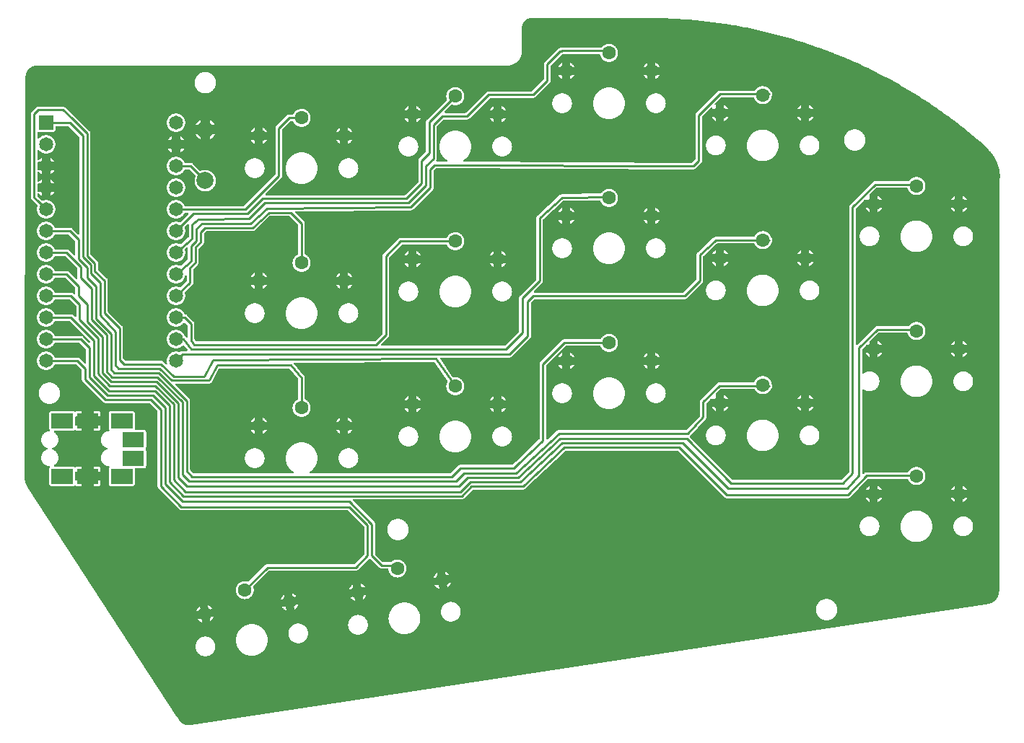
<source format=gtl>
G04 Layer: TopLayer*
G04 EasyEDA v6.4.7, 2020-12-07T21:14:05+01:00*
G04 b914d488d3f24411b8e9a5840e5f031f,4d97e48eab474e129cc19cc013e78dee,10*
G04 Gerber Generator version 0.2*
G04 Scale: 100 percent, Rotated: No, Reflected: No *
G04 Dimensions in millimeters *
G04 leading zeros omitted , absolute positions ,3 integer and 3 decimal *
%FSLAX33Y33*%
%MOMM*%
G90*
D02*

%ADD10C,0.254000*%
%ADD11C,1.599997*%
%ADD12C,1.651000*%
%ADD15C,1.999996*%

%LPD*%
G36*
G01X59770Y83314D02*
G01X59765Y83314D01*
G01X59716Y83310D01*
G01X59666Y83304D01*
G01X59617Y83297D01*
G01X59568Y83288D01*
G01X59520Y83276D01*
G01X59472Y83262D01*
G01X59424Y83247D01*
G01X59378Y83230D01*
G01X59332Y83210D01*
G01X59287Y83189D01*
G01X59243Y83166D01*
G01X59199Y83141D01*
G01X59158Y83115D01*
G01X59117Y83086D01*
G01X59077Y83056D01*
G01X59038Y83025D01*
G01X59001Y82992D01*
G01X58965Y82957D01*
G01X58931Y82921D01*
G01X58898Y82884D01*
G01X58867Y82845D01*
G01X58837Y82805D01*
G01X58809Y82764D01*
G01X58783Y82722D01*
G01X58758Y82679D01*
G01X58736Y82634D01*
G01X58715Y82589D01*
G01X58696Y82543D01*
G01X58679Y82496D01*
G01X58664Y82449D01*
G01X58651Y82401D01*
G01X58640Y82352D01*
G01X58630Y82303D01*
G01X58623Y82254D01*
G01X58618Y82205D01*
G01X58615Y82155D01*
G01X58614Y82105D01*
G01X58617Y82018D01*
G01X58622Y81993D01*
G01X58629Y81968D01*
G01X58633Y81941D01*
G01X58635Y81915D01*
G01X58635Y81914D01*
G01X58630Y79479D01*
G01X58630Y79372D01*
G01X58629Y79349D01*
G01X58626Y79325D01*
G01X58621Y79303D01*
G01X58617Y79284D01*
G01X58612Y79224D01*
G01X58604Y79165D01*
G01X58594Y79106D01*
G01X58582Y79048D01*
G01X58568Y78990D01*
G01X58552Y78933D01*
G01X58534Y78876D01*
G01X58514Y78820D01*
G01X58492Y78764D01*
G01X58468Y78710D01*
G01X58443Y78656D01*
G01X58416Y78603D01*
G01X58386Y78551D01*
G01X58355Y78500D01*
G01X58323Y78450D01*
G01X58288Y78402D01*
G01X58252Y78355D01*
G01X58214Y78309D01*
G01X58175Y78264D01*
G01X58134Y78220D01*
G01X58092Y78179D01*
G01X58048Y78138D01*
G01X58003Y78099D01*
G01X57957Y78062D01*
G01X57909Y78026D01*
G01X57860Y77992D01*
G01X57811Y77960D01*
G01X57759Y77929D01*
G01X57707Y77900D01*
G01X57654Y77873D01*
G01X57600Y77848D01*
G01X57545Y77825D01*
G01X57489Y77804D01*
G01X57434Y77784D01*
G01X57376Y77767D01*
G01X57319Y77751D01*
G01X57261Y77738D01*
G01X57202Y77727D01*
G01X57144Y77717D01*
G01X57085Y77710D01*
G01X57025Y77704D01*
G01X56966Y77701D01*
G01X56906Y77700D01*
G01X56905Y77700D01*
G01X1817Y77721D01*
G01X1816Y77721D01*
G01X1801Y77719D01*
G01X1785Y77716D01*
G01X1771Y77710D01*
G01X1745Y77699D01*
G01X1718Y77690D01*
G01X1689Y77685D01*
G01X1661Y77683D01*
G01X1609Y77681D01*
G01X1558Y77676D01*
G01X1506Y77670D01*
G01X1455Y77662D01*
G01X1404Y77651D01*
G01X1354Y77639D01*
G01X1304Y77624D01*
G01X1255Y77608D01*
G01X1206Y77590D01*
G01X1158Y77570D01*
G01X1112Y77547D01*
G01X1066Y77523D01*
G01X1021Y77497D01*
G01X977Y77470D01*
G01X934Y77441D01*
G01X893Y77409D01*
G01X853Y77377D01*
G01X813Y77342D01*
G01X776Y77306D01*
G01X740Y77269D01*
G01X706Y77230D01*
G01X673Y77190D01*
G01X641Y77149D01*
G01X612Y77106D01*
G01X584Y77063D01*
G01X558Y77018D01*
G01X534Y76972D01*
G01X511Y76925D01*
G01X490Y76878D01*
G01X472Y76829D01*
G01X455Y76780D01*
G01X441Y76730D01*
G01X428Y76680D01*
G01X417Y76629D01*
G01X409Y76578D01*
G01X402Y76527D01*
G01X396Y76458D01*
G01X394Y76442D01*
G01X393Y76429D01*
G01X257Y29420D01*
G01X259Y29396D01*
G01X265Y29361D01*
G01X273Y29286D01*
G01X284Y29210D01*
G01X297Y29134D01*
G01X312Y29060D01*
G01X329Y28985D01*
G01X348Y28911D01*
G01X369Y28838D01*
G01X392Y28764D01*
G01X417Y28692D01*
G01X444Y28621D01*
G01X473Y28550D01*
G01X504Y28481D01*
G01X537Y28411D01*
G01X572Y28343D01*
G01X609Y28276D01*
G01X647Y28211D01*
G01X688Y28146D01*
G01X691Y28142D01*
G01X730Y28084D01*
G01X731Y28082D01*
G01X732Y28081D01*
G01X733Y28079D01*
G01X18154Y1258D01*
G01X18163Y1247D01*
G01X18173Y1236D01*
G01X18185Y1228D01*
G01X18203Y1215D01*
G01X18221Y1200D01*
G01X18237Y1184D01*
G01X18252Y1166D01*
G01X18265Y1147D01*
G01X18276Y1127D01*
G01X18306Y1057D01*
G01X18329Y1009D01*
G01X18353Y962D01*
G01X18380Y915D01*
G01X18408Y870D01*
G01X18438Y826D01*
G01X18469Y783D01*
G01X18503Y741D01*
G01X18538Y701D01*
G01X18575Y662D01*
G01X18613Y625D01*
G01X18652Y589D01*
G01X18694Y555D01*
G01X18736Y523D01*
G01X18779Y492D01*
G01X18824Y463D01*
G01X18870Y435D01*
G01X18917Y410D01*
G01X18965Y387D01*
G01X19014Y365D01*
G01X19063Y345D01*
G01X19114Y328D01*
G01X19164Y312D01*
G01X19216Y298D01*
G01X19268Y287D01*
G01X19320Y277D01*
G01X19373Y270D01*
G01X19427Y265D01*
G01X19480Y261D01*
G01X19533Y260D01*
G01X19601Y262D01*
G01X19668Y267D01*
G01X19735Y275D01*
G01X19773Y282D01*
G01X19796Y285D01*
G01X19819Y286D01*
G01X19844Y285D01*
G01X19854Y284D01*
G01X19869Y286D01*
G01X112983Y14421D01*
G01X112997Y14424D01*
G01X113011Y14429D01*
G01X113024Y14436D01*
G01X113046Y14450D01*
G01X113071Y14461D01*
G01X113096Y14470D01*
G01X113121Y14476D01*
G01X113147Y14480D01*
G01X113204Y14485D01*
G01X113262Y14492D01*
G01X113318Y14502D01*
G01X113375Y14513D01*
G01X113430Y14527D01*
G01X113486Y14543D01*
G01X113541Y14560D01*
G01X113595Y14580D01*
G01X113648Y14601D01*
G01X113700Y14624D01*
G01X113752Y14650D01*
G01X113803Y14677D01*
G01X113853Y14706D01*
G01X113901Y14736D01*
G01X113949Y14769D01*
G01X113995Y14803D01*
G01X114040Y14839D01*
G01X114084Y14876D01*
G01X114126Y14915D01*
G01X114167Y14955D01*
G01X114206Y14997D01*
G01X114244Y15040D01*
G01X114280Y15085D01*
G01X114315Y15131D01*
G01X114348Y15178D01*
G01X114379Y15226D01*
G01X114408Y15276D01*
G01X114436Y15326D01*
G01X114462Y15377D01*
G01X114486Y15429D01*
G01X114508Y15482D01*
G01X114528Y15536D01*
G01X114547Y15591D01*
G01X114563Y15646D01*
G01X114577Y15702D01*
G01X114589Y15758D01*
G01X114599Y15815D01*
G01X114607Y15871D01*
G01X114613Y15929D01*
G01X114617Y15986D01*
G01X114617Y16005D01*
G01X114688Y59690D01*
G01X114688Y64389D01*
G01X114689Y64412D01*
G01X114692Y64435D01*
G01X114698Y64458D01*
G01X114706Y64480D01*
G01X114715Y64502D01*
G01X114720Y64517D01*
G01X114724Y64531D01*
G01X114725Y64547D01*
G01X114724Y64647D01*
G01X114720Y64747D01*
G01X114715Y64846D01*
G01X114707Y64945D01*
G01X114697Y65044D01*
G01X114686Y65143D01*
G01X114672Y65242D01*
G01X114656Y65340D01*
G01X114638Y65439D01*
G01X114618Y65536D01*
G01X114596Y65634D01*
G01X114571Y65730D01*
G01X114545Y65826D01*
G01X114518Y65922D01*
G01X114487Y66017D01*
G01X114455Y66111D01*
G01X114421Y66205D01*
G01X114384Y66298D01*
G01X114347Y66390D01*
G01X114307Y66481D01*
G01X114265Y66571D01*
G01X114221Y66661D01*
G01X114175Y66750D01*
G01X114128Y66838D01*
G01X114079Y66924D01*
G01X113975Y67094D01*
G01X113920Y67177D01*
G01X113863Y67259D01*
G01X113805Y67340D01*
G01X113745Y67420D01*
G01X113684Y67498D01*
G01X113621Y67576D01*
G01X113556Y67651D01*
G01X113490Y67726D01*
G01X113422Y67799D01*
G01X113353Y67870D01*
G01X113282Y67940D01*
G01X113209Y68009D01*
G01X113192Y68027D01*
G01X113176Y68046D01*
G01X113163Y68067D01*
G01X113152Y68089D01*
G01X113141Y68107D01*
G01X113127Y68122D01*
G01X112866Y68353D01*
G01X112603Y68584D01*
G01X112339Y68812D01*
G01X112074Y69039D01*
G01X111807Y69265D01*
G01X111539Y69489D01*
G01X111269Y69711D01*
G01X110999Y69932D01*
G01X110727Y70151D01*
G01X110454Y70369D01*
G01X110180Y70585D01*
G01X109904Y70799D01*
G01X109627Y71012D01*
G01X109349Y71224D01*
G01X109069Y71433D01*
G01X108789Y71641D01*
G01X108507Y71847D01*
G01X108224Y72052D01*
G01X107939Y72255D01*
G01X107654Y72457D01*
G01X107367Y72656D01*
G01X107080Y72854D01*
G01X106791Y73051D01*
G01X106501Y73245D01*
G01X106210Y73438D01*
G01X105918Y73630D01*
G01X105624Y73819D01*
G01X105330Y74007D01*
G01X105034Y74193D01*
G01X104738Y74377D01*
G01X104440Y74560D01*
G01X104141Y74741D01*
G01X103841Y74920D01*
G01X103540Y75097D01*
G01X103238Y75272D01*
G01X102935Y75446D01*
G01X102631Y75618D01*
G01X102326Y75789D01*
G01X102020Y75957D01*
G01X101713Y76124D01*
G01X101406Y76289D01*
G01X101097Y76452D01*
G01X100787Y76613D01*
G01X100476Y76773D01*
G01X100164Y76930D01*
G01X99852Y77086D01*
G01X99538Y77240D01*
G01X99224Y77392D01*
G01X98908Y77542D01*
G01X98592Y77691D01*
G01X98275Y77837D01*
G01X97957Y77982D01*
G01X97639Y78125D01*
G01X97319Y78266D01*
G01X96999Y78405D01*
G01X96678Y78542D01*
G01X96356Y78678D01*
G01X96033Y78812D01*
G01X95709Y78943D01*
G01X95385Y79073D01*
G01X95060Y79201D01*
G01X94734Y79327D01*
G01X94408Y79451D01*
G01X94081Y79573D01*
G01X93753Y79693D01*
G01X93424Y79811D01*
G01X93095Y79928D01*
G01X92764Y80042D01*
G01X92434Y80154D01*
G01X92103Y80265D01*
G01X91771Y80374D01*
G01X91438Y80480D01*
G01X91105Y80585D01*
G01X90771Y80688D01*
G01X90437Y80789D01*
G01X90102Y80887D01*
G01X89766Y80984D01*
G01X89430Y81079D01*
G01X89093Y81172D01*
G01X88756Y81263D01*
G01X88418Y81352D01*
G01X88080Y81440D01*
G01X87402Y81608D01*
G01X87062Y81689D01*
G01X86722Y81768D01*
G01X86381Y81845D01*
G01X86041Y81920D01*
G01X85699Y81993D01*
G01X85357Y82064D01*
G01X85014Y82133D01*
G01X84672Y82201D01*
G01X84329Y82266D01*
G01X83985Y82329D01*
G01X83641Y82390D01*
G01X83297Y82449D01*
G01X82952Y82506D01*
G01X82608Y82562D01*
G01X82262Y82615D01*
G01X81917Y82666D01*
G01X81571Y82715D01*
G01X81225Y82762D01*
G01X80878Y82807D01*
G01X80532Y82850D01*
G01X80185Y82890D01*
G01X79838Y82929D01*
G01X79490Y82966D01*
G01X79143Y83001D01*
G01X78795Y83034D01*
G01X78448Y83065D01*
G01X78099Y83094D01*
G01X77751Y83120D01*
G01X77403Y83145D01*
G01X77054Y83167D01*
G01X76705Y83188D01*
G01X76357Y83207D01*
G01X76008Y83223D01*
G01X75659Y83238D01*
G01X75310Y83250D01*
G01X74961Y83260D01*
G01X74611Y83269D01*
G01X74262Y83275D01*
G01X73913Y83279D01*
G01X73564Y83282D01*
G01X73539Y83283D01*
G01X73514Y83287D01*
G01X73489Y83293D01*
G01X73466Y83301D01*
G01X73447Y83307D01*
G01X73427Y83309D01*
G01X59827Y83309D01*
G01X59786Y83312D01*
G01X59770Y83314D01*
G37*

%LPC*%
G36*
G01X21537Y10677D02*
G01X21488Y10678D01*
G01X21439Y10677D01*
G01X21390Y10674D01*
G01X21341Y10669D01*
G01X21293Y10661D01*
G01X21245Y10652D01*
G01X21197Y10641D01*
G01X21150Y10627D01*
G01X21103Y10612D01*
G01X21057Y10594D01*
G01X21012Y10575D01*
G01X20968Y10554D01*
G01X20924Y10531D01*
G01X20882Y10506D01*
G01X20841Y10480D01*
G01X20801Y10451D01*
G01X20762Y10421D01*
G01X20724Y10390D01*
G01X20688Y10356D01*
G01X20653Y10322D01*
G01X20620Y10285D01*
G01X20588Y10248D01*
G01X20558Y10209D01*
G01X20530Y10169D01*
G01X20504Y10127D01*
G01X20479Y10085D01*
G01X20456Y10042D01*
G01X20434Y9997D01*
G01X20415Y9952D01*
G01X20398Y9907D01*
G01X20383Y9860D01*
G01X20369Y9813D01*
G01X20358Y9765D01*
G01X20349Y9717D01*
G01X20341Y9668D01*
G01X20336Y9619D01*
G01X20333Y9570D01*
G01X20332Y9521D01*
G01X20333Y9472D01*
G01X20336Y9423D01*
G01X20341Y9374D01*
G01X20349Y9326D01*
G01X20358Y9278D01*
G01X20369Y9230D01*
G01X20383Y9183D01*
G01X20398Y9136D01*
G01X20415Y9090D01*
G01X20434Y9045D01*
G01X20456Y9001D01*
G01X20479Y8957D01*
G01X20504Y8915D01*
G01X20530Y8874D01*
G01X20558Y8834D01*
G01X20588Y8795D01*
G01X20620Y8757D01*
G01X20653Y8721D01*
G01X20688Y8686D01*
G01X20724Y8653D01*
G01X20762Y8621D01*
G01X20801Y8591D01*
G01X20841Y8563D01*
G01X20882Y8536D01*
G01X20924Y8512D01*
G01X20968Y8489D01*
G01X21012Y8467D01*
G01X21057Y8448D01*
G01X21103Y8431D01*
G01X21150Y8416D01*
G01X21197Y8402D01*
G01X21245Y8391D01*
G01X21293Y8382D01*
G01X21341Y8374D01*
G01X21390Y8369D01*
G01X21439Y8366D01*
G01X21488Y8365D01*
G01X21537Y8366D01*
G01X21587Y8369D01*
G01X21635Y8374D01*
G01X21684Y8382D01*
G01X21732Y8391D01*
G01X21780Y8402D01*
G01X21827Y8416D01*
G01X21874Y8431D01*
G01X21919Y8448D01*
G01X21965Y8467D01*
G01X22009Y8489D01*
G01X22052Y8512D01*
G01X22095Y8536D01*
G01X22136Y8563D01*
G01X22176Y8591D01*
G01X22215Y8621D01*
G01X22253Y8653D01*
G01X22289Y8686D01*
G01X22323Y8721D01*
G01X22357Y8757D01*
G01X22388Y8795D01*
G01X22418Y8834D01*
G01X22447Y8874D01*
G01X22473Y8915D01*
G01X22498Y8957D01*
G01X22521Y9001D01*
G01X22542Y9045D01*
G01X22561Y9090D01*
G01X22579Y9136D01*
G01X22594Y9183D01*
G01X22608Y9230D01*
G01X22619Y9278D01*
G01X22628Y9326D01*
G01X22636Y9374D01*
G01X22641Y9423D01*
G01X22644Y9472D01*
G01X22645Y9521D01*
G01X22644Y9570D01*
G01X22641Y9619D01*
G01X22636Y9668D01*
G01X22628Y9717D01*
G01X22619Y9765D01*
G01X22608Y9813D01*
G01X22594Y9860D01*
G01X22579Y9907D01*
G01X22561Y9952D01*
G01X22542Y9997D01*
G01X22521Y10042D01*
G01X22498Y10085D01*
G01X22473Y10127D01*
G01X22447Y10169D01*
G01X22418Y10209D01*
G01X22388Y10248D01*
G01X22357Y10285D01*
G01X22323Y10322D01*
G01X22289Y10356D01*
G01X22253Y10390D01*
G01X22215Y10421D01*
G01X22176Y10451D01*
G01X22136Y10480D01*
G01X22095Y10506D01*
G01X22052Y10531D01*
G01X22009Y10554D01*
G01X21965Y10575D01*
G01X21919Y10594D01*
G01X21874Y10612D01*
G01X21827Y10627D01*
G01X21780Y10641D01*
G01X21732Y10652D01*
G01X21684Y10661D01*
G01X21635Y10669D01*
G01X21587Y10674D01*
G01X21537Y10677D01*
G37*
G36*
G01X26996Y12142D02*
G01X26934Y12143D01*
G01X26872Y12142D01*
G01X26810Y12139D01*
G01X26748Y12134D01*
G01X26686Y12126D01*
G01X26625Y12117D01*
G01X26564Y12106D01*
G01X26504Y12092D01*
G01X26443Y12077D01*
G01X26384Y12060D01*
G01X26325Y12040D01*
G01X26267Y12019D01*
G01X26209Y11996D01*
G01X26152Y11971D01*
G01X26097Y11944D01*
G01X26042Y11915D01*
G01X25988Y11884D01*
G01X25935Y11851D01*
G01X25883Y11817D01*
G01X25832Y11781D01*
G01X25783Y11743D01*
G01X25735Y11704D01*
G01X25689Y11663D01*
G01X25643Y11621D01*
G01X25599Y11577D01*
G01X25557Y11532D01*
G01X25516Y11485D01*
G01X25477Y11437D01*
G01X25439Y11388D01*
G01X25403Y11337D01*
G01X25369Y11285D01*
G01X25337Y11232D01*
G01X25306Y11179D01*
G01X25277Y11124D01*
G01X25250Y11068D01*
G01X25224Y11011D01*
G01X25202Y10954D01*
G01X25180Y10896D01*
G01X25160Y10837D01*
G01X25143Y10777D01*
G01X25128Y10717D01*
G01X25115Y10656D01*
G01X25103Y10595D01*
G01X25094Y10534D01*
G01X25087Y10472D01*
G01X25082Y10410D01*
G01X25078Y10348D01*
G01X25077Y10287D01*
G01X25078Y10225D01*
G01X25082Y10163D01*
G01X25087Y10101D01*
G01X25094Y10039D01*
G01X25103Y9978D01*
G01X25115Y9917D01*
G01X25128Y9856D01*
G01X25143Y9796D01*
G01X25160Y9736D01*
G01X25180Y9677D01*
G01X25202Y9619D01*
G01X25224Y9562D01*
G01X25250Y9505D01*
G01X25277Y9449D01*
G01X25306Y9394D01*
G01X25337Y9341D01*
G01X25369Y9288D01*
G01X25403Y9236D01*
G01X25439Y9185D01*
G01X25477Y9136D01*
G01X25516Y9088D01*
G01X25557Y9041D01*
G01X25599Y8996D01*
G01X25643Y8952D01*
G01X25689Y8910D01*
G01X25735Y8869D01*
G01X25783Y8830D01*
G01X25832Y8792D01*
G01X25883Y8756D01*
G01X25935Y8722D01*
G01X25988Y8689D01*
G01X26042Y8658D01*
G01X26097Y8629D01*
G01X26152Y8602D01*
G01X26209Y8577D01*
G01X26267Y8554D01*
G01X26325Y8533D01*
G01X26384Y8513D01*
G01X26443Y8496D01*
G01X26504Y8481D01*
G01X26564Y8467D01*
G01X26625Y8456D01*
G01X26686Y8447D01*
G01X26748Y8439D01*
G01X26810Y8434D01*
G01X26872Y8431D01*
G01X26934Y8430D01*
G01X26996Y8431D01*
G01X27058Y8434D01*
G01X27120Y8439D01*
G01X27181Y8447D01*
G01X27243Y8456D01*
G01X27304Y8467D01*
G01X27364Y8481D01*
G01X27425Y8496D01*
G01X27484Y8513D01*
G01X27543Y8533D01*
G01X27601Y8554D01*
G01X27659Y8577D01*
G01X27715Y8602D01*
G01X27771Y8629D01*
G01X27826Y8658D01*
G01X27880Y8689D01*
G01X27933Y8722D01*
G01X27984Y8756D01*
G01X28035Y8792D01*
G01X28084Y8830D01*
G01X28133Y8869D01*
G01X28179Y8910D01*
G01X28225Y8952D01*
G01X28268Y8996D01*
G01X28310Y9041D01*
G01X28352Y9088D01*
G01X28391Y9136D01*
G01X28428Y9185D01*
G01X28464Y9236D01*
G01X28498Y9288D01*
G01X28531Y9341D01*
G01X28562Y9394D01*
G01X28591Y9449D01*
G01X28618Y9505D01*
G01X28643Y9562D01*
G01X28666Y9619D01*
G01X28687Y9677D01*
G01X28707Y9736D01*
G01X28724Y9796D01*
G01X28740Y9856D01*
G01X28753Y9917D01*
G01X28765Y9978D01*
G01X28774Y10039D01*
G01X28781Y10101D01*
G01X28786Y10163D01*
G01X28790Y10225D01*
G01X28791Y10287D01*
G01X28790Y10348D01*
G01X28786Y10410D01*
G01X28781Y10472D01*
G01X28774Y10534D01*
G01X28765Y10595D01*
G01X28753Y10656D01*
G01X28740Y10717D01*
G01X28724Y10777D01*
G01X28707Y10837D01*
G01X28687Y10896D01*
G01X28666Y10954D01*
G01X28643Y11011D01*
G01X28618Y11068D01*
G01X28591Y11124D01*
G01X28562Y11179D01*
G01X28531Y11232D01*
G01X28498Y11285D01*
G01X28464Y11337D01*
G01X28428Y11388D01*
G01X28391Y11437D01*
G01X28352Y11485D01*
G01X28310Y11532D01*
G01X28268Y11577D01*
G01X28225Y11621D01*
G01X28179Y11663D01*
G01X28133Y11704D01*
G01X28084Y11743D01*
G01X28035Y11781D01*
G01X27984Y11817D01*
G01X27933Y11851D01*
G01X27880Y11884D01*
G01X27826Y11915D01*
G01X27771Y11944D01*
G01X27715Y11971D01*
G01X27659Y11996D01*
G01X27601Y12019D01*
G01X27543Y12040D01*
G01X27484Y12060D01*
G01X27425Y12077D01*
G01X27364Y12092D01*
G01X27304Y12106D01*
G01X27243Y12117D01*
G01X27181Y12126D01*
G01X27120Y12134D01*
G01X27058Y12139D01*
G01X26996Y12142D01*
G37*
G36*
G01X32428Y12207D02*
G01X32380Y12208D01*
G01X32330Y12207D01*
G01X32281Y12204D01*
G01X32232Y12199D01*
G01X32184Y12192D01*
G01X32136Y12182D01*
G01X32088Y12171D01*
G01X32041Y12157D01*
G01X31994Y12142D01*
G01X31948Y12125D01*
G01X31903Y12106D01*
G01X31859Y12084D01*
G01X31815Y12061D01*
G01X31773Y12037D01*
G01X31732Y12010D01*
G01X31692Y11982D01*
G01X31653Y11952D01*
G01X31615Y11920D01*
G01X31579Y11887D01*
G01X31544Y11852D01*
G01X31511Y11816D01*
G01X31479Y11778D01*
G01X31449Y11739D01*
G01X31421Y11699D01*
G01X31395Y11658D01*
G01X31370Y11616D01*
G01X31347Y11572D01*
G01X31325Y11528D01*
G01X31306Y11483D01*
G01X31289Y11437D01*
G01X31274Y11390D01*
G01X31260Y11343D01*
G01X31249Y11295D01*
G01X31240Y11247D01*
G01X31232Y11199D01*
G01X31227Y11150D01*
G01X31224Y11101D01*
G01X31223Y11052D01*
G01X31224Y11003D01*
G01X31227Y10954D01*
G01X31232Y10905D01*
G01X31240Y10856D01*
G01X31249Y10808D01*
G01X31260Y10760D01*
G01X31274Y10713D01*
G01X31289Y10666D01*
G01X31306Y10621D01*
G01X31325Y10576D01*
G01X31347Y10531D01*
G01X31370Y10488D01*
G01X31395Y10446D01*
G01X31421Y10404D01*
G01X31449Y10364D01*
G01X31479Y10325D01*
G01X31511Y10288D01*
G01X31544Y10251D01*
G01X31579Y10217D01*
G01X31615Y10183D01*
G01X31653Y10152D01*
G01X31692Y10122D01*
G01X31732Y10093D01*
G01X31773Y10067D01*
G01X31815Y10042D01*
G01X31859Y10019D01*
G01X31903Y9998D01*
G01X31948Y9979D01*
G01X31994Y9961D01*
G01X32041Y9946D01*
G01X32088Y9932D01*
G01X32136Y9921D01*
G01X32184Y9912D01*
G01X32232Y9904D01*
G01X32281Y9899D01*
G01X32330Y9896D01*
G01X32380Y9895D01*
G01X32428Y9896D01*
G01X32478Y9899D01*
G01X32526Y9904D01*
G01X32575Y9912D01*
G01X32623Y9921D01*
G01X32671Y9932D01*
G01X32718Y9946D01*
G01X32765Y9961D01*
G01X32810Y9979D01*
G01X32856Y9998D01*
G01X32900Y10019D01*
G01X32943Y10042D01*
G01X32986Y10067D01*
G01X33027Y10093D01*
G01X33067Y10122D01*
G01X33106Y10152D01*
G01X33144Y10183D01*
G01X33180Y10217D01*
G01X33214Y10251D01*
G01X33248Y10288D01*
G01X33279Y10325D01*
G01X33309Y10364D01*
G01X33338Y10404D01*
G01X33364Y10446D01*
G01X33389Y10488D01*
G01X33412Y10531D01*
G01X33433Y10576D01*
G01X33452Y10621D01*
G01X33470Y10666D01*
G01X33485Y10713D01*
G01X33499Y10760D01*
G01X33510Y10808D01*
G01X33519Y10856D01*
G01X33527Y10905D01*
G01X33532Y10954D01*
G01X33535Y11003D01*
G01X33536Y11052D01*
G01X33535Y11101D01*
G01X33532Y11150D01*
G01X33527Y11199D01*
G01X33519Y11247D01*
G01X33510Y11295D01*
G01X33499Y11343D01*
G01X33485Y11390D01*
G01X33470Y11437D01*
G01X33452Y11483D01*
G01X33433Y11528D01*
G01X33412Y11572D01*
G01X33389Y11616D01*
G01X33364Y11658D01*
G01X33338Y11699D01*
G01X33309Y11739D01*
G01X33279Y11778D01*
G01X33248Y11816D01*
G01X33214Y11852D01*
G01X33180Y11887D01*
G01X33144Y11920D01*
G01X33106Y11952D01*
G01X33067Y11982D01*
G01X33027Y12010D01*
G01X32986Y12037D01*
G01X32943Y12061D01*
G01X32900Y12084D01*
G01X32856Y12106D01*
G01X32810Y12125D01*
G01X32765Y12142D01*
G01X32718Y12157D01*
G01X32671Y12171D01*
G01X32623Y12182D01*
G01X32575Y12192D01*
G01X32526Y12199D01*
G01X32478Y12204D01*
G01X32428Y12207D01*
G37*
G36*
G01X39444Y13217D02*
G01X39396Y13218D01*
G01X39346Y13217D01*
G01X39297Y13214D01*
G01X39248Y13209D01*
G01X39200Y13201D01*
G01X39152Y13192D01*
G01X39104Y13181D01*
G01X39057Y13167D01*
G01X39010Y13152D01*
G01X38964Y13134D01*
G01X38919Y13115D01*
G01X38875Y13094D01*
G01X38831Y13071D01*
G01X38789Y13046D01*
G01X38748Y13020D01*
G01X38708Y12991D01*
G01X38669Y12961D01*
G01X38631Y12930D01*
G01X38595Y12896D01*
G01X38560Y12862D01*
G01X38527Y12825D01*
G01X38495Y12788D01*
G01X38465Y12749D01*
G01X38437Y12709D01*
G01X38411Y12667D01*
G01X38386Y12625D01*
G01X38363Y12582D01*
G01X38341Y12537D01*
G01X38322Y12492D01*
G01X38305Y12447D01*
G01X38290Y12400D01*
G01X38276Y12353D01*
G01X38265Y12305D01*
G01X38256Y12257D01*
G01X38248Y12208D01*
G01X38243Y12159D01*
G01X38240Y12110D01*
G01X38239Y12061D01*
G01X38240Y12012D01*
G01X38243Y11963D01*
G01X38248Y11914D01*
G01X38256Y11866D01*
G01X38265Y11818D01*
G01X38276Y11770D01*
G01X38290Y11723D01*
G01X38305Y11676D01*
G01X38322Y11630D01*
G01X38341Y11585D01*
G01X38363Y11541D01*
G01X38386Y11497D01*
G01X38411Y11455D01*
G01X38437Y11414D01*
G01X38465Y11374D01*
G01X38495Y11335D01*
G01X38527Y11297D01*
G01X38560Y11261D01*
G01X38595Y11226D01*
G01X38631Y11193D01*
G01X38669Y11161D01*
G01X38708Y11131D01*
G01X38748Y11103D01*
G01X38789Y11076D01*
G01X38831Y11052D01*
G01X38875Y11029D01*
G01X38919Y11007D01*
G01X38964Y10988D01*
G01X39010Y10971D01*
G01X39057Y10956D01*
G01X39104Y10942D01*
G01X39152Y10931D01*
G01X39200Y10922D01*
G01X39248Y10914D01*
G01X39297Y10909D01*
G01X39346Y10906D01*
G01X39396Y10905D01*
G01X39444Y10906D01*
G01X39494Y10909D01*
G01X39542Y10914D01*
G01X39591Y10922D01*
G01X39639Y10931D01*
G01X39687Y10942D01*
G01X39734Y10956D01*
G01X39781Y10971D01*
G01X39826Y10988D01*
G01X39872Y11007D01*
G01X39916Y11029D01*
G01X39959Y11052D01*
G01X40002Y11076D01*
G01X40043Y11103D01*
G01X40083Y11131D01*
G01X40122Y11161D01*
G01X40160Y11193D01*
G01X40196Y11226D01*
G01X40230Y11261D01*
G01X40264Y11297D01*
G01X40295Y11335D01*
G01X40325Y11374D01*
G01X40354Y11414D01*
G01X40380Y11455D01*
G01X40405Y11497D01*
G01X40428Y11541D01*
G01X40449Y11585D01*
G01X40468Y11630D01*
G01X40486Y11676D01*
G01X40501Y11723D01*
G01X40515Y11770D01*
G01X40526Y11818D01*
G01X40535Y11866D01*
G01X40543Y11914D01*
G01X40548Y11963D01*
G01X40551Y12012D01*
G01X40552Y12061D01*
G01X40551Y12110D01*
G01X40548Y12159D01*
G01X40543Y12208D01*
G01X40535Y12257D01*
G01X40526Y12305D01*
G01X40515Y12353D01*
G01X40501Y12400D01*
G01X40486Y12447D01*
G01X40468Y12492D01*
G01X40449Y12537D01*
G01X40428Y12582D01*
G01X40405Y12625D01*
G01X40380Y12667D01*
G01X40354Y12709D01*
G01X40325Y12749D01*
G01X40295Y12788D01*
G01X40264Y12825D01*
G01X40230Y12862D01*
G01X40196Y12896D01*
G01X40160Y12930D01*
G01X40122Y12961D01*
G01X40083Y12991D01*
G01X40043Y13020D01*
G01X40002Y13046D01*
G01X39959Y13071D01*
G01X39916Y13094D01*
G01X39872Y13115D01*
G01X39826Y13134D01*
G01X39781Y13152D01*
G01X39734Y13167D01*
G01X39687Y13181D01*
G01X39639Y13192D01*
G01X39591Y13201D01*
G01X39542Y13209D01*
G01X39494Y13214D01*
G01X39444Y13217D01*
G37*
G36*
G01X44903Y14682D02*
G01X44841Y14683D01*
G01X44779Y14682D01*
G01X44717Y14679D01*
G01X44655Y14674D01*
G01X44593Y14666D01*
G01X44532Y14657D01*
G01X44471Y14646D01*
G01X44411Y14632D01*
G01X44350Y14617D01*
G01X44291Y14600D01*
G01X44232Y14580D01*
G01X44174Y14559D01*
G01X44116Y14536D01*
G01X44059Y14511D01*
G01X44004Y14484D01*
G01X43949Y14455D01*
G01X43895Y14424D01*
G01X43842Y14391D01*
G01X43790Y14357D01*
G01X43739Y14321D01*
G01X43690Y14283D01*
G01X43642Y14244D01*
G01X43596Y14203D01*
G01X43550Y14161D01*
G01X43506Y14117D01*
G01X43464Y14072D01*
G01X43423Y14025D01*
G01X43384Y13977D01*
G01X43346Y13928D01*
G01X43310Y13877D01*
G01X43276Y13825D01*
G01X43244Y13772D01*
G01X43213Y13719D01*
G01X43184Y13664D01*
G01X43157Y13608D01*
G01X43131Y13551D01*
G01X43109Y13494D01*
G01X43087Y13436D01*
G01X43067Y13377D01*
G01X43050Y13317D01*
G01X43035Y13257D01*
G01X43022Y13196D01*
G01X43010Y13135D01*
G01X43001Y13074D01*
G01X42994Y13012D01*
G01X42989Y12950D01*
G01X42985Y12888D01*
G01X42984Y12827D01*
G01X42985Y12765D01*
G01X42989Y12703D01*
G01X42994Y12641D01*
G01X43001Y12579D01*
G01X43010Y12518D01*
G01X43022Y12457D01*
G01X43035Y12396D01*
G01X43050Y12336D01*
G01X43067Y12276D01*
G01X43087Y12217D01*
G01X43109Y12159D01*
G01X43131Y12102D01*
G01X43157Y12045D01*
G01X43184Y11989D01*
G01X43213Y11934D01*
G01X43244Y11881D01*
G01X43276Y11828D01*
G01X43310Y11776D01*
G01X43346Y11725D01*
G01X43384Y11676D01*
G01X43423Y11628D01*
G01X43464Y11581D01*
G01X43506Y11536D01*
G01X43550Y11492D01*
G01X43596Y11450D01*
G01X43642Y11409D01*
G01X43690Y11370D01*
G01X43739Y11332D01*
G01X43790Y11296D01*
G01X43842Y11262D01*
G01X43895Y11229D01*
G01X43949Y11198D01*
G01X44004Y11169D01*
G01X44059Y11142D01*
G01X44116Y11117D01*
G01X44174Y11094D01*
G01X44232Y11073D01*
G01X44291Y11053D01*
G01X44350Y11036D01*
G01X44411Y11021D01*
G01X44471Y11007D01*
G01X44532Y10996D01*
G01X44593Y10987D01*
G01X44655Y10979D01*
G01X44717Y10974D01*
G01X44779Y10971D01*
G01X44841Y10970D01*
G01X44903Y10971D01*
G01X44965Y10974D01*
G01X45027Y10979D01*
G01X45088Y10987D01*
G01X45150Y10996D01*
G01X45211Y11007D01*
G01X45271Y11021D01*
G01X45332Y11036D01*
G01X45391Y11053D01*
G01X45450Y11073D01*
G01X45508Y11094D01*
G01X45566Y11117D01*
G01X45622Y11142D01*
G01X45678Y11169D01*
G01X45733Y11198D01*
G01X45787Y11229D01*
G01X45840Y11262D01*
G01X45891Y11296D01*
G01X45942Y11332D01*
G01X45991Y11370D01*
G01X46040Y11409D01*
G01X46086Y11450D01*
G01X46132Y11492D01*
G01X46175Y11536D01*
G01X46217Y11581D01*
G01X46259Y11628D01*
G01X46298Y11676D01*
G01X46335Y11725D01*
G01X46371Y11776D01*
G01X46405Y11828D01*
G01X46438Y11881D01*
G01X46469Y11934D01*
G01X46498Y11989D01*
G01X46525Y12045D01*
G01X46550Y12102D01*
G01X46573Y12159D01*
G01X46594Y12217D01*
G01X46614Y12276D01*
G01X46631Y12336D01*
G01X46647Y12396D01*
G01X46660Y12457D01*
G01X46672Y12518D01*
G01X46681Y12579D01*
G01X46688Y12641D01*
G01X46693Y12703D01*
G01X46697Y12765D01*
G01X46698Y12827D01*
G01X46697Y12888D01*
G01X46693Y12950D01*
G01X46688Y13012D01*
G01X46681Y13074D01*
G01X46672Y13135D01*
G01X46660Y13196D01*
G01X46647Y13257D01*
G01X46631Y13317D01*
G01X46614Y13377D01*
G01X46594Y13436D01*
G01X46573Y13494D01*
G01X46550Y13551D01*
G01X46525Y13608D01*
G01X46498Y13664D01*
G01X46469Y13719D01*
G01X46438Y13772D01*
G01X46405Y13825D01*
G01X46371Y13877D01*
G01X46335Y13928D01*
G01X46298Y13977D01*
G01X46259Y14025D01*
G01X46217Y14072D01*
G01X46175Y14117D01*
G01X46132Y14161D01*
G01X46086Y14203D01*
G01X46040Y14244D01*
G01X45991Y14283D01*
G01X45942Y14321D01*
G01X45891Y14357D01*
G01X45840Y14391D01*
G01X45787Y14424D01*
G01X45733Y14455D01*
G01X45678Y14484D01*
G01X45622Y14511D01*
G01X45566Y14536D01*
G01X45508Y14559D01*
G01X45450Y14580D01*
G01X45391Y14600D01*
G01X45332Y14617D01*
G01X45271Y14632D01*
G01X45211Y14646D01*
G01X45150Y14657D01*
G01X45088Y14666D01*
G01X45027Y14674D01*
G01X44965Y14679D01*
G01X44903Y14682D01*
G37*
G36*
G01X21128Y12349D02*
G01X21060Y12830D01*
G01X20579Y12762D01*
G01X20606Y12724D01*
G01X20635Y12688D01*
G01X20665Y12652D01*
G01X20697Y12618D01*
G01X20730Y12585D01*
G01X20765Y12554D01*
G01X20801Y12524D01*
G01X20838Y12496D01*
G01X20876Y12470D01*
G01X20916Y12445D01*
G01X20957Y12422D01*
G01X20998Y12401D01*
G01X21040Y12381D01*
G01X21084Y12364D01*
G01X21128Y12349D01*
G37*
G36*
G01X50335Y14747D02*
G01X50287Y14748D01*
G01X50237Y14747D01*
G01X50188Y14744D01*
G01X50139Y14739D01*
G01X50091Y14732D01*
G01X50043Y14722D01*
G01X49995Y14711D01*
G01X49948Y14697D01*
G01X49901Y14682D01*
G01X49855Y14665D01*
G01X49810Y14646D01*
G01X49766Y14624D01*
G01X49722Y14601D01*
G01X49680Y14577D01*
G01X49639Y14550D01*
G01X49599Y14522D01*
G01X49560Y14492D01*
G01X49522Y14460D01*
G01X49486Y14427D01*
G01X49451Y14392D01*
G01X49418Y14356D01*
G01X49386Y14318D01*
G01X49356Y14279D01*
G01X49328Y14239D01*
G01X49302Y14198D01*
G01X49277Y14156D01*
G01X49254Y14112D01*
G01X49232Y14068D01*
G01X49213Y14023D01*
G01X49196Y13977D01*
G01X49181Y13930D01*
G01X49167Y13883D01*
G01X49156Y13835D01*
G01X49147Y13787D01*
G01X49139Y13739D01*
G01X49134Y13690D01*
G01X49131Y13641D01*
G01X49130Y13592D01*
G01X49131Y13543D01*
G01X49134Y13494D01*
G01X49139Y13445D01*
G01X49147Y13396D01*
G01X49156Y13348D01*
G01X49167Y13300D01*
G01X49181Y13253D01*
G01X49196Y13206D01*
G01X49213Y13161D01*
G01X49232Y13116D01*
G01X49254Y13071D01*
G01X49277Y13028D01*
G01X49302Y12986D01*
G01X49328Y12944D01*
G01X49356Y12904D01*
G01X49386Y12865D01*
G01X49418Y12828D01*
G01X49451Y12791D01*
G01X49486Y12757D01*
G01X49522Y12723D01*
G01X49560Y12692D01*
G01X49599Y12662D01*
G01X49639Y12633D01*
G01X49680Y12607D01*
G01X49722Y12582D01*
G01X49766Y12559D01*
G01X49810Y12538D01*
G01X49855Y12519D01*
G01X49901Y12501D01*
G01X49948Y12486D01*
G01X49995Y12472D01*
G01X50043Y12461D01*
G01X50091Y12452D01*
G01X50139Y12444D01*
G01X50188Y12439D01*
G01X50237Y12436D01*
G01X50287Y12435D01*
G01X50335Y12436D01*
G01X50385Y12439D01*
G01X50433Y12444D01*
G01X50482Y12452D01*
G01X50530Y12461D01*
G01X50578Y12472D01*
G01X50625Y12486D01*
G01X50672Y12501D01*
G01X50717Y12519D01*
G01X50763Y12538D01*
G01X50807Y12559D01*
G01X50850Y12582D01*
G01X50893Y12607D01*
G01X50934Y12633D01*
G01X50974Y12662D01*
G01X51013Y12692D01*
G01X51051Y12723D01*
G01X51087Y12757D01*
G01X51121Y12791D01*
G01X51155Y12828D01*
G01X51186Y12865D01*
G01X51216Y12904D01*
G01X51245Y12944D01*
G01X51271Y12986D01*
G01X51296Y13028D01*
G01X51319Y13071D01*
G01X51340Y13116D01*
G01X51359Y13161D01*
G01X51377Y13206D01*
G01X51392Y13253D01*
G01X51406Y13300D01*
G01X51417Y13348D01*
G01X51426Y13396D01*
G01X51434Y13445D01*
G01X51439Y13494D01*
G01X51442Y13543D01*
G01X51443Y13592D01*
G01X51442Y13641D01*
G01X51439Y13690D01*
G01X51434Y13739D01*
G01X51426Y13787D01*
G01X51417Y13835D01*
G01X51406Y13883D01*
G01X51392Y13930D01*
G01X51377Y13977D01*
G01X51359Y14023D01*
G01X51340Y14068D01*
G01X51319Y14112D01*
G01X51296Y14156D01*
G01X51271Y14198D01*
G01X51245Y14239D01*
G01X51216Y14279D01*
G01X51186Y14318D01*
G01X51155Y14356D01*
G01X51121Y14392D01*
G01X51087Y14427D01*
G01X51051Y14460D01*
G01X51013Y14492D01*
G01X50974Y14522D01*
G01X50934Y14550D01*
G01X50893Y14577D01*
G01X50850Y14601D01*
G01X50807Y14624D01*
G01X50763Y14646D01*
G01X50717Y14665D01*
G01X50672Y14682D01*
G01X50625Y14697D01*
G01X50578Y14711D01*
G01X50530Y14722D01*
G01X50482Y14732D01*
G01X50433Y14739D01*
G01X50385Y14744D01*
G01X50335Y14747D01*
G37*
G36*
G01X22444Y12983D02*
G01X22460Y13027D01*
G01X21978Y12959D01*
G01X22046Y12478D01*
G01X22084Y12505D01*
G01X22121Y12533D01*
G01X22157Y12564D01*
G01X22191Y12595D01*
G01X22224Y12629D01*
G01X22255Y12663D01*
G01X22285Y12700D01*
G01X22313Y12737D01*
G01X22339Y12775D01*
G01X22364Y12815D01*
G01X22387Y12855D01*
G01X22408Y12897D01*
G01X22427Y12939D01*
G01X22444Y12983D01*
G37*
G36*
G01X94422Y15098D02*
G01X94371Y15099D01*
G01X94320Y15098D01*
G01X94270Y15095D01*
G01X94219Y15090D01*
G01X94169Y15083D01*
G01X94119Y15074D01*
G01X94070Y15063D01*
G01X94021Y15050D01*
G01X93925Y15018D01*
G01X93878Y14999D01*
G01X93832Y14978D01*
G01X93787Y14955D01*
G01X93742Y14931D01*
G01X93699Y14905D01*
G01X93657Y14877D01*
G01X93616Y14847D01*
G01X93576Y14816D01*
G01X93538Y14783D01*
G01X93501Y14749D01*
G01X93465Y14713D01*
G01X93430Y14676D01*
G01X93397Y14637D01*
G01X93366Y14597D01*
G01X93336Y14556D01*
G01X93309Y14514D01*
G01X93283Y14471D01*
G01X93258Y14426D01*
G01X93235Y14381D01*
G01X93215Y14335D01*
G01X93196Y14288D01*
G01X93179Y14240D01*
G01X93164Y14192D01*
G01X93151Y14143D01*
G01X93139Y14094D01*
G01X93131Y14044D01*
G01X93124Y13994D01*
G01X93119Y13944D01*
G01X93116Y13893D01*
G01X93115Y13843D01*
G01X93116Y13792D01*
G01X93119Y13741D01*
G01X93124Y13691D01*
G01X93131Y13641D01*
G01X93139Y13591D01*
G01X93151Y13542D01*
G01X93164Y13493D01*
G01X93179Y13445D01*
G01X93196Y13397D01*
G01X93215Y13350D01*
G01X93235Y13304D01*
G01X93258Y13259D01*
G01X93283Y13214D01*
G01X93309Y13171D01*
G01X93336Y13129D01*
G01X93366Y13088D01*
G01X93397Y13048D01*
G01X93430Y13009D01*
G01X93465Y12972D01*
G01X93501Y12936D01*
G01X93538Y12902D01*
G01X93576Y12869D01*
G01X93616Y12838D01*
G01X93657Y12808D01*
G01X93699Y12780D01*
G01X93742Y12754D01*
G01X93787Y12730D01*
G01X93832Y12707D01*
G01X93878Y12686D01*
G01X93925Y12667D01*
G01X94021Y12635D01*
G01X94070Y12622D01*
G01X94119Y12611D01*
G01X94169Y12602D01*
G01X94219Y12595D01*
G01X94270Y12590D01*
G01X94320Y12587D01*
G01X94371Y12586D01*
G01X94422Y12587D01*
G01X94472Y12590D01*
G01X94522Y12595D01*
G01X94572Y12602D01*
G01X94622Y12611D01*
G01X94672Y12622D01*
G01X94720Y12635D01*
G01X94769Y12651D01*
G01X94816Y12667D01*
G01X94864Y12686D01*
G01X94909Y12707D01*
G01X94954Y12730D01*
G01X94999Y12754D01*
G01X95042Y12780D01*
G01X95085Y12808D01*
G01X95126Y12838D01*
G01X95165Y12869D01*
G01X95204Y12902D01*
G01X95241Y12936D01*
G01X95277Y12972D01*
G01X95311Y13009D01*
G01X95344Y13048D01*
G01X95375Y13088D01*
G01X95405Y13129D01*
G01X95433Y13171D01*
G01X95459Y13214D01*
G01X95483Y13259D01*
G01X95506Y13304D01*
G01X95527Y13350D01*
G01X95546Y13397D01*
G01X95563Y13445D01*
G01X95578Y13493D01*
G01X95591Y13542D01*
G01X95602Y13591D01*
G01X95611Y13641D01*
G01X95618Y13691D01*
G01X95623Y13741D01*
G01X95626Y13792D01*
G01X95628Y13843D01*
G01X95626Y13893D01*
G01X95623Y13944D01*
G01X95618Y13994D01*
G01X95611Y14044D01*
G01X95602Y14094D01*
G01X95591Y14143D01*
G01X95578Y14192D01*
G01X95563Y14240D01*
G01X95546Y14288D01*
G01X95527Y14335D01*
G01X95506Y14381D01*
G01X95483Y14426D01*
G01X95459Y14471D01*
G01X95433Y14514D01*
G01X95405Y14556D01*
G01X95375Y14597D01*
G01X95344Y14637D01*
G01X95311Y14676D01*
G01X95277Y14713D01*
G01X95241Y14749D01*
G01X95204Y14783D01*
G01X95165Y14816D01*
G01X95126Y14847D01*
G01X95085Y14877D01*
G01X95042Y14905D01*
G01X94999Y14931D01*
G01X94954Y14955D01*
G01X94909Y14978D01*
G01X94864Y14999D01*
G01X94816Y15018D01*
G01X94769Y15034D01*
G01X94720Y15050D01*
G01X94672Y15063D01*
G01X94622Y15074D01*
G01X94572Y15083D01*
G01X94522Y15090D01*
G01X94472Y15095D01*
G01X94422Y15098D01*
G37*
G36*
G01X20931Y13748D02*
G01X20864Y14230D01*
G01X20826Y14203D01*
G01X20789Y14174D01*
G01X20753Y14144D01*
G01X20719Y14112D01*
G01X20686Y14079D01*
G01X20655Y14044D01*
G01X20625Y14008D01*
G01X20598Y13971D01*
G01X20571Y13932D01*
G01X20546Y13893D01*
G01X20523Y13852D01*
G01X20502Y13810D01*
G01X20483Y13768D01*
G01X20465Y13725D01*
G01X20450Y13680D01*
G01X20931Y13748D01*
G37*
G36*
G01X31031Y13741D02*
G01X30963Y14222D01*
G01X30482Y14154D01*
G01X30509Y14116D01*
G01X30538Y14079D01*
G01X30568Y14044D01*
G01X30600Y14010D01*
G01X30633Y13977D01*
G01X30667Y13946D01*
G01X30703Y13916D01*
G01X30740Y13888D01*
G01X30779Y13861D01*
G01X30818Y13837D01*
G01X30859Y13814D01*
G01X30901Y13793D01*
G01X30943Y13773D01*
G01X30987Y13756D01*
G01X31031Y13741D01*
G37*
G36*
G01X32347Y14374D02*
G01X32362Y14419D01*
G01X31881Y14351D01*
G01X31949Y13870D01*
G01X31987Y13897D01*
G01X32023Y13925D01*
G01X32059Y13955D01*
G01X32094Y13987D01*
G01X32126Y14020D01*
G01X32158Y14055D01*
G01X32187Y14091D01*
G01X32215Y14129D01*
G01X32241Y14167D01*
G01X32266Y14206D01*
G01X32289Y14247D01*
G01X32310Y14289D01*
G01X32329Y14331D01*
G01X32347Y14374D01*
G37*
G36*
G01X21826Y14343D02*
G01X21782Y14359D01*
G01X21849Y13877D01*
G01X22331Y13945D01*
G01X22304Y13983D01*
G01X22275Y14020D01*
G01X22245Y14055D01*
G01X22213Y14089D01*
G01X22180Y14122D01*
G01X22145Y14153D01*
G01X22109Y14183D01*
G01X22072Y14211D01*
G01X22034Y14238D01*
G01X21994Y14263D01*
G01X21953Y14285D01*
G01X21912Y14306D01*
G01X21869Y14326D01*
G01X21826Y14343D01*
G37*
G36*
G01X39035Y14889D02*
G01X38967Y15370D01*
G01X38486Y15302D01*
G01X38513Y15264D01*
G01X38542Y15228D01*
G01X38572Y15192D01*
G01X38604Y15158D01*
G01X38637Y15125D01*
G01X38672Y15094D01*
G01X38708Y15064D01*
G01X38745Y15036D01*
G01X38783Y15010D01*
G01X38823Y14985D01*
G01X38864Y14962D01*
G01X38905Y14941D01*
G01X38947Y14921D01*
G01X38991Y14904D01*
G01X39035Y14889D01*
G37*
G36*
G01X40351Y15523D02*
G01X40367Y15567D01*
G01X39885Y15499D01*
G01X39953Y15018D01*
G01X39991Y15045D01*
G01X40028Y15073D01*
G01X40064Y15104D01*
G01X40098Y15135D01*
G01X40131Y15169D01*
G01X40162Y15203D01*
G01X40192Y15240D01*
G01X40220Y15277D01*
G01X40246Y15315D01*
G01X40271Y15355D01*
G01X40294Y15395D01*
G01X40315Y15437D01*
G01X40334Y15479D01*
G01X40351Y15523D01*
G37*
G36*
G01X30834Y15140D02*
G01X30767Y15621D01*
G01X30729Y15594D01*
G01X30691Y15566D01*
G01X30656Y15535D01*
G01X30622Y15504D01*
G01X30589Y15470D01*
G01X30558Y15436D01*
G01X30528Y15400D01*
G01X30500Y15362D01*
G01X30474Y15324D01*
G01X30449Y15284D01*
G01X30426Y15244D01*
G01X30405Y15202D01*
G01X30386Y15160D01*
G01X30368Y15116D01*
G01X30353Y15072D01*
G01X30834Y15140D01*
G37*
G36*
G01X4734Y72877D02*
G01X1892Y72877D01*
G01X1862Y72876D01*
G01X1832Y72873D01*
G01X1803Y72867D01*
G01X1774Y72858D01*
G01X1745Y72848D01*
G01X1718Y72836D01*
G01X1692Y72821D01*
G01X1666Y72804D01*
G01X1643Y72785D01*
G01X1621Y72765D01*
G01X1136Y72280D01*
G01X1115Y72257D01*
G01X1096Y72234D01*
G01X1080Y72209D01*
G01X1065Y72183D01*
G01X1052Y72155D01*
G01X1042Y72127D01*
G01X1034Y72098D01*
G01X1028Y72068D01*
G01X1024Y72038D01*
G01X1023Y72009D01*
G01X1023Y62230D01*
G01X1024Y62200D01*
G01X1028Y62170D01*
G01X1034Y62140D01*
G01X1042Y62111D01*
G01X1052Y62083D01*
G01X1065Y62055D01*
G01X1080Y62029D01*
G01X1096Y62004D01*
G01X1115Y61981D01*
G01X1136Y61958D01*
G01X1769Y61325D01*
G01X1780Y61313D01*
G01X1788Y61299D01*
G01X1794Y61284D01*
G01X1797Y61269D01*
G01X1799Y61253D01*
G01X1797Y61234D01*
G01X1792Y61217D01*
G01X1776Y61170D01*
G01X1761Y61124D01*
G01X1750Y61076D01*
G01X1740Y61028D01*
G01X1732Y60979D01*
G01X1726Y60931D01*
G01X1723Y60882D01*
G01X1722Y60833D01*
G01X1723Y60785D01*
G01X1726Y60738D01*
G01X1731Y60691D01*
G01X1738Y60645D01*
G01X1747Y60598D01*
G01X1759Y60553D01*
G01X1772Y60507D01*
G01X1787Y60462D01*
G01X1804Y60418D01*
G01X1823Y60375D01*
G01X1844Y60333D01*
G01X1867Y60291D01*
G01X1891Y60251D01*
G01X1917Y60212D01*
G01X1945Y60174D01*
G01X1975Y60137D01*
G01X2006Y60101D01*
G01X2039Y60067D01*
G01X2073Y60035D01*
G01X2108Y60003D01*
G01X2145Y59974D01*
G01X2183Y59946D01*
G01X2223Y59920D01*
G01X2263Y59895D01*
G01X2304Y59873D01*
G01X2347Y59852D01*
G01X2390Y59833D01*
G01X2433Y59815D01*
G01X2478Y59801D01*
G01X2524Y59788D01*
G01X2570Y59776D01*
G01X2616Y59767D01*
G01X2663Y59760D01*
G01X2709Y59755D01*
G01X2757Y59751D01*
G01X2804Y59750D01*
G01X2851Y59751D01*
G01X2898Y59755D01*
G01X2945Y59760D01*
G01X2992Y59767D01*
G01X3038Y59776D01*
G01X3084Y59788D01*
G01X3129Y59801D01*
G01X3174Y59815D01*
G01X3218Y59833D01*
G01X3261Y59852D01*
G01X3304Y59873D01*
G01X3345Y59895D01*
G01X3385Y59920D01*
G01X3425Y59946D01*
G01X3463Y59974D01*
G01X3499Y60003D01*
G01X3535Y60035D01*
G01X3569Y60067D01*
G01X3601Y60101D01*
G01X3633Y60137D01*
G01X3662Y60174D01*
G01X3690Y60212D01*
G01X3716Y60251D01*
G01X3741Y60291D01*
G01X3763Y60333D01*
G01X3784Y60375D01*
G01X3804Y60418D01*
G01X3821Y60462D01*
G01X3836Y60507D01*
G01X3849Y60553D01*
G01X3860Y60598D01*
G01X3870Y60645D01*
G01X3877Y60691D01*
G01X3882Y60738D01*
G01X3885Y60785D01*
G01X3886Y60833D01*
G01X3885Y60880D01*
G01X3882Y60927D01*
G01X3877Y60974D01*
G01X3870Y61020D01*
G01X3860Y61067D01*
G01X3849Y61112D01*
G01X3836Y61158D01*
G01X3821Y61203D01*
G01X3804Y61247D01*
G01X3784Y61290D01*
G01X3763Y61332D01*
G01X3741Y61374D01*
G01X3716Y61414D01*
G01X3690Y61453D01*
G01X3662Y61491D01*
G01X3633Y61528D01*
G01X3601Y61564D01*
G01X3569Y61598D01*
G01X3535Y61630D01*
G01X3499Y61662D01*
G01X3463Y61691D01*
G01X3425Y61719D01*
G01X3385Y61745D01*
G01X3345Y61770D01*
G01X3304Y61792D01*
G01X3261Y61813D01*
G01X3218Y61832D01*
G01X3174Y61850D01*
G01X3129Y61864D01*
G01X3084Y61877D01*
G01X3038Y61889D01*
G01X2992Y61898D01*
G01X2945Y61905D01*
G01X2898Y61910D01*
G01X2851Y61914D01*
G01X2804Y61915D01*
G01X2755Y61914D01*
G01X2706Y61910D01*
G01X2657Y61904D01*
G01X2608Y61897D01*
G01X2560Y61887D01*
G01X2513Y61875D01*
G01X2466Y61860D01*
G01X2420Y61844D01*
G01X2402Y61839D01*
G01X2383Y61837D01*
G01X2367Y61839D01*
G01X2352Y61842D01*
G01X2337Y61849D01*
G01X2324Y61857D01*
G01X2312Y61867D01*
G01X1820Y62359D01*
G01X1810Y62371D01*
G01X1802Y62384D01*
G01X1795Y62399D01*
G01X1791Y62414D01*
G01X1790Y62431D01*
G01X1790Y62618D01*
G01X1791Y62632D01*
G01X1794Y62647D01*
G01X1799Y62660D01*
G01X1807Y62673D01*
G01X1815Y62684D01*
G01X1825Y62695D01*
G01X1837Y62703D01*
G01X1850Y62710D01*
G01X1863Y62715D01*
G01X1878Y62718D01*
G01X1892Y62719D01*
G01X1907Y62718D01*
G01X1921Y62715D01*
G01X1935Y62710D01*
G01X1948Y62702D01*
G01X1960Y62693D01*
G01X1970Y62683D01*
G01X2004Y62644D01*
G01X2039Y62607D01*
G01X2076Y62572D01*
G01X2114Y62539D01*
G01X2154Y62507D01*
G01X2196Y62477D01*
G01X2238Y62450D01*
G01X2283Y62425D01*
G01X2328Y62401D01*
G01X2328Y62896D01*
G01X1892Y62896D01*
G01X1878Y62898D01*
G01X1863Y62901D01*
G01X1850Y62906D01*
G01X1837Y62912D01*
G01X1825Y62921D01*
G01X1815Y62932D01*
G01X1807Y62943D01*
G01X1799Y62955D01*
G01X1794Y62969D01*
G01X1791Y62983D01*
G01X1790Y62998D01*
G01X1790Y63747D01*
G01X1791Y63762D01*
G01X1794Y63776D01*
G01X1799Y63790D01*
G01X1807Y63802D01*
G01X1815Y63813D01*
G01X1825Y63824D01*
G01X1837Y63833D01*
G01X1850Y63839D01*
G01X1863Y63844D01*
G01X1878Y63847D01*
G01X1892Y63849D01*
G01X2328Y63848D01*
G01X2328Y64344D01*
G01X2283Y64320D01*
G01X2238Y64295D01*
G01X2196Y64268D01*
G01X2154Y64238D01*
G01X2114Y64206D01*
G01X2076Y64173D01*
G01X2039Y64138D01*
G01X2004Y64101D01*
G01X1970Y64062D01*
G01X1960Y64052D01*
G01X1948Y64043D01*
G01X1935Y64035D01*
G01X1921Y64030D01*
G01X1907Y64027D01*
G01X1892Y64026D01*
G01X1878Y64027D01*
G01X1863Y64030D01*
G01X1850Y64035D01*
G01X1837Y64042D01*
G01X1825Y64050D01*
G01X1815Y64061D01*
G01X1807Y64072D01*
G01X1799Y64085D01*
G01X1794Y64098D01*
G01X1791Y64113D01*
G01X1790Y64127D01*
G01X1790Y65158D01*
G01X1791Y65172D01*
G01X1794Y65187D01*
G01X1799Y65200D01*
G01X1807Y65213D01*
G01X1815Y65224D01*
G01X1825Y65235D01*
G01X1837Y65243D01*
G01X1850Y65250D01*
G01X1863Y65255D01*
G01X1878Y65258D01*
G01X1892Y65259D01*
G01X1907Y65258D01*
G01X1921Y65255D01*
G01X1935Y65250D01*
G01X1948Y65242D01*
G01X1960Y65233D01*
G01X1970Y65223D01*
G01X2004Y65184D01*
G01X2039Y65147D01*
G01X2076Y65112D01*
G01X2114Y65079D01*
G01X2154Y65047D01*
G01X2196Y65017D01*
G01X2238Y64990D01*
G01X2283Y64965D01*
G01X2328Y64941D01*
G01X2328Y65436D01*
G01X1892Y65436D01*
G01X1878Y65438D01*
G01X1863Y65441D01*
G01X1850Y65446D01*
G01X1837Y65452D01*
G01X1825Y65461D01*
G01X1815Y65472D01*
G01X1807Y65483D01*
G01X1799Y65495D01*
G01X1794Y65509D01*
G01X1791Y65523D01*
G01X1790Y65538D01*
G01X1790Y66287D01*
G01X1791Y66302D01*
G01X1794Y66316D01*
G01X1799Y66330D01*
G01X1807Y66342D01*
G01X1815Y66353D01*
G01X1825Y66364D01*
G01X1837Y66373D01*
G01X1850Y66379D01*
G01X1863Y66384D01*
G01X1878Y66387D01*
G01X1892Y66389D01*
G01X2328Y66388D01*
G01X2328Y66884D01*
G01X2283Y66860D01*
G01X2238Y66835D01*
G01X2196Y66808D01*
G01X2154Y66778D01*
G01X2114Y66746D01*
G01X2076Y66713D01*
G01X2039Y66678D01*
G01X2004Y66641D01*
G01X1970Y66602D01*
G01X1960Y66592D01*
G01X1948Y66583D01*
G01X1935Y66575D01*
G01X1921Y66570D01*
G01X1907Y66567D01*
G01X1892Y66566D01*
G01X1878Y66567D01*
G01X1863Y66570D01*
G01X1850Y66575D01*
G01X1837Y66582D01*
G01X1825Y66590D01*
G01X1815Y66601D01*
G01X1807Y66612D01*
G01X1799Y66625D01*
G01X1794Y66638D01*
G01X1791Y66653D01*
G01X1790Y66667D01*
G01X1790Y67698D01*
G01X1791Y67712D01*
G01X1794Y67727D01*
G01X1799Y67740D01*
G01X1807Y67753D01*
G01X1815Y67764D01*
G01X1825Y67775D01*
G01X1837Y67783D01*
G01X1850Y67790D01*
G01X1863Y67795D01*
G01X1878Y67798D01*
G01X1892Y67799D01*
G01X1907Y67798D01*
G01X1921Y67795D01*
G01X1935Y67790D01*
G01X1948Y67782D01*
G01X1960Y67773D01*
G01X1970Y67763D01*
G01X2001Y67727D01*
G01X2034Y67692D01*
G01X2068Y67659D01*
G01X2104Y67628D01*
G01X2141Y67598D01*
G01X2179Y67569D01*
G01X2219Y67543D01*
G01X2259Y67518D01*
G01X2300Y67494D01*
G01X2343Y67474D01*
G01X2387Y67454D01*
G01X2431Y67437D01*
G01X2476Y67421D01*
G01X2522Y67408D01*
G01X2568Y67396D01*
G01X2614Y67387D01*
G01X2662Y67380D01*
G01X2709Y67375D01*
G01X2756Y67371D01*
G01X2804Y67370D01*
G01X2851Y67371D01*
G01X2898Y67375D01*
G01X2945Y67380D01*
G01X2992Y67387D01*
G01X3038Y67396D01*
G01X3084Y67408D01*
G01X3129Y67421D01*
G01X3174Y67435D01*
G01X3218Y67453D01*
G01X3261Y67472D01*
G01X3304Y67493D01*
G01X3345Y67515D01*
G01X3385Y67540D01*
G01X3425Y67566D01*
G01X3463Y67594D01*
G01X3499Y67623D01*
G01X3535Y67655D01*
G01X3569Y67687D01*
G01X3601Y67721D01*
G01X3633Y67757D01*
G01X3662Y67794D01*
G01X3690Y67832D01*
G01X3716Y67871D01*
G01X3741Y67911D01*
G01X3763Y67953D01*
G01X3784Y67995D01*
G01X3804Y68038D01*
G01X3821Y68082D01*
G01X3836Y68127D01*
G01X3849Y68173D01*
G01X3860Y68218D01*
G01X3870Y68265D01*
G01X3877Y68311D01*
G01X3882Y68358D01*
G01X3885Y68405D01*
G01X3886Y68453D01*
G01X3885Y68500D01*
G01X3882Y68547D01*
G01X3877Y68594D01*
G01X3870Y68640D01*
G01X3860Y68687D01*
G01X3849Y68732D01*
G01X3836Y68778D01*
G01X3821Y68823D01*
G01X3804Y68867D01*
G01X3784Y68910D01*
G01X3763Y68952D01*
G01X3741Y68994D01*
G01X3716Y69034D01*
G01X3690Y69073D01*
G01X3662Y69111D01*
G01X3633Y69148D01*
G01X3601Y69184D01*
G01X3569Y69218D01*
G01X3535Y69250D01*
G01X3499Y69282D01*
G01X3463Y69311D01*
G01X3425Y69339D01*
G01X3385Y69365D01*
G01X3345Y69390D01*
G01X3304Y69412D01*
G01X3261Y69433D01*
G01X3218Y69452D01*
G01X3174Y69470D01*
G01X3129Y69484D01*
G01X3084Y69497D01*
G01X3038Y69509D01*
G01X2992Y69518D01*
G01X2945Y69525D01*
G01X2898Y69530D01*
G01X2851Y69534D01*
G01X2804Y69535D01*
G01X2756Y69534D01*
G01X2709Y69530D01*
G01X2662Y69525D01*
G01X2614Y69518D01*
G01X2568Y69509D01*
G01X2522Y69497D01*
G01X2476Y69484D01*
G01X2431Y69469D01*
G01X2387Y69451D01*
G01X2343Y69431D01*
G01X2300Y69411D01*
G01X2259Y69387D01*
G01X2219Y69362D01*
G01X2179Y69336D01*
G01X2141Y69307D01*
G01X2104Y69277D01*
G01X2068Y69246D01*
G01X2034Y69213D01*
G01X2001Y69178D01*
G01X1970Y69142D01*
G01X1960Y69132D01*
G01X1948Y69123D01*
G01X1935Y69115D01*
G01X1921Y69110D01*
G01X1907Y69107D01*
G01X1892Y69106D01*
G01X1878Y69107D01*
G01X1863Y69110D01*
G01X1850Y69115D01*
G01X1837Y69122D01*
G01X1825Y69130D01*
G01X1815Y69141D01*
G01X1807Y69152D01*
G01X1799Y69165D01*
G01X1794Y69178D01*
G01X1791Y69193D01*
G01X1790Y69207D01*
G01X1790Y69820D01*
G01X1791Y69834D01*
G01X1794Y69848D01*
G01X1799Y69862D01*
G01X1815Y69886D01*
G01X1825Y69896D01*
G01X1837Y69905D01*
G01X1850Y69912D01*
G01X1863Y69917D01*
G01X1878Y69920D01*
G01X1892Y69921D01*
G01X1916Y69918D01*
G01X1947Y69912D01*
G01X1978Y69910D01*
G01X3629Y69910D01*
G01X3653Y69911D01*
G01X3677Y69915D01*
G01X3699Y69920D01*
G01X3722Y69928D01*
G01X3744Y69937D01*
G01X3764Y69949D01*
G01X3784Y69962D01*
G01X3802Y69978D01*
G01X3819Y69994D01*
G01X3834Y70013D01*
G01X3847Y70032D01*
G01X3859Y70053D01*
G01X3869Y70075D01*
G01X3876Y70097D01*
G01X3881Y70120D01*
G01X3885Y70143D01*
G01X3886Y70167D01*
G01X3886Y70507D01*
G01X3887Y70522D01*
G01X3890Y70536D01*
G01X3895Y70550D01*
G01X3902Y70562D01*
G01X3911Y70574D01*
G01X3921Y70584D01*
G01X3933Y70593D01*
G01X3945Y70600D01*
G01X3959Y70605D01*
G01X3973Y70608D01*
G01X3987Y70609D01*
G01X5397Y70609D01*
G01X5413Y70608D01*
G01X5428Y70604D01*
G01X5443Y70598D01*
G01X5457Y70590D01*
G01X5469Y70579D01*
G01X6708Y69339D01*
G01X6719Y69327D01*
G01X6727Y69314D01*
G01X6733Y69299D01*
G01X6737Y69284D01*
G01X6738Y69267D01*
G01X6738Y57940D01*
G01X6737Y57925D01*
G01X6734Y57911D01*
G01X6729Y57897D01*
G01X6722Y57885D01*
G01X6713Y57873D01*
G01X6703Y57863D01*
G01X6692Y57854D01*
G01X6679Y57847D01*
G01X6665Y57842D01*
G01X6651Y57839D01*
G01X6637Y57838D01*
G01X6621Y57839D01*
G01X6605Y57843D01*
G01X6590Y57849D01*
G01X6577Y57858D01*
G01X6565Y57868D01*
G01X5869Y58564D01*
G01X5847Y58584D01*
G01X5823Y58603D01*
G01X5798Y58620D01*
G01X5772Y58634D01*
G01X5745Y58647D01*
G01X5716Y58657D01*
G01X5687Y58665D01*
G01X5658Y58671D01*
G01X5628Y58675D01*
G01X5598Y58676D01*
G01X3883Y58676D01*
G01X3869Y58677D01*
G01X3855Y58680D01*
G01X3841Y58685D01*
G01X3828Y58692D01*
G01X3817Y58701D01*
G01X3797Y58723D01*
G01X3791Y58736D01*
G01X3770Y58779D01*
G01X3748Y58821D01*
G01X3723Y58862D01*
G01X3697Y58903D01*
G01X3669Y58941D01*
G01X3640Y58979D01*
G01X3609Y59015D01*
G01X3576Y59050D01*
G01X3542Y59083D01*
G01X3506Y59115D01*
G01X3469Y59145D01*
G01X3431Y59174D01*
G01X3392Y59201D01*
G01X3351Y59226D01*
G01X3309Y59249D01*
G01X3267Y59271D01*
G01X3223Y59290D01*
G01X3178Y59307D01*
G01X3133Y59323D01*
G01X3087Y59337D01*
G01X3041Y59348D01*
G01X2994Y59358D01*
G01X2947Y59365D01*
G01X2899Y59370D01*
G01X2852Y59374D01*
G01X2804Y59375D01*
G01X2757Y59374D01*
G01X2709Y59370D01*
G01X2663Y59365D01*
G01X2616Y59358D01*
G01X2570Y59349D01*
G01X2524Y59337D01*
G01X2478Y59324D01*
G01X2433Y59310D01*
G01X2390Y59292D01*
G01X2347Y59273D01*
G01X2304Y59252D01*
G01X2263Y59230D01*
G01X2223Y59205D01*
G01X2183Y59179D01*
G01X2145Y59151D01*
G01X2108Y59122D01*
G01X2073Y59090D01*
G01X2039Y59058D01*
G01X2006Y59024D01*
G01X1975Y58988D01*
G01X1945Y58951D01*
G01X1917Y58913D01*
G01X1891Y58874D01*
G01X1867Y58834D01*
G01X1844Y58792D01*
G01X1823Y58750D01*
G01X1804Y58707D01*
G01X1787Y58663D01*
G01X1772Y58618D01*
G01X1759Y58572D01*
G01X1747Y58527D01*
G01X1738Y58480D01*
G01X1731Y58434D01*
G01X1726Y58387D01*
G01X1723Y58340D01*
G01X1722Y58293D01*
G01X1723Y58245D01*
G01X1726Y58198D01*
G01X1731Y58151D01*
G01X1738Y58105D01*
G01X1747Y58058D01*
G01X1759Y58013D01*
G01X1772Y57967D01*
G01X1787Y57922D01*
G01X1804Y57878D01*
G01X1823Y57835D01*
G01X1844Y57793D01*
G01X1867Y57751D01*
G01X1891Y57711D01*
G01X1917Y57672D01*
G01X1945Y57634D01*
G01X1975Y57597D01*
G01X2006Y57561D01*
G01X2039Y57527D01*
G01X2073Y57495D01*
G01X2108Y57463D01*
G01X2145Y57434D01*
G01X2183Y57406D01*
G01X2223Y57380D01*
G01X2263Y57355D01*
G01X2304Y57333D01*
G01X2347Y57312D01*
G01X2390Y57293D01*
G01X2433Y57275D01*
G01X2478Y57261D01*
G01X2524Y57248D01*
G01X2570Y57236D01*
G01X2616Y57227D01*
G01X2663Y57220D01*
G01X2709Y57215D01*
G01X2757Y57211D01*
G01X2804Y57210D01*
G01X2852Y57211D01*
G01X2899Y57215D01*
G01X2947Y57220D01*
G01X2994Y57227D01*
G01X3041Y57237D01*
G01X3087Y57248D01*
G01X3133Y57262D01*
G01X3178Y57278D01*
G01X3223Y57295D01*
G01X3267Y57314D01*
G01X3309Y57336D01*
G01X3351Y57359D01*
G01X3392Y57384D01*
G01X3431Y57411D01*
G01X3469Y57440D01*
G01X3506Y57470D01*
G01X3542Y57502D01*
G01X3576Y57535D01*
G01X3609Y57570D01*
G01X3640Y57606D01*
G01X3669Y57644D01*
G01X3697Y57682D01*
G01X3723Y57723D01*
G01X3748Y57764D01*
G01X3770Y57806D01*
G01X3791Y57849D01*
G01X3797Y57862D01*
G01X3817Y57884D01*
G01X3828Y57893D01*
G01X3841Y57900D01*
G01X3855Y57905D01*
G01X3869Y57908D01*
G01X3883Y57909D01*
G01X5397Y57909D01*
G01X5413Y57908D01*
G01X5428Y57904D01*
G01X5443Y57898D01*
G01X5457Y57890D01*
G01X5469Y57879D01*
G01X6200Y57147D01*
G01X6211Y57135D01*
G01X6219Y57122D01*
G01X6225Y57107D01*
G01X6229Y57092D01*
G01X6230Y57075D01*
G01X6230Y55527D01*
G01X6229Y55512D01*
G01X6226Y55498D01*
G01X6221Y55484D01*
G01X6214Y55472D01*
G01X6205Y55460D01*
G01X6195Y55450D01*
G01X6184Y55441D01*
G01X6171Y55434D01*
G01X6157Y55429D01*
G01X6143Y55426D01*
G01X6129Y55425D01*
G01X6113Y55426D01*
G01X6097Y55430D01*
G01X6082Y55436D01*
G01X6069Y55445D01*
G01X6057Y55455D01*
G01X5488Y56024D01*
G01X5466Y56044D01*
G01X5442Y56063D01*
G01X5417Y56080D01*
G01X5391Y56094D01*
G01X5364Y56107D01*
G01X5335Y56117D01*
G01X5306Y56125D01*
G01X5277Y56131D01*
G01X5247Y56135D01*
G01X5217Y56136D01*
G01X3883Y56136D01*
G01X3869Y56137D01*
G01X3855Y56140D01*
G01X3841Y56145D01*
G01X3828Y56152D01*
G01X3817Y56161D01*
G01X3797Y56183D01*
G01X3791Y56196D01*
G01X3770Y56239D01*
G01X3748Y56281D01*
G01X3723Y56322D01*
G01X3697Y56363D01*
G01X3669Y56401D01*
G01X3640Y56439D01*
G01X3609Y56475D01*
G01X3576Y56510D01*
G01X3542Y56543D01*
G01X3506Y56575D01*
G01X3469Y56605D01*
G01X3431Y56634D01*
G01X3392Y56661D01*
G01X3351Y56686D01*
G01X3309Y56709D01*
G01X3267Y56731D01*
G01X3223Y56750D01*
G01X3178Y56767D01*
G01X3133Y56783D01*
G01X3087Y56797D01*
G01X3041Y56808D01*
G01X2994Y56818D01*
G01X2947Y56825D01*
G01X2899Y56830D01*
G01X2852Y56834D01*
G01X2804Y56835D01*
G01X2757Y56834D01*
G01X2709Y56830D01*
G01X2663Y56825D01*
G01X2616Y56818D01*
G01X2570Y56809D01*
G01X2524Y56797D01*
G01X2478Y56784D01*
G01X2433Y56770D01*
G01X2390Y56752D01*
G01X2347Y56733D01*
G01X2304Y56712D01*
G01X2263Y56690D01*
G01X2223Y56665D01*
G01X2183Y56639D01*
G01X2145Y56611D01*
G01X2108Y56582D01*
G01X2073Y56550D01*
G01X2039Y56518D01*
G01X2006Y56484D01*
G01X1975Y56448D01*
G01X1945Y56411D01*
G01X1917Y56373D01*
G01X1891Y56334D01*
G01X1867Y56294D01*
G01X1844Y56252D01*
G01X1823Y56210D01*
G01X1804Y56167D01*
G01X1787Y56123D01*
G01X1772Y56078D01*
G01X1759Y56032D01*
G01X1747Y55987D01*
G01X1738Y55940D01*
G01X1731Y55894D01*
G01X1726Y55847D01*
G01X1723Y55800D01*
G01X1722Y55753D01*
G01X1723Y55705D01*
G01X1726Y55658D01*
G01X1731Y55611D01*
G01X1738Y55565D01*
G01X1747Y55518D01*
G01X1759Y55473D01*
G01X1772Y55427D01*
G01X1787Y55382D01*
G01X1804Y55338D01*
G01X1823Y55295D01*
G01X1844Y55253D01*
G01X1867Y55211D01*
G01X1891Y55171D01*
G01X1917Y55132D01*
G01X1945Y55094D01*
G01X1975Y55057D01*
G01X2006Y55021D01*
G01X2039Y54987D01*
G01X2073Y54955D01*
G01X2108Y54923D01*
G01X2145Y54894D01*
G01X2183Y54866D01*
G01X2223Y54840D01*
G01X2263Y54815D01*
G01X2304Y54793D01*
G01X2347Y54772D01*
G01X2390Y54753D01*
G01X2433Y54735D01*
G01X2478Y54721D01*
G01X2524Y54708D01*
G01X2570Y54696D01*
G01X2616Y54687D01*
G01X2663Y54680D01*
G01X2709Y54675D01*
G01X2757Y54671D01*
G01X2804Y54670D01*
G01X2852Y54671D01*
G01X2899Y54675D01*
G01X2947Y54680D01*
G01X2994Y54687D01*
G01X3041Y54697D01*
G01X3087Y54708D01*
G01X3133Y54722D01*
G01X3178Y54738D01*
G01X3223Y54755D01*
G01X3267Y54774D01*
G01X3309Y54796D01*
G01X3351Y54819D01*
G01X3392Y54844D01*
G01X3431Y54871D01*
G01X3469Y54900D01*
G01X3506Y54930D01*
G01X3542Y54962D01*
G01X3576Y54995D01*
G01X3609Y55030D01*
G01X3640Y55066D01*
G01X3669Y55104D01*
G01X3697Y55142D01*
G01X3723Y55183D01*
G01X3748Y55224D01*
G01X3770Y55266D01*
G01X3791Y55309D01*
G01X3797Y55322D01*
G01X3817Y55344D01*
G01X3828Y55353D01*
G01X3841Y55360D01*
G01X3855Y55365D01*
G01X3869Y55368D01*
G01X3883Y55369D01*
G01X5016Y55369D01*
G01X5032Y55368D01*
G01X5047Y55364D01*
G01X5062Y55358D01*
G01X5076Y55350D01*
G01X5088Y55339D01*
G01X6454Y53972D01*
G01X6465Y53960D01*
G01X6473Y53947D01*
G01X6479Y53932D01*
G01X6483Y53917D01*
G01X6484Y53900D01*
G01X6484Y52832D01*
G01X6485Y52802D01*
G01X6489Y52772D01*
G01X6494Y52743D01*
G01X6497Y52720D01*
G01X6496Y52705D01*
G01X6493Y52691D01*
G01X6488Y52678D01*
G01X6481Y52665D01*
G01X6473Y52653D01*
G01X6462Y52643D01*
G01X6451Y52634D01*
G01X6438Y52627D01*
G01X6424Y52622D01*
G01X6410Y52619D01*
G01X6396Y52618D01*
G01X6380Y52619D01*
G01X6364Y52623D01*
G01X6350Y52629D01*
G01X6336Y52637D01*
G01X6324Y52648D01*
G01X5488Y53484D01*
G01X5466Y53504D01*
G01X5442Y53523D01*
G01X5417Y53540D01*
G01X5391Y53554D01*
G01X5364Y53567D01*
G01X5335Y53577D01*
G01X5306Y53585D01*
G01X5277Y53591D01*
G01X5247Y53595D01*
G01X5217Y53596D01*
G01X3883Y53596D01*
G01X3869Y53597D01*
G01X3855Y53600D01*
G01X3841Y53605D01*
G01X3828Y53612D01*
G01X3817Y53621D01*
G01X3797Y53643D01*
G01X3791Y53656D01*
G01X3770Y53699D01*
G01X3748Y53741D01*
G01X3723Y53782D01*
G01X3697Y53823D01*
G01X3669Y53861D01*
G01X3640Y53899D01*
G01X3609Y53935D01*
G01X3576Y53970D01*
G01X3542Y54003D01*
G01X3506Y54035D01*
G01X3469Y54065D01*
G01X3431Y54094D01*
G01X3392Y54121D01*
G01X3351Y54146D01*
G01X3309Y54169D01*
G01X3267Y54191D01*
G01X3223Y54210D01*
G01X3178Y54227D01*
G01X3133Y54243D01*
G01X3087Y54257D01*
G01X3041Y54268D01*
G01X2994Y54278D01*
G01X2947Y54285D01*
G01X2899Y54290D01*
G01X2852Y54294D01*
G01X2804Y54295D01*
G01X2757Y54294D01*
G01X2709Y54290D01*
G01X2663Y54285D01*
G01X2616Y54278D01*
G01X2570Y54269D01*
G01X2524Y54257D01*
G01X2478Y54244D01*
G01X2433Y54230D01*
G01X2390Y54212D01*
G01X2347Y54193D01*
G01X2304Y54172D01*
G01X2263Y54150D01*
G01X2223Y54125D01*
G01X2183Y54099D01*
G01X2145Y54071D01*
G01X2108Y54042D01*
G01X2073Y54010D01*
G01X2039Y53978D01*
G01X2006Y53944D01*
G01X1975Y53908D01*
G01X1945Y53871D01*
G01X1917Y53833D01*
G01X1891Y53794D01*
G01X1867Y53754D01*
G01X1844Y53712D01*
G01X1823Y53670D01*
G01X1804Y53627D01*
G01X1787Y53583D01*
G01X1772Y53538D01*
G01X1759Y53492D01*
G01X1747Y53447D01*
G01X1738Y53400D01*
G01X1731Y53354D01*
G01X1726Y53307D01*
G01X1723Y53260D01*
G01X1722Y53213D01*
G01X1723Y53165D01*
G01X1726Y53118D01*
G01X1731Y53071D01*
G01X1738Y53025D01*
G01X1747Y52978D01*
G01X1759Y52933D01*
G01X1772Y52887D01*
G01X1787Y52842D01*
G01X1804Y52798D01*
G01X1823Y52755D01*
G01X1844Y52713D01*
G01X1867Y52671D01*
G01X1891Y52631D01*
G01X1917Y52592D01*
G01X1945Y52554D01*
G01X1975Y52517D01*
G01X2006Y52481D01*
G01X2039Y52447D01*
G01X2073Y52415D01*
G01X2108Y52383D01*
G01X2145Y52354D01*
G01X2183Y52326D01*
G01X2223Y52300D01*
G01X2263Y52275D01*
G01X2304Y52253D01*
G01X2347Y52232D01*
G01X2390Y52213D01*
G01X2433Y52195D01*
G01X2478Y52181D01*
G01X2524Y52168D01*
G01X2570Y52156D01*
G01X2616Y52147D01*
G01X2663Y52140D01*
G01X2709Y52135D01*
G01X2757Y52131D01*
G01X2804Y52130D01*
G01X2852Y52131D01*
G01X2899Y52135D01*
G01X2947Y52140D01*
G01X2994Y52147D01*
G01X3041Y52157D01*
G01X3087Y52168D01*
G01X3133Y52182D01*
G01X3178Y52198D01*
G01X3223Y52215D01*
G01X3267Y52234D01*
G01X3309Y52256D01*
G01X3351Y52279D01*
G01X3392Y52304D01*
G01X3431Y52331D01*
G01X3469Y52360D01*
G01X3506Y52390D01*
G01X3542Y52422D01*
G01X3576Y52455D01*
G01X3609Y52490D01*
G01X3640Y52526D01*
G01X3669Y52564D01*
G01X3697Y52602D01*
G01X3723Y52643D01*
G01X3748Y52684D01*
G01X3770Y52726D01*
G01X3791Y52769D01*
G01X3797Y52782D01*
G01X3817Y52804D01*
G01X3828Y52813D01*
G01X3841Y52820D01*
G01X3855Y52825D01*
G01X3869Y52828D01*
G01X3883Y52829D01*
G01X5016Y52829D01*
G01X5032Y52828D01*
G01X5047Y52824D01*
G01X5062Y52818D01*
G01X5076Y52810D01*
G01X5088Y52799D01*
G01X6200Y51686D01*
G01X6211Y51674D01*
G01X6219Y51661D01*
G01X6225Y51646D01*
G01X6229Y51631D01*
G01X6230Y51614D01*
G01X6230Y50955D01*
G01X6229Y50940D01*
G01X6226Y50926D01*
G01X6221Y50912D01*
G01X6214Y50900D01*
G01X6205Y50888D01*
G01X6195Y50878D01*
G01X6184Y50869D01*
G01X6171Y50862D01*
G01X6157Y50857D01*
G01X6143Y50854D01*
G01X6129Y50853D01*
G01X6113Y50854D01*
G01X6097Y50858D01*
G01X6082Y50864D01*
G01X6069Y50873D01*
G01X6057Y50883D01*
G01X5996Y50944D01*
G01X5974Y50964D01*
G01X5950Y50983D01*
G01X5925Y51000D01*
G01X5899Y51014D01*
G01X5872Y51027D01*
G01X5843Y51037D01*
G01X5814Y51045D01*
G01X5785Y51051D01*
G01X5755Y51055D01*
G01X5725Y51056D01*
G01X3883Y51056D01*
G01X3869Y51057D01*
G01X3855Y51060D01*
G01X3841Y51065D01*
G01X3828Y51072D01*
G01X3817Y51081D01*
G01X3797Y51103D01*
G01X3791Y51116D01*
G01X3770Y51159D01*
G01X3748Y51201D01*
G01X3723Y51242D01*
G01X3697Y51283D01*
G01X3669Y51321D01*
G01X3640Y51359D01*
G01X3609Y51395D01*
G01X3576Y51430D01*
G01X3542Y51463D01*
G01X3506Y51495D01*
G01X3469Y51525D01*
G01X3431Y51554D01*
G01X3392Y51581D01*
G01X3351Y51606D01*
G01X3309Y51629D01*
G01X3267Y51651D01*
G01X3223Y51670D01*
G01X3178Y51687D01*
G01X3133Y51703D01*
G01X3087Y51717D01*
G01X3041Y51728D01*
G01X2994Y51738D01*
G01X2947Y51745D01*
G01X2899Y51750D01*
G01X2852Y51754D01*
G01X2804Y51755D01*
G01X2757Y51754D01*
G01X2709Y51750D01*
G01X2663Y51745D01*
G01X2616Y51738D01*
G01X2570Y51729D01*
G01X2524Y51717D01*
G01X2478Y51704D01*
G01X2433Y51690D01*
G01X2390Y51672D01*
G01X2347Y51653D01*
G01X2304Y51632D01*
G01X2263Y51610D01*
G01X2223Y51585D01*
G01X2183Y51559D01*
G01X2145Y51531D01*
G01X2108Y51502D01*
G01X2073Y51470D01*
G01X2039Y51438D01*
G01X2006Y51404D01*
G01X1975Y51368D01*
G01X1945Y51331D01*
G01X1917Y51293D01*
G01X1891Y51254D01*
G01X1867Y51214D01*
G01X1844Y51172D01*
G01X1823Y51130D01*
G01X1804Y51087D01*
G01X1787Y51043D01*
G01X1772Y50998D01*
G01X1759Y50952D01*
G01X1747Y50907D01*
G01X1738Y50860D01*
G01X1731Y50814D01*
G01X1726Y50767D01*
G01X1723Y50720D01*
G01X1722Y50673D01*
G01X1723Y50625D01*
G01X1726Y50578D01*
G01X1731Y50531D01*
G01X1738Y50485D01*
G01X1747Y50438D01*
G01X1759Y50393D01*
G01X1772Y50347D01*
G01X1787Y50302D01*
G01X1804Y50258D01*
G01X1823Y50215D01*
G01X1844Y50173D01*
G01X1867Y50131D01*
G01X1891Y50091D01*
G01X1917Y50052D01*
G01X1945Y50014D01*
G01X1975Y49977D01*
G01X2006Y49941D01*
G01X2039Y49907D01*
G01X2073Y49875D01*
G01X2108Y49843D01*
G01X2145Y49814D01*
G01X2183Y49786D01*
G01X2223Y49760D01*
G01X2263Y49735D01*
G01X2304Y49713D01*
G01X2347Y49692D01*
G01X2390Y49673D01*
G01X2433Y49655D01*
G01X2478Y49641D01*
G01X2524Y49628D01*
G01X2570Y49616D01*
G01X2616Y49607D01*
G01X2663Y49600D01*
G01X2709Y49595D01*
G01X2757Y49591D01*
G01X2804Y49590D01*
G01X2852Y49591D01*
G01X2899Y49595D01*
G01X2947Y49600D01*
G01X2994Y49607D01*
G01X3041Y49617D01*
G01X3087Y49628D01*
G01X3133Y49642D01*
G01X3178Y49658D01*
G01X3223Y49675D01*
G01X3267Y49694D01*
G01X3309Y49716D01*
G01X3351Y49739D01*
G01X3392Y49764D01*
G01X3431Y49791D01*
G01X3469Y49820D01*
G01X3506Y49850D01*
G01X3542Y49882D01*
G01X3576Y49915D01*
G01X3609Y49950D01*
G01X3640Y49986D01*
G01X3669Y50024D01*
G01X3697Y50062D01*
G01X3723Y50103D01*
G01X3748Y50144D01*
G01X3770Y50186D01*
G01X3791Y50229D01*
G01X3797Y50242D01*
G01X3817Y50264D01*
G01X3828Y50273D01*
G01X3841Y50280D01*
G01X3855Y50285D01*
G01X3869Y50288D01*
G01X3883Y50289D01*
G01X5524Y50289D01*
G01X5540Y50288D01*
G01X5555Y50284D01*
G01X5570Y50278D01*
G01X5584Y50270D01*
G01X5596Y50259D01*
G01X6327Y49527D01*
G01X6338Y49515D01*
G01X6346Y49502D01*
G01X6352Y49487D01*
G01X6356Y49472D01*
G01X6357Y49455D01*
G01X6357Y48288D01*
G01X6356Y48273D01*
G01X6353Y48259D01*
G01X6348Y48245D01*
G01X6341Y48233D01*
G01X6332Y48221D01*
G01X6322Y48211D01*
G01X6311Y48202D01*
G01X6298Y48195D01*
G01X6284Y48190D01*
G01X6270Y48187D01*
G01X6256Y48186D01*
G01X6240Y48187D01*
G01X6224Y48191D01*
G01X6209Y48197D01*
G01X6196Y48206D01*
G01X6184Y48216D01*
G01X5996Y48404D01*
G01X5974Y48424D01*
G01X5950Y48443D01*
G01X5925Y48460D01*
G01X5899Y48474D01*
G01X5872Y48487D01*
G01X5843Y48497D01*
G01X5814Y48505D01*
G01X5785Y48511D01*
G01X5755Y48515D01*
G01X5725Y48516D01*
G01X3883Y48516D01*
G01X3869Y48517D01*
G01X3855Y48520D01*
G01X3841Y48525D01*
G01X3828Y48532D01*
G01X3817Y48541D01*
G01X3797Y48563D01*
G01X3791Y48576D01*
G01X3770Y48619D01*
G01X3748Y48661D01*
G01X3723Y48702D01*
G01X3697Y48743D01*
G01X3669Y48781D01*
G01X3640Y48819D01*
G01X3609Y48855D01*
G01X3576Y48890D01*
G01X3542Y48923D01*
G01X3506Y48955D01*
G01X3469Y48985D01*
G01X3431Y49014D01*
G01X3392Y49041D01*
G01X3351Y49066D01*
G01X3309Y49089D01*
G01X3267Y49111D01*
G01X3223Y49130D01*
G01X3178Y49147D01*
G01X3133Y49163D01*
G01X3087Y49177D01*
G01X3041Y49188D01*
G01X2994Y49198D01*
G01X2947Y49205D01*
G01X2899Y49210D01*
G01X2852Y49214D01*
G01X2804Y49215D01*
G01X2757Y49214D01*
G01X2709Y49210D01*
G01X2663Y49205D01*
G01X2616Y49198D01*
G01X2570Y49189D01*
G01X2524Y49177D01*
G01X2478Y49164D01*
G01X2433Y49150D01*
G01X2390Y49132D01*
G01X2347Y49113D01*
G01X2304Y49092D01*
G01X2263Y49070D01*
G01X2223Y49045D01*
G01X2183Y49019D01*
G01X2145Y48991D01*
G01X2108Y48962D01*
G01X2073Y48930D01*
G01X2039Y48898D01*
G01X2006Y48864D01*
G01X1975Y48828D01*
G01X1945Y48791D01*
G01X1917Y48753D01*
G01X1891Y48714D01*
G01X1867Y48674D01*
G01X1844Y48632D01*
G01X1823Y48590D01*
G01X1804Y48547D01*
G01X1787Y48503D01*
G01X1772Y48458D01*
G01X1759Y48412D01*
G01X1747Y48367D01*
G01X1738Y48320D01*
G01X1731Y48274D01*
G01X1726Y48227D01*
G01X1723Y48180D01*
G01X1722Y48133D01*
G01X1723Y48085D01*
G01X1726Y48038D01*
G01X1731Y47991D01*
G01X1738Y47945D01*
G01X1747Y47898D01*
G01X1759Y47853D01*
G01X1772Y47807D01*
G01X1787Y47762D01*
G01X1804Y47718D01*
G01X1823Y47675D01*
G01X1844Y47633D01*
G01X1867Y47591D01*
G01X1891Y47551D01*
G01X1917Y47512D01*
G01X1945Y47474D01*
G01X1975Y47437D01*
G01X2006Y47401D01*
G01X2039Y47367D01*
G01X2073Y47335D01*
G01X2108Y47303D01*
G01X2145Y47274D01*
G01X2183Y47246D01*
G01X2223Y47220D01*
G01X2263Y47195D01*
G01X2304Y47173D01*
G01X2347Y47152D01*
G01X2390Y47133D01*
G01X2433Y47115D01*
G01X2478Y47101D01*
G01X2524Y47088D01*
G01X2570Y47076D01*
G01X2616Y47067D01*
G01X2663Y47060D01*
G01X2709Y47055D01*
G01X2757Y47051D01*
G01X2804Y47050D01*
G01X2852Y47051D01*
G01X2899Y47055D01*
G01X2947Y47060D01*
G01X2994Y47067D01*
G01X3041Y47077D01*
G01X3087Y47088D01*
G01X3133Y47102D01*
G01X3178Y47118D01*
G01X3223Y47135D01*
G01X3267Y47154D01*
G01X3309Y47176D01*
G01X3351Y47199D01*
G01X3392Y47224D01*
G01X3431Y47251D01*
G01X3469Y47280D01*
G01X3506Y47310D01*
G01X3542Y47342D01*
G01X3576Y47375D01*
G01X3609Y47410D01*
G01X3640Y47446D01*
G01X3669Y47484D01*
G01X3697Y47522D01*
G01X3723Y47563D01*
G01X3748Y47604D01*
G01X3770Y47646D01*
G01X3791Y47689D01*
G01X3797Y47702D01*
G01X3817Y47724D01*
G01X3828Y47733D01*
G01X3841Y47740D01*
G01X3855Y47745D01*
G01X3869Y47748D01*
G01X3883Y47749D01*
G01X5524Y47749D01*
G01X5540Y47748D01*
G01X5555Y47744D01*
G01X5570Y47738D01*
G01X5584Y47730D01*
G01X5596Y47719D01*
G01X7978Y45336D01*
G01X7989Y45324D01*
G01X7997Y45311D01*
G01X8003Y45296D01*
G01X8007Y45281D01*
G01X8008Y45264D01*
G01X8008Y45240D01*
G01X8007Y45225D01*
G01X8004Y45211D01*
G01X7999Y45197D01*
G01X7992Y45185D01*
G01X7983Y45173D01*
G01X7973Y45163D01*
G01X7962Y45154D01*
G01X7949Y45147D01*
G01X7935Y45142D01*
G01X7921Y45139D01*
G01X7907Y45138D01*
G01X7891Y45139D01*
G01X7875Y45143D01*
G01X7860Y45149D01*
G01X7847Y45158D01*
G01X7835Y45168D01*
G01X7139Y45864D01*
G01X7117Y45884D01*
G01X7093Y45903D01*
G01X7068Y45920D01*
G01X7042Y45934D01*
G01X7015Y45947D01*
G01X6986Y45957D01*
G01X6957Y45965D01*
G01X6928Y45971D01*
G01X6898Y45975D01*
G01X6868Y45976D01*
G01X3883Y45976D01*
G01X3869Y45977D01*
G01X3855Y45980D01*
G01X3841Y45985D01*
G01X3828Y45992D01*
G01X3817Y46001D01*
G01X3797Y46023D01*
G01X3791Y46036D01*
G01X3770Y46079D01*
G01X3748Y46121D01*
G01X3723Y46162D01*
G01X3697Y46203D01*
G01X3669Y46241D01*
G01X3640Y46279D01*
G01X3609Y46315D01*
G01X3576Y46350D01*
G01X3542Y46383D01*
G01X3506Y46415D01*
G01X3469Y46445D01*
G01X3431Y46474D01*
G01X3392Y46501D01*
G01X3351Y46526D01*
G01X3309Y46549D01*
G01X3267Y46571D01*
G01X3223Y46590D01*
G01X3178Y46607D01*
G01X3133Y46623D01*
G01X3087Y46637D01*
G01X3041Y46648D01*
G01X2994Y46658D01*
G01X2947Y46665D01*
G01X2899Y46670D01*
G01X2852Y46674D01*
G01X2804Y46675D01*
G01X2757Y46674D01*
G01X2709Y46670D01*
G01X2663Y46665D01*
G01X2616Y46658D01*
G01X2570Y46649D01*
G01X2524Y46637D01*
G01X2478Y46624D01*
G01X2433Y46610D01*
G01X2390Y46592D01*
G01X2347Y46573D01*
G01X2304Y46552D01*
G01X2263Y46530D01*
G01X2223Y46505D01*
G01X2183Y46479D01*
G01X2145Y46451D01*
G01X2108Y46422D01*
G01X2073Y46390D01*
G01X2039Y46358D01*
G01X2006Y46324D01*
G01X1975Y46288D01*
G01X1945Y46251D01*
G01X1917Y46213D01*
G01X1891Y46174D01*
G01X1867Y46134D01*
G01X1844Y46092D01*
G01X1823Y46050D01*
G01X1804Y46007D01*
G01X1787Y45963D01*
G01X1772Y45918D01*
G01X1759Y45872D01*
G01X1747Y45827D01*
G01X1738Y45780D01*
G01X1731Y45734D01*
G01X1726Y45687D01*
G01X1723Y45640D01*
G01X1722Y45593D01*
G01X1723Y45545D01*
G01X1726Y45498D01*
G01X1731Y45451D01*
G01X1738Y45405D01*
G01X1747Y45358D01*
G01X1759Y45313D01*
G01X1772Y45267D01*
G01X1787Y45222D01*
G01X1804Y45178D01*
G01X1823Y45135D01*
G01X1844Y45093D01*
G01X1867Y45051D01*
G01X1891Y45011D01*
G01X1917Y44972D01*
G01X1945Y44934D01*
G01X1975Y44897D01*
G01X2006Y44861D01*
G01X2039Y44827D01*
G01X2073Y44795D01*
G01X2108Y44763D01*
G01X2145Y44734D01*
G01X2183Y44706D01*
G01X2223Y44680D01*
G01X2263Y44655D01*
G01X2304Y44633D01*
G01X2347Y44612D01*
G01X2390Y44593D01*
G01X2433Y44575D01*
G01X2478Y44561D01*
G01X2524Y44548D01*
G01X2570Y44536D01*
G01X2616Y44527D01*
G01X2663Y44520D01*
G01X2709Y44515D01*
G01X2757Y44511D01*
G01X2804Y44510D01*
G01X2852Y44511D01*
G01X2899Y44515D01*
G01X2947Y44520D01*
G01X2994Y44527D01*
G01X3041Y44537D01*
G01X3087Y44548D01*
G01X3133Y44562D01*
G01X3178Y44578D01*
G01X3223Y44595D01*
G01X3267Y44614D01*
G01X3309Y44636D01*
G01X3351Y44659D01*
G01X3392Y44684D01*
G01X3431Y44711D01*
G01X3469Y44740D01*
G01X3506Y44770D01*
G01X3542Y44802D01*
G01X3576Y44835D01*
G01X3609Y44870D01*
G01X3640Y44906D01*
G01X3669Y44944D01*
G01X3697Y44982D01*
G01X3723Y45023D01*
G01X3748Y45064D01*
G01X3770Y45106D01*
G01X3791Y45149D01*
G01X3797Y45162D01*
G01X3817Y45184D01*
G01X3828Y45193D01*
G01X3841Y45200D01*
G01X3855Y45205D01*
G01X3869Y45208D01*
G01X3883Y45209D01*
G01X6667Y45209D01*
G01X6683Y45208D01*
G01X6698Y45204D01*
G01X6713Y45198D01*
G01X6727Y45190D01*
G01X6739Y45179D01*
G01X7470Y44447D01*
G01X7481Y44435D01*
G01X7489Y44422D01*
G01X7495Y44407D01*
G01X7499Y44392D01*
G01X7500Y44375D01*
G01X7500Y42827D01*
G01X7499Y42812D01*
G01X7496Y42798D01*
G01X7491Y42784D01*
G01X7484Y42772D01*
G01X7475Y42760D01*
G01X7465Y42750D01*
G01X7454Y42741D01*
G01X7441Y42734D01*
G01X7427Y42729D01*
G01X7413Y42726D01*
G01X7399Y42725D01*
G01X7383Y42726D01*
G01X7367Y42730D01*
G01X7352Y42736D01*
G01X7339Y42745D01*
G01X7327Y42755D01*
G01X6758Y43324D01*
G01X6736Y43344D01*
G01X6712Y43363D01*
G01X6687Y43380D01*
G01X6661Y43394D01*
G01X6634Y43407D01*
G01X6605Y43417D01*
G01X6576Y43425D01*
G01X6547Y43431D01*
G01X6517Y43435D01*
G01X6487Y43436D01*
G01X3883Y43436D01*
G01X3869Y43437D01*
G01X3855Y43440D01*
G01X3841Y43445D01*
G01X3828Y43452D01*
G01X3817Y43461D01*
G01X3797Y43483D01*
G01X3791Y43496D01*
G01X3770Y43539D01*
G01X3748Y43581D01*
G01X3723Y43622D01*
G01X3697Y43663D01*
G01X3669Y43701D01*
G01X3640Y43739D01*
G01X3609Y43775D01*
G01X3576Y43810D01*
G01X3542Y43843D01*
G01X3506Y43875D01*
G01X3469Y43905D01*
G01X3431Y43934D01*
G01X3392Y43961D01*
G01X3351Y43986D01*
G01X3309Y44009D01*
G01X3267Y44031D01*
G01X3223Y44050D01*
G01X3178Y44067D01*
G01X3133Y44083D01*
G01X3087Y44097D01*
G01X3041Y44108D01*
G01X2994Y44118D01*
G01X2947Y44125D01*
G01X2899Y44130D01*
G01X2852Y44134D01*
G01X2804Y44135D01*
G01X2757Y44134D01*
G01X2709Y44130D01*
G01X2663Y44125D01*
G01X2616Y44118D01*
G01X2570Y44109D01*
G01X2524Y44097D01*
G01X2478Y44084D01*
G01X2433Y44070D01*
G01X2390Y44052D01*
G01X2347Y44033D01*
G01X2304Y44012D01*
G01X2263Y43990D01*
G01X2223Y43965D01*
G01X2183Y43939D01*
G01X2145Y43911D01*
G01X2108Y43882D01*
G01X2073Y43850D01*
G01X2039Y43818D01*
G01X2006Y43784D01*
G01X1975Y43748D01*
G01X1945Y43711D01*
G01X1917Y43673D01*
G01X1891Y43634D01*
G01X1867Y43594D01*
G01X1844Y43552D01*
G01X1823Y43510D01*
G01X1804Y43467D01*
G01X1787Y43423D01*
G01X1772Y43378D01*
G01X1759Y43332D01*
G01X1747Y43287D01*
G01X1738Y43240D01*
G01X1731Y43194D01*
G01X1726Y43147D01*
G01X1723Y43100D01*
G01X1722Y43053D01*
G01X1723Y43005D01*
G01X1726Y42958D01*
G01X1731Y42911D01*
G01X1738Y42865D01*
G01X1747Y42818D01*
G01X1759Y42773D01*
G01X1772Y42727D01*
G01X1787Y42682D01*
G01X1804Y42638D01*
G01X1823Y42595D01*
G01X1844Y42553D01*
G01X1867Y42511D01*
G01X1891Y42471D01*
G01X1917Y42432D01*
G01X1945Y42394D01*
G01X1975Y42357D01*
G01X2006Y42321D01*
G01X2039Y42287D01*
G01X2073Y42255D01*
G01X2108Y42223D01*
G01X2145Y42194D01*
G01X2183Y42166D01*
G01X2223Y42140D01*
G01X2263Y42115D01*
G01X2304Y42093D01*
G01X2347Y42072D01*
G01X2390Y42053D01*
G01X2433Y42035D01*
G01X2478Y42021D01*
G01X2524Y42008D01*
G01X2570Y41996D01*
G01X2616Y41987D01*
G01X2663Y41980D01*
G01X2709Y41975D01*
G01X2757Y41971D01*
G01X2804Y41970D01*
G01X2852Y41971D01*
G01X2899Y41975D01*
G01X2947Y41980D01*
G01X2994Y41987D01*
G01X3041Y41997D01*
G01X3087Y42008D01*
G01X3133Y42022D01*
G01X3178Y42038D01*
G01X3223Y42055D01*
G01X3267Y42074D01*
G01X3309Y42096D01*
G01X3351Y42119D01*
G01X3392Y42144D01*
G01X3431Y42171D01*
G01X3469Y42200D01*
G01X3506Y42230D01*
G01X3542Y42262D01*
G01X3576Y42295D01*
G01X3609Y42330D01*
G01X3640Y42366D01*
G01X3669Y42404D01*
G01X3697Y42442D01*
G01X3723Y42483D01*
G01X3748Y42524D01*
G01X3770Y42566D01*
G01X3791Y42609D01*
G01X3797Y42622D01*
G01X3817Y42644D01*
G01X3828Y42653D01*
G01X3841Y42660D01*
G01X3855Y42665D01*
G01X3869Y42668D01*
G01X3883Y42669D01*
G01X6286Y42669D01*
G01X6302Y42668D01*
G01X6317Y42664D01*
G01X6332Y42658D01*
G01X6346Y42650D01*
G01X6358Y42639D01*
G01X6962Y42034D01*
G01X6973Y42022D01*
G01X6981Y42009D01*
G01X6987Y41994D01*
G01X6991Y41979D01*
G01X6992Y41962D01*
G01X6992Y40894D01*
G01X6993Y40864D01*
G01X6997Y40834D01*
G01X7003Y40804D01*
G01X7011Y40775D01*
G01X7021Y40747D01*
G01X7034Y40719D01*
G01X7049Y40693D01*
G01X7065Y40668D01*
G01X7084Y40645D01*
G01X7105Y40622D01*
G01X9518Y38209D01*
G01X9540Y38189D01*
G01X9563Y38170D01*
G01X9589Y38153D01*
G01X9615Y38139D01*
G01X9642Y38126D01*
G01X9670Y38116D01*
G01X9699Y38108D01*
G01X9729Y38102D01*
G01X9759Y38098D01*
G01X9789Y38097D01*
G01X14922Y38097D01*
G01X14938Y38096D01*
G01X14953Y38092D01*
G01X14968Y38086D01*
G01X14982Y38078D01*
G01X14994Y38067D01*
G01X15852Y37208D01*
G01X15863Y37196D01*
G01X15871Y37183D01*
G01X15877Y37168D01*
G01X15881Y37153D01*
G01X15882Y37136D01*
G01X15882Y28321D01*
G01X15883Y28291D01*
G01X15887Y28261D01*
G01X15893Y28231D01*
G01X15901Y28202D01*
G01X15911Y28174D01*
G01X15924Y28146D01*
G01X15939Y28120D01*
G01X15955Y28095D01*
G01X15974Y28072D01*
G01X15995Y28049D01*
G01X18408Y25636D01*
G01X18430Y25616D01*
G01X18453Y25597D01*
G01X18479Y25580D01*
G01X18505Y25566D01*
G01X18532Y25553D01*
G01X18560Y25543D01*
G01X18589Y25535D01*
G01X18619Y25529D01*
G01X18649Y25525D01*
G01X18679Y25524D01*
G01X38163Y25524D01*
G01X38179Y25523D01*
G01X38194Y25519D01*
G01X38209Y25513D01*
G01X38223Y25505D01*
G01X38235Y25494D01*
G01X40109Y23619D01*
G01X40120Y23607D01*
G01X40128Y23594D01*
G01X40134Y23579D01*
G01X40138Y23564D01*
G01X40139Y23547D01*
G01X40139Y20394D01*
G01X40138Y20377D01*
G01X40134Y20362D01*
G01X40128Y20347D01*
G01X40120Y20334D01*
G01X40109Y20322D01*
G01X38997Y19209D01*
G01X38985Y19198D01*
G01X38971Y19190D01*
G01X38956Y19184D01*
G01X38941Y19180D01*
G01X38925Y19179D01*
G01X28779Y19179D01*
G01X28748Y19178D01*
G01X28718Y19174D01*
G01X28689Y19168D01*
G01X28660Y19160D01*
G01X28632Y19150D01*
G01X28605Y19137D01*
G01X28578Y19123D01*
G01X28553Y19106D01*
G01X28529Y19087D01*
G01X28508Y19067D01*
G01X26585Y17145D01*
G01X26573Y17134D01*
G01X26559Y17126D01*
G01X26545Y17120D01*
G01X26529Y17116D01*
G01X26513Y17115D01*
G01X26495Y17116D01*
G01X26478Y17121D01*
G01X26434Y17136D01*
G01X26389Y17149D01*
G01X26344Y17160D01*
G01X26298Y17169D01*
G01X26252Y17177D01*
G01X26206Y17182D01*
G01X26159Y17185D01*
G01X26113Y17186D01*
G01X26065Y17185D01*
G01X26018Y17182D01*
G01X25971Y17177D01*
G01X25924Y17169D01*
G01X25878Y17160D01*
G01X25831Y17148D01*
G01X25786Y17134D01*
G01X25742Y17119D01*
G01X25697Y17101D01*
G01X25654Y17082D01*
G01X25612Y17060D01*
G01X25571Y17036D01*
G01X25531Y17011D01*
G01X25492Y16984D01*
G01X25454Y16956D01*
G01X25417Y16925D01*
G01X25382Y16893D01*
G01X25349Y16860D01*
G01X25317Y16824D01*
G01X25286Y16788D01*
G01X25258Y16750D01*
G01X25231Y16712D01*
G01X25206Y16672D01*
G01X25182Y16630D01*
G01X25161Y16588D01*
G01X25141Y16545D01*
G01X25123Y16501D01*
G01X25108Y16456D01*
G01X25094Y16410D01*
G01X25083Y16365D01*
G01X25073Y16318D01*
G01X25066Y16271D01*
G01X25060Y16224D01*
G01X25057Y16177D01*
G01X25056Y16130D01*
G01X25057Y16082D01*
G01X25060Y16035D01*
G01X25066Y15988D01*
G01X25073Y15941D01*
G01X25083Y15894D01*
G01X25094Y15849D01*
G01X25108Y15803D01*
G01X25123Y15758D01*
G01X25141Y15714D01*
G01X25161Y15671D01*
G01X25182Y15629D01*
G01X25206Y15587D01*
G01X25231Y15547D01*
G01X25258Y15508D01*
G01X25286Y15471D01*
G01X25317Y15435D01*
G01X25349Y15400D01*
G01X25382Y15366D01*
G01X25417Y15334D01*
G01X25454Y15304D01*
G01X25492Y15275D01*
G01X25531Y15248D01*
G01X25571Y15223D01*
G01X25612Y15199D01*
G01X25654Y15178D01*
G01X25697Y15158D01*
G01X25742Y15140D01*
G01X25786Y15125D01*
G01X25831Y15111D01*
G01X25878Y15099D01*
G01X25924Y15090D01*
G01X25971Y15083D01*
G01X26018Y15077D01*
G01X26065Y15074D01*
G01X26113Y15073D01*
G01X26160Y15074D01*
G01X26207Y15077D01*
G01X26255Y15083D01*
G01X26301Y15090D01*
G01X26348Y15099D01*
G01X26394Y15111D01*
G01X26439Y15125D01*
G01X26484Y15140D01*
G01X26528Y15158D01*
G01X26571Y15178D01*
G01X26613Y15199D01*
G01X26654Y15223D01*
G01X26695Y15248D01*
G01X26734Y15275D01*
G01X26771Y15304D01*
G01X26808Y15334D01*
G01X26843Y15366D01*
G01X26876Y15400D01*
G01X26908Y15435D01*
G01X26939Y15471D01*
G01X26967Y15508D01*
G01X26994Y15547D01*
G01X27020Y15587D01*
G01X27043Y15629D01*
G01X27064Y15671D01*
G01X27084Y15714D01*
G01X27102Y15758D01*
G01X27118Y15803D01*
G01X27131Y15849D01*
G01X27143Y15894D01*
G01X27152Y15941D01*
G01X27159Y15988D01*
G01X27165Y16035D01*
G01X27168Y16082D01*
G01X27169Y16130D01*
G01X27168Y16179D01*
G01X27164Y16228D01*
G01X27159Y16276D01*
G01X27150Y16332D01*
G01X27137Y16387D01*
G01X27122Y16441D01*
G01X27104Y16495D01*
G01X27099Y16512D01*
G01X27098Y16530D01*
G01X27099Y16546D01*
G01X27102Y16561D01*
G01X27109Y16576D01*
G01X27117Y16590D01*
G01X27127Y16602D01*
G01X28908Y18382D01*
G01X28920Y18393D01*
G01X28933Y18401D01*
G01X28948Y18407D01*
G01X28964Y18411D01*
G01X28980Y18412D01*
G01X39126Y18412D01*
G01X39156Y18413D01*
G01X39186Y18417D01*
G01X39215Y18423D01*
G01X39244Y18431D01*
G01X39273Y18441D01*
G01X39300Y18454D01*
G01X39326Y18468D01*
G01X39351Y18485D01*
G01X39375Y18504D01*
G01X39397Y18524D01*
G01X40705Y19832D01*
G01X40717Y19842D01*
G01X40731Y19851D01*
G01X40745Y19857D01*
G01X40761Y19861D01*
G01X40777Y19862D01*
G01X40793Y19861D01*
G01X40808Y19857D01*
G01X40823Y19851D01*
G01X40837Y19842D01*
G01X40848Y19832D01*
G01X41903Y18778D01*
G01X41925Y18758D01*
G01X41948Y18739D01*
G01X41974Y18722D01*
G01X42000Y18708D01*
G01X42027Y18695D01*
G01X42055Y18685D01*
G01X42084Y18677D01*
G01X42114Y18671D01*
G01X42144Y18667D01*
G01X42174Y18666D01*
G01X42866Y18666D01*
G01X42881Y18665D01*
G01X42896Y18661D01*
G01X42910Y18656D01*
G01X42923Y18649D01*
G01X42935Y18640D01*
G01X42945Y18628D01*
G01X42954Y18616D01*
G01X42960Y18602D01*
G01X42965Y18588D01*
G01X42967Y18574D01*
G01X42973Y18526D01*
G01X42980Y18480D01*
G01X42990Y18433D01*
G01X43001Y18388D01*
G01X43015Y18342D01*
G01X43031Y18297D01*
G01X43049Y18253D01*
G01X43068Y18210D01*
G01X43090Y18168D01*
G01X43113Y18127D01*
G01X43138Y18087D01*
G01X43165Y18048D01*
G01X43194Y18010D01*
G01X43224Y17974D01*
G01X43256Y17939D01*
G01X43290Y17905D01*
G01X43325Y17873D01*
G01X43361Y17843D01*
G01X43399Y17815D01*
G01X43438Y17788D01*
G01X43478Y17762D01*
G01X43519Y17739D01*
G01X43562Y17718D01*
G01X43605Y17698D01*
G01X43649Y17680D01*
G01X43693Y17665D01*
G01X43739Y17651D01*
G01X43785Y17639D01*
G01X43831Y17630D01*
G01X43878Y17623D01*
G01X43925Y17617D01*
G01X43972Y17614D01*
G01X44019Y17613D01*
G01X44067Y17614D01*
G01X44114Y17617D01*
G01X44162Y17623D01*
G01X44208Y17630D01*
G01X44255Y17639D01*
G01X44301Y17651D01*
G01X44346Y17665D01*
G01X44391Y17680D01*
G01X44435Y17698D01*
G01X44478Y17718D01*
G01X44520Y17739D01*
G01X44561Y17763D01*
G01X44602Y17788D01*
G01X44641Y17815D01*
G01X44678Y17844D01*
G01X44715Y17874D01*
G01X44750Y17906D01*
G01X44783Y17940D01*
G01X44815Y17975D01*
G01X44846Y18011D01*
G01X44874Y18048D01*
G01X44901Y18087D01*
G01X44927Y18127D01*
G01X44950Y18169D01*
G01X44971Y18211D01*
G01X44991Y18254D01*
G01X45009Y18298D01*
G01X45025Y18343D01*
G01X45038Y18389D01*
G01X45050Y18434D01*
G01X45059Y18481D01*
G01X45066Y18528D01*
G01X45072Y18575D01*
G01X45075Y18622D01*
G01X45076Y18670D01*
G01X45075Y18719D01*
G01X45071Y18768D01*
G01X45066Y18816D01*
G01X45058Y18863D01*
G01X45049Y18909D01*
G01X45037Y18955D01*
G01X45023Y19000D01*
G01X45007Y19045D01*
G01X44990Y19089D01*
G01X44970Y19132D01*
G01X44948Y19173D01*
G01X44925Y19215D01*
G01X44899Y19255D01*
G01X44872Y19293D01*
G01X44844Y19331D01*
G01X44813Y19367D01*
G01X44781Y19402D01*
G01X44748Y19435D01*
G01X44713Y19467D01*
G01X44676Y19497D01*
G01X44639Y19525D01*
G01X44600Y19552D01*
G01X44560Y19577D01*
G01X44519Y19601D01*
G01X44477Y19622D01*
G01X44433Y19642D01*
G01X44390Y19659D01*
G01X44345Y19675D01*
G01X44300Y19688D01*
G01X44254Y19700D01*
G01X44208Y19709D01*
G01X44161Y19717D01*
G01X44114Y19722D01*
G01X44067Y19725D01*
G01X44020Y19726D01*
G01X43972Y19725D01*
G01X43924Y19722D01*
G01X43876Y19716D01*
G01X43828Y19708D01*
G01X43782Y19699D01*
G01X43735Y19687D01*
G01X43689Y19673D01*
G01X43644Y19657D01*
G01X43599Y19639D01*
G01X43556Y19619D01*
G01X43513Y19597D01*
G01X43472Y19573D01*
G01X43431Y19547D01*
G01X43392Y19519D01*
G01X43354Y19490D01*
G01X43317Y19459D01*
G01X43306Y19450D01*
G01X43292Y19443D01*
G01X43279Y19437D01*
G01X43264Y19434D01*
G01X43250Y19433D01*
G01X42375Y19433D01*
G01X42359Y19434D01*
G01X42343Y19438D01*
G01X42329Y19444D01*
G01X42315Y19452D01*
G01X42303Y19463D01*
G01X41444Y20322D01*
G01X41434Y20334D01*
G01X41426Y20347D01*
G01X41419Y20362D01*
G01X41415Y20377D01*
G01X41414Y20394D01*
G01X41414Y23876D01*
G01X41413Y23905D01*
G01X41410Y23935D01*
G01X41404Y23965D01*
G01X41396Y23994D01*
G01X41385Y24022D01*
G01X41373Y24050D01*
G01X41358Y24076D01*
G01X41341Y24101D01*
G01X41322Y24124D01*
G01X41302Y24147D01*
G01X38828Y26621D01*
G01X38818Y26632D01*
G01X38809Y26646D01*
G01X38803Y26661D01*
G01X38800Y26677D01*
G01X38799Y26692D01*
G01X38800Y26707D01*
G01X38803Y26721D01*
G01X38808Y26735D01*
G01X38814Y26747D01*
G01X38823Y26759D01*
G01X38834Y26769D01*
G01X38845Y26778D01*
G01X38858Y26785D01*
G01X38871Y26790D01*
G01X38886Y26793D01*
G01X38900Y26794D01*
G01X51572Y26794D01*
G01X51602Y26795D01*
G01X51632Y26799D01*
G01X51661Y26805D01*
G01X51690Y26813D01*
G01X51719Y26823D01*
G01X51746Y26836D01*
G01X51772Y26850D01*
G01X51797Y26867D01*
G01X51821Y26886D01*
G01X51843Y26906D01*
G01X52844Y27907D01*
G01X52856Y27918D01*
G01X52870Y27926D01*
G01X52884Y27932D01*
G01X52900Y27936D01*
G01X52916Y27937D01*
G01X58811Y27937D01*
G01X58840Y27938D01*
G01X58869Y27942D01*
G01X58897Y27947D01*
G01X58926Y27954D01*
G01X58953Y27964D01*
G01X58979Y27976D01*
G01X59005Y27990D01*
G01X59029Y28006D01*
G01X59053Y28023D01*
G01X59074Y28042D01*
G01X63760Y32481D01*
G01X63772Y32491D01*
G01X63786Y32499D01*
G01X63800Y32504D01*
G01X63815Y32508D01*
G01X63830Y32509D01*
G01X76898Y32509D01*
G01X76914Y32508D01*
G01X76929Y32504D01*
G01X76944Y32498D01*
G01X76958Y32490D01*
G01X76970Y32479D01*
G01X82416Y27033D01*
G01X82438Y27013D01*
G01X82461Y26994D01*
G01X82487Y26977D01*
G01X82513Y26963D01*
G01X82540Y26950D01*
G01X82568Y26940D01*
G01X82597Y26932D01*
G01X82627Y26926D01*
G01X82657Y26922D01*
G01X82687Y26921D01*
G01X96911Y26921D01*
G01X96939Y26922D01*
G01X96967Y26925D01*
G01X96995Y26931D01*
G01X97023Y26938D01*
G01X97049Y26947D01*
G01X97075Y26958D01*
G01X97101Y26971D01*
G01X97125Y26986D01*
G01X97148Y27003D01*
G01X97169Y27021D01*
G01X97190Y27041D01*
G01X99205Y29175D01*
G01X99217Y29186D01*
G01X99231Y29195D01*
G01X99247Y29201D01*
G01X99262Y29205D01*
G01X99279Y29207D01*
G01X103831Y29207D01*
G01X103847Y29206D01*
G01X103861Y29202D01*
G01X103875Y29197D01*
G01X103889Y29189D01*
G01X103900Y29180D01*
G01X103911Y29168D01*
G01X103920Y29156D01*
G01X103926Y29142D01*
G01X103944Y29098D01*
G01X103964Y29056D01*
G01X103985Y29014D01*
G01X104009Y28973D01*
G01X104034Y28934D01*
G01X104061Y28895D01*
G01X104090Y28858D01*
G01X104120Y28822D01*
G01X104152Y28787D01*
G01X104186Y28754D01*
G01X104221Y28723D01*
G01X104257Y28693D01*
G01X104295Y28664D01*
G01X104334Y28637D01*
G01X104373Y28613D01*
G01X104414Y28590D01*
G01X104457Y28568D01*
G01X104499Y28549D01*
G01X104543Y28532D01*
G01X104588Y28517D01*
G01X104633Y28503D01*
G01X104679Y28492D01*
G01X104724Y28482D01*
G01X104771Y28475D01*
G01X104818Y28469D01*
G01X104865Y28466D01*
G01X104912Y28465D01*
G01X104959Y28466D01*
G01X105006Y28470D01*
G01X105054Y28475D01*
G01X105100Y28483D01*
G01X105147Y28492D01*
G01X105193Y28503D01*
G01X105238Y28517D01*
G01X105283Y28533D01*
G01X105327Y28551D01*
G01X105370Y28570D01*
G01X105413Y28592D01*
G01X105454Y28615D01*
G01X105494Y28640D01*
G01X105533Y28667D01*
G01X105571Y28696D01*
G01X105607Y28726D01*
G01X105642Y28758D01*
G01X105675Y28792D01*
G01X105707Y28827D01*
G01X105738Y28863D01*
G01X105767Y28901D01*
G01X105794Y28940D01*
G01X105819Y28980D01*
G01X105842Y29021D01*
G01X105864Y29064D01*
G01X105883Y29107D01*
G01X105901Y29151D01*
G01X105917Y29195D01*
G01X105930Y29241D01*
G01X105942Y29287D01*
G01X105951Y29333D01*
G01X105959Y29380D01*
G01X105964Y29427D01*
G01X105967Y29475D01*
G01X105968Y29522D01*
G01X105967Y29569D01*
G01X105964Y29616D01*
G01X105959Y29664D01*
G01X105951Y29710D01*
G01X105942Y29757D01*
G01X105930Y29803D01*
G01X105917Y29849D01*
G01X105901Y29893D01*
G01X105883Y29937D01*
G01X105864Y29980D01*
G01X105842Y30023D01*
G01X105819Y30064D01*
G01X105794Y30104D01*
G01X105767Y30143D01*
G01X105738Y30181D01*
G01X105707Y30217D01*
G01X105675Y30252D01*
G01X105642Y30285D01*
G01X105607Y30317D01*
G01X105571Y30348D01*
G01X105533Y30377D01*
G01X105494Y30404D01*
G01X105454Y30429D01*
G01X105413Y30452D01*
G01X105370Y30474D01*
G01X105327Y30493D01*
G01X105283Y30511D01*
G01X105238Y30527D01*
G01X105193Y30540D01*
G01X105147Y30552D01*
G01X105100Y30561D01*
G01X105054Y30569D01*
G01X105006Y30574D01*
G01X104959Y30578D01*
G01X104912Y30579D01*
G01X104865Y30578D01*
G01X104817Y30574D01*
G01X104771Y30569D01*
G01X104724Y30562D01*
G01X104678Y30552D01*
G01X104632Y30541D01*
G01X104587Y30527D01*
G01X104542Y30512D01*
G01X104498Y30494D01*
G01X104455Y30475D01*
G01X104413Y30454D01*
G01X104372Y30430D01*
G01X104332Y30405D01*
G01X104293Y30378D01*
G01X104255Y30350D01*
G01X104219Y30320D01*
G01X104184Y30288D01*
G01X104151Y30255D01*
G01X104119Y30220D01*
G01X104088Y30184D01*
G01X104060Y30147D01*
G01X104032Y30108D01*
G01X104008Y30068D01*
G01X103984Y30027D01*
G01X103976Y30014D01*
G01X103965Y30002D01*
G01X103953Y29992D01*
G01X103939Y29985D01*
G01X103925Y29979D01*
G01X103910Y29975D01*
G01X103895Y29974D01*
G01X99070Y29974D01*
G01X99041Y29973D01*
G01X99013Y29970D01*
G01X98985Y29964D01*
G01X98958Y29957D01*
G01X98931Y29948D01*
G01X98905Y29937D01*
G01X98880Y29924D01*
G01X98856Y29909D01*
G01X98833Y29892D01*
G01X98811Y29874D01*
G01X98791Y29854D01*
G01X98740Y29800D01*
G01X98727Y29789D01*
G01X98714Y29779D01*
G01X98698Y29773D01*
G01X98682Y29769D01*
G01X98666Y29768D01*
G01X98652Y29769D01*
G01X98637Y29772D01*
G01X98624Y29777D01*
G01X98611Y29784D01*
G01X98599Y29793D01*
G01X98589Y29803D01*
G01X98573Y29827D01*
G01X98568Y29841D01*
G01X98565Y29855D01*
G01X98564Y29869D01*
G01X98564Y39627D01*
G01X98565Y39641D01*
G01X98568Y39656D01*
G01X98573Y39669D01*
G01X98581Y39682D01*
G01X98589Y39694D01*
G01X98599Y39704D01*
G01X98611Y39712D01*
G01X98624Y39720D01*
G01X98637Y39725D01*
G01X98652Y39728D01*
G01X98666Y39729D01*
G01X98682Y39727D01*
G01X98697Y39724D01*
G01X98713Y39717D01*
G01X98726Y39709D01*
G01X98767Y39680D01*
G01X98808Y39654D01*
G01X98850Y39629D01*
G01X98893Y39606D01*
G01X98937Y39585D01*
G01X98982Y39566D01*
G01X99028Y39549D01*
G01X99075Y39534D01*
G01X99122Y39520D01*
G01X99169Y39509D01*
G01X99218Y39500D01*
G01X99266Y39492D01*
G01X99315Y39487D01*
G01X99364Y39484D01*
G01X99413Y39483D01*
G01X99462Y39484D01*
G01X99511Y39487D01*
G01X99559Y39492D01*
G01X99608Y39500D01*
G01X99657Y39509D01*
G01X99704Y39520D01*
G01X99752Y39534D01*
G01X99798Y39549D01*
G01X99844Y39567D01*
G01X99889Y39585D01*
G01X99933Y39607D01*
G01X99977Y39630D01*
G01X100019Y39654D01*
G01X100060Y39681D01*
G01X100101Y39710D01*
G01X100139Y39740D01*
G01X100177Y39771D01*
G01X100213Y39804D01*
G01X100248Y39839D01*
G01X100281Y39875D01*
G01X100312Y39913D01*
G01X100342Y39952D01*
G01X100371Y39992D01*
G01X100398Y40033D01*
G01X100423Y40076D01*
G01X100445Y40119D01*
G01X100467Y40163D01*
G01X100486Y40208D01*
G01X100503Y40254D01*
G01X100519Y40301D01*
G01X100532Y40348D01*
G01X100543Y40396D01*
G01X100553Y40444D01*
G01X100560Y40493D01*
G01X100565Y40541D01*
G01X100568Y40590D01*
G01X100569Y40640D01*
G01X100568Y40689D01*
G01X100565Y40738D01*
G01X100560Y40786D01*
G01X100553Y40835D01*
G01X100543Y40883D01*
G01X100532Y40931D01*
G01X100519Y40978D01*
G01X100503Y41025D01*
G01X100486Y41071D01*
G01X100467Y41116D01*
G01X100445Y41160D01*
G01X100423Y41203D01*
G01X100398Y41246D01*
G01X100371Y41287D01*
G01X100342Y41327D01*
G01X100312Y41366D01*
G01X100281Y41404D01*
G01X100248Y41440D01*
G01X100213Y41475D01*
G01X100177Y41508D01*
G01X100139Y41539D01*
G01X100101Y41569D01*
G01X100060Y41598D01*
G01X100019Y41625D01*
G01X99977Y41649D01*
G01X99933Y41672D01*
G01X99889Y41694D01*
G01X99844Y41712D01*
G01X99798Y41730D01*
G01X99752Y41745D01*
G01X99704Y41759D01*
G01X99657Y41770D01*
G01X99608Y41779D01*
G01X99559Y41787D01*
G01X99511Y41792D01*
G01X99462Y41795D01*
G01X99413Y41796D01*
G01X99364Y41795D01*
G01X99315Y41792D01*
G01X99266Y41787D01*
G01X99218Y41779D01*
G01X99169Y41770D01*
G01X99122Y41759D01*
G01X99075Y41745D01*
G01X99028Y41730D01*
G01X98982Y41713D01*
G01X98937Y41694D01*
G01X98893Y41673D01*
G01X98850Y41650D01*
G01X98808Y41625D01*
G01X98767Y41599D01*
G01X98726Y41570D01*
G01X98713Y41562D01*
G01X98697Y41555D01*
G01X98682Y41552D01*
G01X98666Y41550D01*
G01X98652Y41551D01*
G01X98637Y41554D01*
G01X98624Y41559D01*
G01X98611Y41567D01*
G01X98599Y41575D01*
G01X98589Y41585D01*
G01X98581Y41597D01*
G01X98573Y41610D01*
G01X98568Y41623D01*
G01X98565Y41638D01*
G01X98564Y41652D01*
G01X98564Y44375D01*
G01X98565Y44392D01*
G01X98569Y44407D01*
G01X98576Y44422D01*
G01X98584Y44435D01*
G01X98594Y44447D01*
G01X98683Y44537D01*
G01X99020Y44873D01*
G01X99032Y44883D01*
G01X99045Y44892D01*
G01X99060Y44898D01*
G01X99076Y44902D01*
G01X99092Y44903D01*
G01X99450Y44903D01*
G01X99450Y45261D01*
G01X99451Y45277D01*
G01X99454Y45292D01*
G01X99460Y45307D01*
G01X99469Y45321D01*
G01X99479Y45332D01*
G01X100469Y46322D01*
G01X100481Y46333D01*
G01X100495Y46341D01*
G01X100509Y46347D01*
G01X100525Y46351D01*
G01X100541Y46352D01*
G01X103791Y46352D01*
G01X103805Y46351D01*
G01X103820Y46347D01*
G01X103834Y46342D01*
G01X103847Y46335D01*
G01X103858Y46326D01*
G01X103869Y46315D01*
G01X103877Y46303D01*
G01X103884Y46290D01*
G01X103889Y46276D01*
G01X103901Y46231D01*
G01X103916Y46187D01*
G01X103932Y46144D01*
G01X103951Y46101D01*
G01X103971Y46059D01*
G01X103993Y46018D01*
G01X104017Y45979D01*
G01X104042Y45939D01*
G01X104070Y45902D01*
G01X104098Y45866D01*
G01X104129Y45831D01*
G01X104160Y45797D01*
G01X104194Y45765D01*
G01X104229Y45734D01*
G01X104265Y45705D01*
G01X104302Y45677D01*
G01X104341Y45651D01*
G01X104380Y45627D01*
G01X104421Y45604D01*
G01X104462Y45584D01*
G01X104505Y45565D01*
G01X104548Y45548D01*
G01X104592Y45533D01*
G01X104636Y45520D01*
G01X104682Y45509D01*
G01X104727Y45500D01*
G01X104773Y45492D01*
G01X104819Y45487D01*
G01X104866Y45484D01*
G01X104912Y45483D01*
G01X104959Y45484D01*
G01X105006Y45488D01*
G01X105054Y45493D01*
G01X105100Y45501D01*
G01X105147Y45510D01*
G01X105193Y45521D01*
G01X105238Y45535D01*
G01X105283Y45551D01*
G01X105327Y45569D01*
G01X105370Y45588D01*
G01X105413Y45610D01*
G01X105454Y45633D01*
G01X105494Y45658D01*
G01X105533Y45685D01*
G01X105571Y45714D01*
G01X105607Y45744D01*
G01X105642Y45776D01*
G01X105675Y45810D01*
G01X105707Y45845D01*
G01X105738Y45881D01*
G01X105767Y45919D01*
G01X105794Y45958D01*
G01X105819Y45998D01*
G01X105842Y46039D01*
G01X105864Y46082D01*
G01X105883Y46125D01*
G01X105901Y46169D01*
G01X105917Y46213D01*
G01X105930Y46259D01*
G01X105942Y46305D01*
G01X105951Y46351D01*
G01X105959Y46398D01*
G01X105964Y46445D01*
G01X105967Y46493D01*
G01X105968Y46540D01*
G01X105967Y46587D01*
G01X105964Y46634D01*
G01X105959Y46682D01*
G01X105951Y46728D01*
G01X105942Y46775D01*
G01X105930Y46821D01*
G01X105917Y46867D01*
G01X105901Y46911D01*
G01X105883Y46955D01*
G01X105864Y46998D01*
G01X105842Y47041D01*
G01X105819Y47082D01*
G01X105794Y47122D01*
G01X105767Y47161D01*
G01X105738Y47199D01*
G01X105707Y47235D01*
G01X105675Y47270D01*
G01X105642Y47303D01*
G01X105607Y47335D01*
G01X105571Y47366D01*
G01X105533Y47395D01*
G01X105494Y47422D01*
G01X105454Y47447D01*
G01X105413Y47470D01*
G01X105370Y47492D01*
G01X105327Y47511D01*
G01X105283Y47529D01*
G01X105238Y47545D01*
G01X105193Y47558D01*
G01X105147Y47570D01*
G01X105100Y47579D01*
G01X105054Y47587D01*
G01X105006Y47592D01*
G01X104959Y47596D01*
G01X104912Y47597D01*
G01X104865Y47596D01*
G01X104817Y47592D01*
G01X104770Y47587D01*
G01X104723Y47579D01*
G01X104677Y47570D01*
G01X104631Y47558D01*
G01X104585Y47545D01*
G01X104540Y47529D01*
G01X104497Y47511D01*
G01X104454Y47492D01*
G01X104411Y47470D01*
G01X104370Y47447D01*
G01X104330Y47422D01*
G01X104291Y47395D01*
G01X104253Y47366D01*
G01X104217Y47335D01*
G01X104182Y47303D01*
G01X104148Y47270D01*
G01X104116Y47235D01*
G01X104086Y47199D01*
G01X104057Y47161D01*
G01X104047Y47149D01*
G01X104034Y47138D01*
G01X104021Y47130D01*
G01X104006Y47124D01*
G01X103991Y47120D01*
G01X103975Y47119D01*
G01X100340Y47119D01*
G01X100310Y47118D01*
G01X100280Y47114D01*
G01X100250Y47108D01*
G01X100221Y47100D01*
G01X100193Y47090D01*
G01X100166Y47077D01*
G01X100140Y47063D01*
G01X100114Y47046D01*
G01X100091Y47027D01*
G01X100069Y47007D01*
G01X97976Y44914D01*
G01X97964Y44904D01*
G01X97950Y44895D01*
G01X97935Y44889D01*
G01X97920Y44885D01*
G01X97904Y44884D01*
G01X97890Y44885D01*
G01X97875Y44888D01*
G01X97862Y44893D01*
G01X97849Y44900D01*
G01X97837Y44909D01*
G01X97827Y44919D01*
G01X97811Y44943D01*
G01X97806Y44957D01*
G01X97803Y44971D01*
G01X97802Y44986D01*
G01X97802Y60885D01*
G01X97803Y60902D01*
G01X97807Y60917D01*
G01X97814Y60932D01*
G01X97822Y60945D01*
G01X97832Y60957D01*
G01X98766Y61891D01*
G01X98778Y61901D01*
G01X98791Y61910D01*
G01X98806Y61916D01*
G01X98822Y61920D01*
G01X98838Y61921D01*
G01X99450Y61921D01*
G01X99450Y62533D01*
G01X99451Y62549D01*
G01X99454Y62564D01*
G01X99460Y62579D01*
G01X99469Y62593D01*
G01X99479Y62604D01*
G01X100215Y63340D01*
G01X100227Y63351D01*
G01X100241Y63359D01*
G01X100255Y63365D01*
G01X100271Y63369D01*
G01X100287Y63370D01*
G01X103791Y63370D01*
G01X103805Y63369D01*
G01X103820Y63365D01*
G01X103834Y63360D01*
G01X103847Y63353D01*
G01X103858Y63344D01*
G01X103869Y63333D01*
G01X103877Y63321D01*
G01X103884Y63308D01*
G01X103889Y63294D01*
G01X103901Y63249D01*
G01X103916Y63205D01*
G01X103932Y63162D01*
G01X103951Y63119D01*
G01X103971Y63077D01*
G01X103993Y63036D01*
G01X104017Y62997D01*
G01X104042Y62957D01*
G01X104070Y62920D01*
G01X104098Y62884D01*
G01X104129Y62849D01*
G01X104160Y62815D01*
G01X104194Y62783D01*
G01X104229Y62752D01*
G01X104265Y62723D01*
G01X104302Y62695D01*
G01X104341Y62669D01*
G01X104380Y62645D01*
G01X104421Y62622D01*
G01X104462Y62602D01*
G01X104505Y62583D01*
G01X104548Y62566D01*
G01X104592Y62551D01*
G01X104636Y62538D01*
G01X104682Y62527D01*
G01X104727Y62518D01*
G01X104773Y62510D01*
G01X104819Y62505D01*
G01X104866Y62502D01*
G01X104912Y62501D01*
G01X104959Y62502D01*
G01X105006Y62506D01*
G01X105054Y62511D01*
G01X105100Y62519D01*
G01X105147Y62528D01*
G01X105193Y62539D01*
G01X105238Y62553D01*
G01X105283Y62569D01*
G01X105327Y62587D01*
G01X105370Y62606D01*
G01X105413Y62628D01*
G01X105454Y62651D01*
G01X105494Y62676D01*
G01X105533Y62703D01*
G01X105571Y62732D01*
G01X105607Y62762D01*
G01X105642Y62794D01*
G01X105675Y62828D01*
G01X105707Y62863D01*
G01X105738Y62899D01*
G01X105767Y62937D01*
G01X105794Y62976D01*
G01X105819Y63016D01*
G01X105842Y63057D01*
G01X105864Y63100D01*
G01X105883Y63143D01*
G01X105901Y63187D01*
G01X105917Y63231D01*
G01X105930Y63277D01*
G01X105942Y63323D01*
G01X105951Y63369D01*
G01X105959Y63416D01*
G01X105964Y63463D01*
G01X105967Y63511D01*
G01X105968Y63558D01*
G01X105967Y63605D01*
G01X105964Y63652D01*
G01X105959Y63700D01*
G01X105951Y63746D01*
G01X105942Y63793D01*
G01X105930Y63839D01*
G01X105917Y63885D01*
G01X105901Y63929D01*
G01X105883Y63973D01*
G01X105864Y64016D01*
G01X105842Y64059D01*
G01X105819Y64100D01*
G01X105794Y64140D01*
G01X105767Y64179D01*
G01X105738Y64217D01*
G01X105707Y64253D01*
G01X105675Y64288D01*
G01X105642Y64321D01*
G01X105607Y64353D01*
G01X105571Y64384D01*
G01X105533Y64413D01*
G01X105494Y64440D01*
G01X105454Y64465D01*
G01X105413Y64488D01*
G01X105370Y64510D01*
G01X105327Y64529D01*
G01X105283Y64547D01*
G01X105238Y64563D01*
G01X105193Y64576D01*
G01X105147Y64588D01*
G01X105100Y64597D01*
G01X105054Y64605D01*
G01X105006Y64610D01*
G01X104959Y64614D01*
G01X104912Y64615D01*
G01X104865Y64614D01*
G01X104817Y64610D01*
G01X104770Y64605D01*
G01X104723Y64597D01*
G01X104677Y64588D01*
G01X104631Y64576D01*
G01X104585Y64563D01*
G01X104540Y64547D01*
G01X104497Y64529D01*
G01X104454Y64510D01*
G01X104411Y64488D01*
G01X104370Y64465D01*
G01X104330Y64440D01*
G01X104291Y64413D01*
G01X104253Y64384D01*
G01X104217Y64353D01*
G01X104182Y64321D01*
G01X104148Y64288D01*
G01X104116Y64253D01*
G01X104086Y64217D01*
G01X104057Y64179D01*
G01X104047Y64167D01*
G01X104034Y64156D01*
G01X104021Y64148D01*
G01X104006Y64142D01*
G01X103991Y64138D01*
G01X103975Y64137D01*
G01X100086Y64137D01*
G01X100056Y64136D01*
G01X100026Y64132D01*
G01X99996Y64126D01*
G01X99967Y64118D01*
G01X99939Y64108D01*
G01X99912Y64095D01*
G01X99886Y64081D01*
G01X99860Y64064D01*
G01X99837Y64045D01*
G01X99815Y64025D01*
G01X97148Y61358D01*
G01X97127Y61335D01*
G01X97108Y61312D01*
G01X97092Y61287D01*
G01X97077Y61261D01*
G01X97064Y61233D01*
G01X97054Y61205D01*
G01X97046Y61176D01*
G01X97040Y61146D01*
G01X97036Y61116D01*
G01X97035Y61087D01*
G01X97035Y30046D01*
G01X97034Y30029D01*
G01X97030Y30014D01*
G01X97024Y29999D01*
G01X97016Y29986D01*
G01X97005Y29974D01*
G01X96147Y29115D01*
G01X96135Y29104D01*
G01X96121Y29096D01*
G01X96106Y29090D01*
G01X96091Y29086D01*
G01X96075Y29085D01*
G01X83396Y29085D01*
G01X83380Y29086D01*
G01X83364Y29090D01*
G01X83350Y29096D01*
G01X83336Y29104D01*
G01X83324Y29115D01*
G01X78346Y34093D01*
G01X78336Y34105D01*
G01X78327Y34118D01*
G01X78321Y34133D01*
G01X78317Y34149D01*
G01X78316Y34165D01*
G01X78317Y34180D01*
G01X78321Y34195D01*
G01X78326Y34209D01*
G01X78334Y34222D01*
G01X78343Y34234D01*
G01X78355Y34244D01*
G01X78395Y34282D01*
G01X80173Y36187D01*
G01X80192Y36209D01*
G01X80209Y36232D01*
G01X80225Y36256D01*
G01X80238Y36281D01*
G01X80249Y36308D01*
G01X80259Y36335D01*
G01X80267Y36363D01*
G01X80272Y36391D01*
G01X80275Y36420D01*
G01X80276Y36449D01*
G01X80276Y38025D01*
G01X80277Y38042D01*
G01X80281Y38057D01*
G01X80288Y38072D01*
G01X80296Y38085D01*
G01X80306Y38097D01*
G01X80732Y38523D01*
G01X80744Y38533D01*
G01X80757Y38542D01*
G01X80772Y38548D01*
G01X80788Y38552D01*
G01X80804Y38553D01*
G01X81416Y38553D01*
G01X81416Y39165D01*
G01X81417Y39181D01*
G01X81420Y39196D01*
G01X81426Y39211D01*
G01X81435Y39225D01*
G01X81445Y39236D01*
G01X81927Y39718D01*
G01X81939Y39729D01*
G01X81953Y39737D01*
G01X81967Y39743D01*
G01X81983Y39747D01*
G01X81999Y39748D01*
G01X85855Y39748D01*
G01X85871Y39747D01*
G01X85886Y39743D01*
G01X85900Y39737D01*
G01X85914Y39729D01*
G01X85926Y39719D01*
G01X85936Y39707D01*
G01X85945Y39694D01*
G01X85968Y39652D01*
G01X85993Y39612D01*
G01X86020Y39573D01*
G01X86049Y39535D01*
G01X86079Y39498D01*
G01X86111Y39463D01*
G01X86145Y39429D01*
G01X86180Y39396D01*
G01X86216Y39366D01*
G01X86254Y39337D01*
G01X86293Y39310D01*
G01X86334Y39284D01*
G01X86375Y39261D01*
G01X86418Y39239D01*
G01X86461Y39219D01*
G01X86505Y39201D01*
G01X86550Y39186D01*
G01X86595Y39172D01*
G01X86642Y39160D01*
G01X86688Y39151D01*
G01X86735Y39143D01*
G01X86783Y39138D01*
G01X86830Y39134D01*
G01X86878Y39133D01*
G01X86926Y39134D01*
G01X86974Y39138D01*
G01X87022Y39143D01*
G01X87069Y39151D01*
G01X87117Y39161D01*
G01X87163Y39172D01*
G01X87209Y39187D01*
G01X87254Y39203D01*
G01X87299Y39221D01*
G01X87343Y39241D01*
G01X87385Y39263D01*
G01X87427Y39287D01*
G01X87468Y39313D01*
G01X87507Y39341D01*
G01X87545Y39371D01*
G01X87581Y39402D01*
G01X87616Y39435D01*
G01X87650Y39469D01*
G01X87682Y39505D01*
G01X87712Y39542D01*
G01X87741Y39581D01*
G01X87768Y39621D01*
G01X87793Y39662D01*
G01X87816Y39704D01*
G01X87825Y39719D01*
G01X87837Y39732D01*
G01X87851Y39742D01*
G01X87897Y39778D01*
G01X87918Y39798D01*
G01X87937Y39820D01*
G01X87954Y39843D01*
G01X87970Y39868D01*
G01X87984Y39894D01*
G01X87996Y39921D01*
G01X88006Y39948D01*
G01X88013Y39976D01*
G01X88019Y40005D01*
G01X88022Y40034D01*
G01X88023Y40063D01*
G01X88022Y40091D01*
G01X88019Y40119D01*
G01X88014Y40146D01*
G01X88007Y40174D01*
G01X87998Y40200D01*
G01X87987Y40226D01*
G01X87974Y40251D01*
G01X87959Y40275D01*
G01X87943Y40298D01*
G01X87933Y40312D01*
G01X87927Y40328D01*
G01X87923Y40345D01*
G01X87915Y40391D01*
G01X87905Y40437D01*
G01X87893Y40483D01*
G01X87879Y40528D01*
G01X87863Y40572D01*
G01X87845Y40615D01*
G01X87825Y40658D01*
G01X87803Y40699D01*
G01X87780Y40740D01*
G01X87755Y40780D01*
G01X87727Y40818D01*
G01X87699Y40855D01*
G01X87668Y40891D01*
G01X87636Y40926D01*
G01X87603Y40959D01*
G01X87568Y40990D01*
G01X87532Y41020D01*
G01X87494Y41048D01*
G01X87455Y41075D01*
G01X87375Y41123D01*
G01X87332Y41143D01*
G01X87290Y41163D01*
G01X87246Y41180D01*
G01X87201Y41196D01*
G01X87157Y41209D01*
G01X87111Y41221D01*
G01X87065Y41230D01*
G01X87019Y41237D01*
G01X86972Y41242D01*
G01X86925Y41246D01*
G01X86878Y41247D01*
G01X86831Y41246D01*
G01X86784Y41242D01*
G01X86738Y41237D01*
G01X86692Y41230D01*
G01X86646Y41221D01*
G01X86601Y41209D01*
G01X86556Y41196D01*
G01X86512Y41181D01*
G01X86468Y41164D01*
G01X86426Y41145D01*
G01X86384Y41124D01*
G01X86343Y41101D01*
G01X86304Y41077D01*
G01X86265Y41050D01*
G01X86228Y41023D01*
G01X86191Y40993D01*
G01X86156Y40962D01*
G01X86123Y40930D01*
G01X86091Y40895D01*
G01X86061Y40860D01*
G01X86032Y40823D01*
G01X86005Y40785D01*
G01X85979Y40746D01*
G01X85956Y40706D01*
G01X85934Y40664D01*
G01X85914Y40622D01*
G01X85896Y40579D01*
G01X85889Y40565D01*
G01X85881Y40553D01*
G01X85870Y40542D01*
G01X85858Y40533D01*
G01X85845Y40525D01*
G01X85831Y40520D01*
G01X85816Y40516D01*
G01X85801Y40515D01*
G01X81798Y40515D01*
G01X81768Y40514D01*
G01X81738Y40510D01*
G01X81708Y40504D01*
G01X81679Y40496D01*
G01X81651Y40486D01*
G01X81624Y40473D01*
G01X81598Y40459D01*
G01X81572Y40442D01*
G01X81549Y40423D01*
G01X81527Y40403D01*
G01X79622Y38498D01*
G01X79601Y38475D01*
G01X79582Y38452D01*
G01X79566Y38427D01*
G01X79551Y38401D01*
G01X79538Y38373D01*
G01X79528Y38345D01*
G01X79520Y38316D01*
G01X79514Y38286D01*
G01X79510Y38256D01*
G01X79509Y38227D01*
G01X79509Y36640D01*
G01X79508Y36625D01*
G01X79505Y36610D01*
G01X79499Y36595D01*
G01X79491Y36582D01*
G01X79482Y36570D01*
G01X77978Y34960D01*
G01X77966Y34948D01*
G01X77952Y34939D01*
G01X77936Y34933D01*
G01X77921Y34929D01*
G01X77904Y34927D01*
G01X63002Y34927D01*
G01X62973Y34926D01*
G01X62945Y34923D01*
G01X62916Y34917D01*
G01X62889Y34910D01*
G01X62862Y34901D01*
G01X62836Y34889D01*
G01X62810Y34876D01*
G01X62786Y34860D01*
G01X62763Y34844D01*
G01X62741Y34825D01*
G01X61651Y33817D01*
G01X61639Y33807D01*
G01X61626Y33799D01*
G01X61612Y33794D01*
G01X61597Y33791D01*
G01X61582Y33790D01*
G01X61568Y33791D01*
G01X61553Y33794D01*
G01X61540Y33799D01*
G01X61527Y33805D01*
G01X61515Y33814D01*
G01X61505Y33825D01*
G01X61497Y33836D01*
G01X61489Y33849D01*
G01X61484Y33862D01*
G01X61481Y33876D01*
G01X61480Y33891D01*
G01X61480Y42470D01*
G01X61481Y42487D01*
G01X61485Y42502D01*
G01X61492Y42517D01*
G01X61500Y42530D01*
G01X61510Y42542D01*
G01X63766Y44798D01*
G01X63778Y44809D01*
G01X63792Y44817D01*
G01X63806Y44823D01*
G01X63822Y44827D01*
G01X63838Y44828D01*
G01X67763Y44828D01*
G01X67779Y44827D01*
G01X67793Y44823D01*
G01X67807Y44818D01*
G01X67821Y44810D01*
G01X67832Y44801D01*
G01X67843Y44789D01*
G01X67852Y44777D01*
G01X67858Y44763D01*
G01X67876Y44719D01*
G01X67896Y44677D01*
G01X67917Y44635D01*
G01X67941Y44594D01*
G01X67966Y44555D01*
G01X67993Y44516D01*
G01X68022Y44479D01*
G01X68052Y44443D01*
G01X68084Y44408D01*
G01X68118Y44375D01*
G01X68153Y44344D01*
G01X68189Y44314D01*
G01X68227Y44285D01*
G01X68266Y44258D01*
G01X68305Y44234D01*
G01X68346Y44211D01*
G01X68389Y44189D01*
G01X68431Y44170D01*
G01X68475Y44153D01*
G01X68520Y44138D01*
G01X68565Y44124D01*
G01X68611Y44113D01*
G01X68656Y44103D01*
G01X68703Y44096D01*
G01X68750Y44090D01*
G01X68797Y44087D01*
G01X68844Y44086D01*
G01X68891Y44087D01*
G01X68938Y44091D01*
G01X68986Y44096D01*
G01X69032Y44104D01*
G01X69079Y44113D01*
G01X69125Y44124D01*
G01X69170Y44138D01*
G01X69215Y44154D01*
G01X69259Y44172D01*
G01X69302Y44191D01*
G01X69345Y44213D01*
G01X69386Y44236D01*
G01X69426Y44261D01*
G01X69465Y44288D01*
G01X69503Y44317D01*
G01X69539Y44347D01*
G01X69574Y44379D01*
G01X69607Y44413D01*
G01X69639Y44448D01*
G01X69670Y44484D01*
G01X69699Y44522D01*
G01X69726Y44561D01*
G01X69751Y44601D01*
G01X69774Y44642D01*
G01X69796Y44685D01*
G01X69815Y44728D01*
G01X69833Y44772D01*
G01X69849Y44816D01*
G01X69862Y44862D01*
G01X69874Y44908D01*
G01X69883Y44954D01*
G01X69891Y45001D01*
G01X69896Y45048D01*
G01X69899Y45096D01*
G01X69900Y45143D01*
G01X69899Y45190D01*
G01X69896Y45237D01*
G01X69891Y45285D01*
G01X69883Y45331D01*
G01X69874Y45378D01*
G01X69862Y45424D01*
G01X69849Y45470D01*
G01X69833Y45514D01*
G01X69815Y45558D01*
G01X69796Y45601D01*
G01X69774Y45644D01*
G01X69751Y45685D01*
G01X69726Y45725D01*
G01X69699Y45764D01*
G01X69670Y45802D01*
G01X69639Y45838D01*
G01X69607Y45873D01*
G01X69574Y45906D01*
G01X69539Y45938D01*
G01X69503Y45969D01*
G01X69465Y45998D01*
G01X69426Y46025D01*
G01X69386Y46050D01*
G01X69345Y46073D01*
G01X69302Y46095D01*
G01X69259Y46114D01*
G01X69215Y46132D01*
G01X69170Y46148D01*
G01X69125Y46161D01*
G01X69079Y46173D01*
G01X69032Y46182D01*
G01X68986Y46190D01*
G01X68938Y46195D01*
G01X68891Y46199D01*
G01X68844Y46200D01*
G01X68797Y46199D01*
G01X68749Y46195D01*
G01X68703Y46190D01*
G01X68656Y46183D01*
G01X68610Y46173D01*
G01X68564Y46162D01*
G01X68519Y46148D01*
G01X68474Y46133D01*
G01X68430Y46115D01*
G01X68387Y46096D01*
G01X68345Y46075D01*
G01X68304Y46051D01*
G01X68264Y46026D01*
G01X68225Y45999D01*
G01X68187Y45971D01*
G01X68151Y45941D01*
G01X68116Y45909D01*
G01X68083Y45876D01*
G01X68051Y45841D01*
G01X68020Y45805D01*
G01X67992Y45768D01*
G01X67964Y45729D01*
G01X67940Y45689D01*
G01X67916Y45648D01*
G01X67908Y45635D01*
G01X67897Y45623D01*
G01X67885Y45613D01*
G01X67871Y45606D01*
G01X67857Y45600D01*
G01X67842Y45596D01*
G01X67827Y45595D01*
G01X63637Y45595D01*
G01X63607Y45594D01*
G01X63577Y45590D01*
G01X63547Y45584D01*
G01X63518Y45576D01*
G01X63490Y45566D01*
G01X63463Y45553D01*
G01X63437Y45539D01*
G01X63411Y45522D01*
G01X63388Y45503D01*
G01X63366Y45483D01*
G01X60826Y42943D01*
G01X60805Y42920D01*
G01X60786Y42897D01*
G01X60770Y42872D01*
G01X60755Y42846D01*
G01X60742Y42818D01*
G01X60732Y42790D01*
G01X60724Y42761D01*
G01X60718Y42731D01*
G01X60714Y42701D01*
G01X60713Y42672D01*
G01X60713Y33868D01*
G01X60712Y33851D01*
G01X60708Y33835D01*
G01X60701Y33820D01*
G01X60692Y33805D01*
G01X60680Y33793D01*
G01X57895Y31240D01*
G01X57883Y31228D01*
G01X57547Y30893D01*
G01X57535Y30882D01*
G01X57522Y30874D01*
G01X57507Y30868D01*
G01X57492Y30864D01*
G01X57476Y30863D01*
G01X51445Y30863D01*
G01X51415Y30862D01*
G01X51385Y30858D01*
G01X51355Y30852D01*
G01X51326Y30844D01*
G01X51298Y30834D01*
G01X51271Y30821D01*
G01X51245Y30807D01*
G01X51219Y30790D01*
G01X51196Y30771D01*
G01X51174Y30751D01*
G01X50300Y29877D01*
G01X50288Y29866D01*
G01X50274Y29858D01*
G01X50259Y29852D01*
G01X50244Y29848D01*
G01X50228Y29847D01*
G01X33792Y29847D01*
G01X33778Y29848D01*
G01X33763Y29851D01*
G01X33750Y29856D01*
G01X33737Y29863D01*
G01X33725Y29872D01*
G01X33715Y29882D01*
G01X33706Y29894D01*
G01X33699Y29906D01*
G01X33694Y29920D01*
G01X33691Y29934D01*
G01X33690Y29949D01*
G01X33691Y29963D01*
G01X33695Y29978D01*
G01X33700Y29992D01*
G01X33707Y30005D01*
G01X33717Y30017D01*
G01X33727Y30027D01*
G01X33739Y30036D01*
G01X33793Y30070D01*
G01X33845Y30105D01*
G01X33896Y30142D01*
G01X33946Y30182D01*
G01X33995Y30222D01*
G01X34042Y30265D01*
G01X34088Y30309D01*
G01X34132Y30355D01*
G01X34174Y30402D01*
G01X34215Y30450D01*
G01X34255Y30500D01*
G01X34292Y30551D01*
G01X34328Y30603D01*
G01X34362Y30657D01*
G01X34394Y30712D01*
G01X34424Y30768D01*
G01X34452Y30824D01*
G01X34479Y30882D01*
G01X34525Y31000D01*
G01X34545Y31061D01*
G01X34563Y31121D01*
G01X34580Y31183D01*
G01X34593Y31245D01*
G01X34605Y31307D01*
G01X34615Y31370D01*
G01X34622Y31433D01*
G01X34628Y31496D01*
G01X34631Y31559D01*
G01X34633Y31623D01*
G01X34632Y31684D01*
G01X34628Y31746D01*
G01X34623Y31808D01*
G01X34616Y31870D01*
G01X34607Y31931D01*
G01X34595Y31992D01*
G01X34582Y32053D01*
G01X34566Y32113D01*
G01X34549Y32173D01*
G01X34529Y32232D01*
G01X34508Y32290D01*
G01X34485Y32347D01*
G01X34460Y32404D01*
G01X34433Y32460D01*
G01X34404Y32515D01*
G01X34373Y32568D01*
G01X34340Y32621D01*
G01X34306Y32673D01*
G01X34270Y32724D01*
G01X34233Y32773D01*
G01X34194Y32821D01*
G01X34152Y32868D01*
G01X34110Y32913D01*
G01X34067Y32957D01*
G01X34021Y32999D01*
G01X33975Y33040D01*
G01X33926Y33079D01*
G01X33877Y33117D01*
G01X33826Y33153D01*
G01X33775Y33187D01*
G01X33722Y33220D01*
G01X33668Y33251D01*
G01X33613Y33280D01*
G01X33557Y33307D01*
G01X33501Y33332D01*
G01X33443Y33355D01*
G01X33385Y33376D01*
G01X33326Y33396D01*
G01X33267Y33413D01*
G01X33206Y33428D01*
G01X33146Y33442D01*
G01X33085Y33453D01*
G01X33023Y33462D01*
G01X32962Y33470D01*
G01X32900Y33475D01*
G01X32838Y33478D01*
G01X32776Y33479D01*
G01X32714Y33478D01*
G01X32652Y33475D01*
G01X32590Y33470D01*
G01X32528Y33462D01*
G01X32467Y33453D01*
G01X32406Y33442D01*
G01X32346Y33428D01*
G01X32285Y33413D01*
G01X32226Y33396D01*
G01X32167Y33376D01*
G01X32109Y33355D01*
G01X32051Y33332D01*
G01X31994Y33307D01*
G01X31939Y33280D01*
G01X31884Y33251D01*
G01X31830Y33220D01*
G01X31777Y33187D01*
G01X31725Y33153D01*
G01X31674Y33117D01*
G01X31625Y33079D01*
G01X31577Y33040D01*
G01X31531Y32999D01*
G01X31485Y32957D01*
G01X31441Y32913D01*
G01X31399Y32868D01*
G01X31358Y32821D01*
G01X31319Y32773D01*
G01X31281Y32724D01*
G01X31245Y32673D01*
G01X31211Y32621D01*
G01X31179Y32568D01*
G01X31148Y32515D01*
G01X31119Y32460D01*
G01X31092Y32404D01*
G01X31066Y32347D01*
G01X31044Y32290D01*
G01X31022Y32232D01*
G01X31002Y32173D01*
G01X30985Y32113D01*
G01X30970Y32053D01*
G01X30957Y31992D01*
G01X30945Y31931D01*
G01X30936Y31870D01*
G01X30929Y31808D01*
G01X30924Y31746D01*
G01X30920Y31684D01*
G01X30919Y31623D01*
G01X30921Y31559D01*
G01X30924Y31496D01*
G01X30929Y31433D01*
G01X30936Y31370D01*
G01X30946Y31307D01*
G01X30958Y31245D01*
G01X30972Y31183D01*
G01X30988Y31121D01*
G01X31006Y31061D01*
G01X31027Y31000D01*
G01X31049Y30941D01*
G01X31073Y30882D01*
G01X31099Y30824D01*
G01X31128Y30768D01*
G01X31158Y30712D01*
G01X31190Y30657D01*
G01X31224Y30603D01*
G01X31259Y30551D01*
G01X31297Y30500D01*
G01X31336Y30450D01*
G01X31377Y30402D01*
G01X31420Y30355D01*
G01X31464Y30309D01*
G01X31509Y30265D01*
G01X31557Y30222D01*
G01X31605Y30182D01*
G01X31655Y30142D01*
G01X31706Y30105D01*
G01X31759Y30070D01*
G01X31813Y30036D01*
G01X31824Y30027D01*
G01X31835Y30017D01*
G01X31844Y30005D01*
G01X31852Y29992D01*
G01X31857Y29978D01*
G01X31860Y29963D01*
G01X31861Y29949D01*
G01X31860Y29934D01*
G01X31857Y29920D01*
G01X31852Y29906D01*
G01X31845Y29894D01*
G01X31836Y29882D01*
G01X31826Y29872D01*
G01X31815Y29863D01*
G01X31802Y29856D01*
G01X31788Y29851D01*
G01X31774Y29848D01*
G01X31760Y29847D01*
G01X20150Y29847D01*
G01X20134Y29848D01*
G01X20118Y29852D01*
G01X20104Y29858D01*
G01X20090Y29866D01*
G01X20078Y29877D01*
G01X19727Y30228D01*
G01X19717Y30240D01*
G01X19709Y30253D01*
G01X19702Y30268D01*
G01X19698Y30283D01*
G01X19697Y30300D01*
G01X19697Y38354D01*
G01X19696Y38383D01*
G01X19693Y38413D01*
G01X19687Y38443D01*
G01X19679Y38472D01*
G01X19668Y38500D01*
G01X19656Y38528D01*
G01X19641Y38554D01*
G01X19624Y38579D01*
G01X19605Y38602D01*
G01X19585Y38625D01*
G01X18000Y40210D01*
G01X17990Y40221D01*
G01X17981Y40235D01*
G01X17975Y40250D01*
G01X17972Y40266D01*
G01X17971Y40281D01*
G01X17972Y40296D01*
G01X17975Y40310D01*
G01X17980Y40324D01*
G01X17986Y40336D01*
G01X17995Y40348D01*
G01X18006Y40358D01*
G01X18017Y40367D01*
G01X18030Y40374D01*
G01X18043Y40379D01*
G01X18058Y40382D01*
G01X18072Y40383D01*
G01X21981Y40383D01*
G01X22009Y40384D01*
G01X22037Y40387D01*
G01X22065Y40392D01*
G01X22093Y40400D01*
G01X22119Y40409D01*
G01X22145Y40420D01*
G01X22170Y40433D01*
G01X22194Y40448D01*
G01X22217Y40465D01*
G01X22239Y40483D01*
G01X22259Y40502D01*
G01X22278Y40524D01*
G01X22295Y40547D01*
G01X22310Y40570D01*
G01X22324Y40595D01*
G01X23079Y42105D01*
G01X23087Y42119D01*
G01X23097Y42131D01*
G01X23110Y42141D01*
G01X23123Y42150D01*
G01X23138Y42156D01*
G01X23154Y42160D01*
G01X23170Y42161D01*
G01X31279Y42161D01*
G01X31293Y42160D01*
G01X31308Y42157D01*
G01X31322Y42151D01*
G01X31335Y42144D01*
G01X31346Y42135D01*
G01X31356Y42124D01*
G01X32369Y40910D01*
G01X32379Y40896D01*
G01X32386Y40879D01*
G01X32391Y40863D01*
G01X32392Y40845D01*
G01X32392Y38574D01*
G01X32391Y38560D01*
G01X32388Y38546D01*
G01X32383Y38532D01*
G01X32376Y38520D01*
G01X32367Y38508D01*
G01X32357Y38498D01*
G01X32346Y38489D01*
G01X32333Y38483D01*
G01X32290Y38461D01*
G01X32248Y38438D01*
G01X32207Y38413D01*
G01X32167Y38386D01*
G01X32128Y38358D01*
G01X32090Y38327D01*
G01X32055Y38295D01*
G01X32020Y38262D01*
G01X31987Y38227D01*
G01X31956Y38190D01*
G01X31927Y38152D01*
G01X31899Y38113D01*
G01X31873Y38072D01*
G01X31849Y38030D01*
G01X31827Y37988D01*
G01X31807Y37944D01*
G01X31789Y37899D01*
G01X31772Y37854D01*
G01X31758Y37808D01*
G01X31747Y37762D01*
G01X31737Y37714D01*
G01X31729Y37667D01*
G01X31724Y37619D01*
G01X31720Y37571D01*
G01X31719Y37523D01*
G01X31720Y37476D01*
G01X31724Y37428D01*
G01X31729Y37381D01*
G01X31736Y37334D01*
G01X31746Y37288D01*
G01X31757Y37242D01*
G01X31771Y37196D01*
G01X31787Y37152D01*
G01X31804Y37108D01*
G01X31824Y37065D01*
G01X31846Y37022D01*
G01X31869Y36981D01*
G01X31894Y36941D01*
G01X31921Y36902D01*
G01X31950Y36864D01*
G01X31980Y36828D01*
G01X32012Y36793D01*
G01X32046Y36759D01*
G01X32081Y36727D01*
G01X32117Y36697D01*
G01X32155Y36668D01*
G01X32194Y36641D01*
G01X32234Y36616D01*
G01X32275Y36593D01*
G01X32318Y36571D01*
G01X32361Y36552D01*
G01X32404Y36534D01*
G01X32449Y36518D01*
G01X32495Y36504D01*
G01X32541Y36493D01*
G01X32587Y36484D01*
G01X32634Y36476D01*
G01X32681Y36471D01*
G01X32729Y36467D01*
G01X32776Y36466D01*
G01X32823Y36467D01*
G01X32870Y36471D01*
G01X32918Y36476D01*
G01X32964Y36484D01*
G01X33011Y36493D01*
G01X33057Y36504D01*
G01X33102Y36518D01*
G01X33147Y36534D01*
G01X33191Y36552D01*
G01X33234Y36571D01*
G01X33277Y36593D01*
G01X33318Y36616D01*
G01X33358Y36641D01*
G01X33397Y36668D01*
G01X33435Y36697D01*
G01X33471Y36727D01*
G01X33506Y36759D01*
G01X33539Y36793D01*
G01X33571Y36828D01*
G01X33602Y36864D01*
G01X33631Y36902D01*
G01X33658Y36941D01*
G01X33683Y36981D01*
G01X33706Y37022D01*
G01X33728Y37065D01*
G01X33747Y37108D01*
G01X33765Y37152D01*
G01X33781Y37196D01*
G01X33794Y37242D01*
G01X33806Y37288D01*
G01X33815Y37334D01*
G01X33823Y37381D01*
G01X33828Y37428D01*
G01X33831Y37476D01*
G01X33832Y37523D01*
G01X33831Y37571D01*
G01X33828Y37619D01*
G01X33822Y37667D01*
G01X33815Y37714D01*
G01X33805Y37762D01*
G01X33793Y37808D01*
G01X33779Y37854D01*
G01X33763Y37899D01*
G01X33745Y37944D01*
G01X33725Y37988D01*
G01X33679Y38072D01*
G01X33653Y38113D01*
G01X33625Y38152D01*
G01X33595Y38190D01*
G01X33564Y38227D01*
G01X33531Y38262D01*
G01X33497Y38295D01*
G01X33461Y38327D01*
G01X33423Y38358D01*
G01X33385Y38386D01*
G01X33345Y38413D01*
G01X33304Y38438D01*
G01X33261Y38461D01*
G01X33218Y38483D01*
G01X33206Y38489D01*
G01X33194Y38498D01*
G01X33184Y38508D01*
G01X33168Y38532D01*
G01X33163Y38546D01*
G01X33160Y38560D01*
G01X33159Y38574D01*
G01X33159Y41021D01*
G01X33158Y41050D01*
G01X33155Y41079D01*
G01X33149Y41108D01*
G01X33141Y41137D01*
G01X33131Y41165D01*
G01X33119Y41192D01*
G01X33104Y41218D01*
G01X33089Y41242D01*
G01X33070Y41266D01*
G01X31895Y42676D01*
G01X31885Y42690D01*
G01X31878Y42707D01*
G01X31874Y42723D01*
G01X31872Y42741D01*
G01X31873Y42755D01*
G01X31876Y42770D01*
G01X31881Y42783D01*
G01X31888Y42796D01*
G01X31896Y42807D01*
G01X31907Y42818D01*
G01X31918Y42826D01*
G01X31931Y42833D01*
G01X31945Y42839D01*
G01X31958Y42842D01*
G01X31973Y42843D01*
G01X48272Y42922D01*
G01X48273Y42922D01*
G01X48289Y42920D01*
G01X48305Y42917D01*
G01X48320Y42910D01*
G01X48334Y42902D01*
G01X48346Y42891D01*
G01X48356Y42879D01*
G01X49890Y40701D01*
G01X49898Y40688D01*
G01X49904Y40674D01*
G01X49908Y40659D01*
G01X49909Y40643D01*
G01X49908Y40625D01*
G01X49903Y40608D01*
G01X49895Y40592D01*
G01X49871Y40548D01*
G01X49849Y40503D01*
G01X49829Y40456D01*
G01X49812Y40409D01*
G01X49796Y40361D01*
G01X49783Y40312D01*
G01X49772Y40263D01*
G01X49764Y40214D01*
G01X49758Y40164D01*
G01X49755Y40113D01*
G01X49753Y40063D01*
G01X49754Y40016D01*
G01X49758Y39968D01*
G01X49763Y39921D01*
G01X49770Y39874D01*
G01X49780Y39828D01*
G01X49791Y39782D01*
G01X49805Y39736D01*
G01X49821Y39692D01*
G01X49838Y39648D01*
G01X49858Y39605D01*
G01X49880Y39562D01*
G01X49903Y39521D01*
G01X49928Y39481D01*
G01X49955Y39442D01*
G01X49984Y39404D01*
G01X50014Y39368D01*
G01X50046Y39333D01*
G01X50080Y39299D01*
G01X50115Y39267D01*
G01X50151Y39237D01*
G01X50189Y39208D01*
G01X50228Y39181D01*
G01X50268Y39156D01*
G01X50309Y39133D01*
G01X50352Y39111D01*
G01X50395Y39092D01*
G01X50438Y39074D01*
G01X50483Y39058D01*
G01X50529Y39044D01*
G01X50575Y39033D01*
G01X50621Y39024D01*
G01X50668Y39016D01*
G01X50715Y39011D01*
G01X50763Y39007D01*
G01X50810Y39006D01*
G01X50857Y39007D01*
G01X50904Y39011D01*
G01X50952Y39016D01*
G01X50998Y39024D01*
G01X51045Y39033D01*
G01X51091Y39044D01*
G01X51136Y39058D01*
G01X51181Y39074D01*
G01X51225Y39092D01*
G01X51268Y39111D01*
G01X51311Y39133D01*
G01X51352Y39156D01*
G01X51392Y39181D01*
G01X51431Y39208D01*
G01X51469Y39237D01*
G01X51505Y39267D01*
G01X51540Y39299D01*
G01X51573Y39333D01*
G01X51605Y39368D01*
G01X51636Y39404D01*
G01X51665Y39442D01*
G01X51692Y39481D01*
G01X51717Y39521D01*
G01X51740Y39562D01*
G01X51762Y39605D01*
G01X51781Y39648D01*
G01X51799Y39692D01*
G01X51815Y39736D01*
G01X51828Y39782D01*
G01X51840Y39828D01*
G01X51849Y39874D01*
G01X51857Y39921D01*
G01X51862Y39968D01*
G01X51865Y40016D01*
G01X51866Y40063D01*
G01X51865Y40110D01*
G01X51862Y40157D01*
G01X51857Y40205D01*
G01X51849Y40251D01*
G01X51840Y40298D01*
G01X51828Y40344D01*
G01X51815Y40390D01*
G01X51799Y40434D01*
G01X51781Y40478D01*
G01X51762Y40521D01*
G01X51740Y40564D01*
G01X51717Y40605D01*
G01X51692Y40645D01*
G01X51665Y40684D01*
G01X51636Y40722D01*
G01X51605Y40758D01*
G01X51573Y40793D01*
G01X51540Y40826D01*
G01X51505Y40858D01*
G01X51469Y40889D01*
G01X51431Y40918D01*
G01X51392Y40945D01*
G01X51352Y40970D01*
G01X51311Y40993D01*
G01X51268Y41015D01*
G01X51225Y41034D01*
G01X51181Y41052D01*
G01X51136Y41068D01*
G01X51091Y41081D01*
G01X51045Y41093D01*
G01X50998Y41102D01*
G01X50952Y41110D01*
G01X50904Y41115D01*
G01X50857Y41119D01*
G01X50810Y41120D01*
G01X50762Y41119D01*
G01X50714Y41115D01*
G01X50666Y41110D01*
G01X50619Y41102D01*
G01X50600Y41100D01*
G01X50584Y41102D01*
G01X50568Y41105D01*
G01X50554Y41112D01*
G01X50540Y41121D01*
G01X50528Y41131D01*
G01X50518Y41143D01*
G01X49018Y43271D01*
G01X49010Y43284D01*
G01X49004Y43299D01*
G01X49001Y43314D01*
G01X49000Y43329D01*
G01X49001Y43344D01*
G01X49004Y43358D01*
G01X49009Y43372D01*
G01X49016Y43384D01*
G01X49024Y43396D01*
G01X49035Y43406D01*
G01X49047Y43415D01*
G01X49059Y43422D01*
G01X49072Y43427D01*
G01X49087Y43430D01*
G01X49101Y43431D01*
G01X57160Y43431D01*
G01X57190Y43432D01*
G01X57220Y43436D01*
G01X57249Y43442D01*
G01X57278Y43450D01*
G01X57307Y43460D01*
G01X57334Y43473D01*
G01X57360Y43487D01*
G01X57385Y43504D01*
G01X57409Y43523D01*
G01X57431Y43543D01*
G01X59590Y45702D01*
G01X59610Y45725D01*
G01X59629Y45748D01*
G01X59646Y45773D01*
G01X59661Y45799D01*
G01X59673Y45827D01*
G01X59684Y45855D01*
G01X59692Y45884D01*
G01X59698Y45914D01*
G01X59701Y45944D01*
G01X59702Y45974D01*
G01X59702Y49836D01*
G01X59703Y49853D01*
G01X59707Y49868D01*
G01X59714Y49883D01*
G01X59722Y49896D01*
G01X59732Y49908D01*
G01X60083Y50259D01*
G01X60095Y50270D01*
G01X60109Y50278D01*
G01X60123Y50284D01*
G01X60139Y50288D01*
G01X60155Y50289D01*
G01X77734Y50289D01*
G01X77764Y50290D01*
G01X77794Y50294D01*
G01X77823Y50300D01*
G01X77852Y50308D01*
G01X77881Y50318D01*
G01X77908Y50331D01*
G01X77934Y50345D01*
G01X77959Y50362D01*
G01X77983Y50381D01*
G01X78005Y50401D01*
G01X79783Y52179D01*
G01X79803Y52202D01*
G01X79822Y52225D01*
G01X79839Y52250D01*
G01X79854Y52276D01*
G01X79866Y52304D01*
G01X79877Y52332D01*
G01X79885Y52361D01*
G01X79891Y52391D01*
G01X79894Y52421D01*
G01X79895Y52451D01*
G01X79895Y55287D01*
G01X79897Y55303D01*
G01X79901Y55320D01*
G01X79908Y55335D01*
G01X79917Y55349D01*
G01X79928Y55361D01*
G01X81474Y56797D01*
G01X81486Y56807D01*
G01X81499Y56814D01*
G01X81513Y56820D01*
G01X81528Y56823D01*
G01X81543Y56824D01*
G01X85826Y56824D01*
G01X85840Y56823D01*
G01X85855Y56820D01*
G01X85868Y56815D01*
G01X85881Y56808D01*
G01X85892Y56799D01*
G01X85903Y56789D01*
G01X85912Y56778D01*
G01X85918Y56765D01*
G01X85940Y56722D01*
G01X85963Y56680D01*
G01X85988Y56639D01*
G01X86015Y56599D01*
G01X86043Y56560D01*
G01X86074Y56523D01*
G01X86106Y56487D01*
G01X86139Y56453D01*
G01X86174Y56420D01*
G01X86211Y56389D01*
G01X86249Y56359D01*
G01X86288Y56331D01*
G01X86329Y56305D01*
G01X86370Y56281D01*
G01X86413Y56259D01*
G01X86457Y56239D01*
G01X86501Y56221D01*
G01X86547Y56205D01*
G01X86593Y56190D01*
G01X86639Y56179D01*
G01X86686Y56169D01*
G01X86734Y56161D01*
G01X86782Y56156D01*
G01X86830Y56152D01*
G01X86878Y56151D01*
G01X86926Y56152D01*
G01X86974Y56156D01*
G01X87021Y56161D01*
G01X87069Y56169D01*
G01X87116Y56179D01*
G01X87162Y56190D01*
G01X87208Y56204D01*
G01X87253Y56220D01*
G01X87298Y56239D01*
G01X87341Y56258D01*
G01X87384Y56280D01*
G01X87425Y56304D01*
G01X87466Y56330D01*
G01X87505Y56358D01*
G01X87543Y56387D01*
G01X87580Y56418D01*
G01X87615Y56451D01*
G01X87648Y56485D01*
G01X87680Y56521D01*
G01X87711Y56558D01*
G01X87739Y56596D01*
G01X87766Y56636D01*
G01X87791Y56677D01*
G01X87815Y56719D01*
G01X87836Y56762D01*
G01X87855Y56806D01*
G01X87872Y56851D01*
G01X87887Y56897D01*
G01X87893Y56912D01*
G01X87902Y56925D01*
G01X87912Y56938D01*
G01X87932Y56960D01*
G01X87951Y56984D01*
G01X87967Y57009D01*
G01X87982Y57035D01*
G01X87994Y57062D01*
G01X88005Y57090D01*
G01X88013Y57119D01*
G01X88019Y57148D01*
G01X88022Y57178D01*
G01X88023Y57208D01*
G01X88022Y57238D01*
G01X88019Y57267D01*
G01X88013Y57297D01*
G01X88005Y57326D01*
G01X87994Y57354D01*
G01X87982Y57381D01*
G01X87967Y57407D01*
G01X87951Y57432D01*
G01X87932Y57456D01*
G01X87912Y57478D01*
G01X87902Y57490D01*
G01X87893Y57504D01*
G01X87887Y57519D01*
G01X87872Y57565D01*
G01X87855Y57610D01*
G01X87836Y57653D01*
G01X87815Y57697D01*
G01X87791Y57739D01*
G01X87766Y57779D01*
G01X87739Y57820D01*
G01X87711Y57858D01*
G01X87680Y57895D01*
G01X87648Y57931D01*
G01X87615Y57965D01*
G01X87580Y57998D01*
G01X87543Y58029D01*
G01X87505Y58058D01*
G01X87466Y58086D01*
G01X87425Y58112D01*
G01X87384Y58136D01*
G01X87341Y58157D01*
G01X87298Y58177D01*
G01X87253Y58195D01*
G01X87208Y58212D01*
G01X87162Y58225D01*
G01X87116Y58237D01*
G01X87069Y58247D01*
G01X87021Y58255D01*
G01X86974Y58260D01*
G01X86926Y58264D01*
G01X86878Y58265D01*
G01X86830Y58264D01*
G01X86782Y58260D01*
G01X86734Y58254D01*
G01X86686Y58247D01*
G01X86639Y58237D01*
G01X86593Y58225D01*
G01X86547Y58211D01*
G01X86501Y58195D01*
G01X86457Y58177D01*
G01X86413Y58157D01*
G01X86370Y58135D01*
G01X86329Y58111D01*
G01X86288Y58085D01*
G01X86249Y58057D01*
G01X86211Y58027D01*
G01X86174Y57996D01*
G01X86139Y57963D01*
G01X86106Y57929D01*
G01X86074Y57893D01*
G01X86043Y57856D01*
G01X86015Y57817D01*
G01X85988Y57777D01*
G01X85963Y57736D01*
G01X85940Y57694D01*
G01X85912Y57638D01*
G01X85903Y57627D01*
G01X85892Y57616D01*
G01X85881Y57608D01*
G01X85868Y57601D01*
G01X85855Y57596D01*
G01X85840Y57592D01*
G01X85826Y57591D01*
G01X81358Y57591D01*
G01X81328Y57590D01*
G01X81298Y57587D01*
G01X81269Y57581D01*
G01X81240Y57573D01*
G01X81212Y57563D01*
G01X81185Y57550D01*
G01X81158Y57535D01*
G01X81133Y57518D01*
G01X81109Y57500D01*
G01X81041Y57442D01*
G01X81029Y57430D01*
G01X79251Y55779D01*
G01X79230Y55759D01*
G01X79212Y55738D01*
G01X79195Y55714D01*
G01X79180Y55690D01*
G01X79166Y55665D01*
G01X79155Y55639D01*
G01X79146Y55611D01*
G01X79138Y55584D01*
G01X79132Y55555D01*
G01X79129Y55527D01*
G01X79128Y55499D01*
G01X79128Y52652D01*
G01X79127Y52635D01*
G01X79123Y52620D01*
G01X79117Y52605D01*
G01X79109Y52592D01*
G01X79098Y52580D01*
G01X77605Y51086D01*
G01X77593Y51075D01*
G01X77579Y51067D01*
G01X77564Y51061D01*
G01X77549Y51057D01*
G01X77533Y51056D01*
G01X60109Y51056D01*
G01X60095Y51057D01*
G01X60080Y51060D01*
G01X60067Y51065D01*
G01X60054Y51072D01*
G01X60043Y51081D01*
G01X60032Y51091D01*
G01X60023Y51103D01*
G01X60017Y51115D01*
G01X60012Y51129D01*
G01X60009Y51143D01*
G01X60008Y51158D01*
G01X60009Y51173D01*
G01X60012Y51189D01*
G01X60018Y51204D01*
G01X60027Y51218D01*
G01X60037Y51229D01*
G01X60987Y52179D01*
G01X61007Y52202D01*
G01X61026Y52225D01*
G01X61043Y52250D01*
G01X61058Y52276D01*
G01X61070Y52304D01*
G01X61081Y52332D01*
G01X61089Y52361D01*
G01X61095Y52391D01*
G01X61098Y52421D01*
G01X61099Y52451D01*
G01X61099Y59601D01*
G01X61101Y59618D01*
G01X61105Y59635D01*
G01X61112Y59650D01*
G01X61121Y59664D01*
G01X61133Y59676D01*
G01X63504Y61822D01*
G01X63515Y61831D01*
G01X63528Y61838D01*
G01X63542Y61843D01*
G01X63556Y61846D01*
G01X63571Y61848D01*
G01X67747Y61889D01*
G01X67748Y61889D01*
G01X67763Y61888D01*
G01X67779Y61884D01*
G01X67793Y61878D01*
G01X67807Y61870D01*
G01X67819Y61860D01*
G01X67829Y61847D01*
G01X67837Y61834D01*
G01X67844Y61820D01*
G01X67860Y61776D01*
G01X67878Y61733D01*
G01X67898Y61690D01*
G01X67920Y61649D01*
G01X67943Y61608D01*
G01X67969Y61569D01*
G01X67996Y61530D01*
G01X68025Y61493D01*
G01X68055Y61458D01*
G01X68087Y61424D01*
G01X68120Y61391D01*
G01X68155Y61359D01*
G01X68192Y61330D01*
G01X68229Y61302D01*
G01X68268Y61275D01*
G01X68307Y61251D01*
G01X68348Y61228D01*
G01X68390Y61207D01*
G01X68433Y61188D01*
G01X68477Y61170D01*
G01X68521Y61155D01*
G01X68566Y61141D01*
G01X68611Y61130D01*
G01X68657Y61121D01*
G01X68704Y61114D01*
G01X68750Y61108D01*
G01X68797Y61105D01*
G01X68844Y61104D01*
G01X68891Y61105D01*
G01X68938Y61109D01*
G01X68986Y61114D01*
G01X69032Y61122D01*
G01X69079Y61131D01*
G01X69125Y61142D01*
G01X69170Y61156D01*
G01X69215Y61172D01*
G01X69259Y61190D01*
G01X69302Y61209D01*
G01X69345Y61231D01*
G01X69386Y61254D01*
G01X69426Y61279D01*
G01X69465Y61306D01*
G01X69503Y61335D01*
G01X69539Y61365D01*
G01X69574Y61397D01*
G01X69607Y61431D01*
G01X69639Y61466D01*
G01X69670Y61502D01*
G01X69699Y61540D01*
G01X69726Y61579D01*
G01X69751Y61619D01*
G01X69774Y61660D01*
G01X69796Y61703D01*
G01X69815Y61746D01*
G01X69833Y61790D01*
G01X69849Y61834D01*
G01X69862Y61880D01*
G01X69874Y61926D01*
G01X69883Y61972D01*
G01X69891Y62019D01*
G01X69896Y62066D01*
G01X69899Y62114D01*
G01X69900Y62161D01*
G01X69899Y62208D01*
G01X69896Y62255D01*
G01X69891Y62303D01*
G01X69883Y62349D01*
G01X69874Y62396D01*
G01X69862Y62442D01*
G01X69849Y62488D01*
G01X69833Y62532D01*
G01X69815Y62576D01*
G01X69796Y62619D01*
G01X69774Y62662D01*
G01X69751Y62703D01*
G01X69726Y62743D01*
G01X69699Y62782D01*
G01X69670Y62820D01*
G01X69639Y62856D01*
G01X69607Y62891D01*
G01X69574Y62924D01*
G01X69539Y62956D01*
G01X69503Y62987D01*
G01X69465Y63016D01*
G01X69426Y63043D01*
G01X69386Y63068D01*
G01X69345Y63091D01*
G01X69302Y63113D01*
G01X69259Y63132D01*
G01X69215Y63150D01*
G01X69170Y63166D01*
G01X69125Y63179D01*
G01X69079Y63191D01*
G01X69032Y63200D01*
G01X68986Y63208D01*
G01X68938Y63213D01*
G01X68891Y63217D01*
G01X68844Y63218D01*
G01X68797Y63217D01*
G01X68749Y63213D01*
G01X68703Y63208D01*
G01X68656Y63201D01*
G01X68610Y63191D01*
G01X68564Y63179D01*
G01X68518Y63166D01*
G01X68474Y63151D01*
G01X68430Y63133D01*
G01X68387Y63113D01*
G01X68345Y63092D01*
G01X68304Y63069D01*
G01X68264Y63044D01*
G01X68225Y63017D01*
G01X68187Y62988D01*
G01X68150Y62958D01*
G01X68116Y62926D01*
G01X68082Y62893D01*
G01X68050Y62858D01*
G01X68020Y62822D01*
G01X67991Y62785D01*
G01X67964Y62746D01*
G01X67939Y62706D01*
G01X67930Y62694D01*
G01X67920Y62683D01*
G01X67909Y62674D01*
G01X67895Y62667D01*
G01X67882Y62661D01*
G01X67867Y62658D01*
G01X67853Y62657D01*
G01X63379Y62613D01*
G01X63348Y62612D01*
G01X63317Y62607D01*
G01X63287Y62601D01*
G01X63258Y62592D01*
G01X63229Y62581D01*
G01X63201Y62567D01*
G01X63175Y62552D01*
G01X63149Y62534D01*
G01X63125Y62514D01*
G01X60458Y60101D01*
G01X60437Y60081D01*
G01X60419Y60059D01*
G01X60401Y60035D01*
G01X60385Y60011D01*
G01X60371Y59985D01*
G01X60360Y59959D01*
G01X60350Y59931D01*
G01X60342Y59903D01*
G01X60337Y59874D01*
G01X60333Y59845D01*
G01X60332Y59817D01*
G01X60332Y52652D01*
G01X60331Y52635D01*
G01X60327Y52620D01*
G01X60321Y52605D01*
G01X60313Y52592D01*
G01X60302Y52580D01*
G01X58413Y50690D01*
G01X58392Y50667D01*
G01X58373Y50644D01*
G01X58357Y50619D01*
G01X58342Y50593D01*
G01X58329Y50565D01*
G01X58319Y50537D01*
G01X58311Y50508D01*
G01X58305Y50478D01*
G01X58301Y50448D01*
G01X58300Y50419D01*
G01X58300Y46556D01*
G01X58299Y46539D01*
G01X58295Y46524D01*
G01X58289Y46509D01*
G01X58281Y46496D01*
G01X58270Y46484D01*
G01X56650Y44863D01*
G01X56638Y44852D01*
G01X56624Y44844D01*
G01X56609Y44838D01*
G01X56594Y44834D01*
G01X56578Y44833D01*
G01X42202Y44833D01*
G01X42188Y44834D01*
G01X42173Y44837D01*
G01X42160Y44842D01*
G01X42147Y44849D01*
G01X42136Y44858D01*
G01X42125Y44868D01*
G01X42116Y44880D01*
G01X42110Y44892D01*
G01X42105Y44906D01*
G01X42102Y44920D01*
G01X42101Y44935D01*
G01X42102Y44950D01*
G01X42105Y44966D01*
G01X42111Y44981D01*
G01X42120Y44995D01*
G01X42130Y45006D01*
G01X42953Y45829D01*
G01X42973Y45852D01*
G01X42992Y45875D01*
G01X43009Y45900D01*
G01X43024Y45926D01*
G01X43036Y45954D01*
G01X43047Y45982D01*
G01X43055Y46011D01*
G01X43061Y46041D01*
G01X43064Y46071D01*
G01X43065Y46101D01*
G01X43065Y55170D01*
G01X43066Y55187D01*
G01X43070Y55202D01*
G01X43077Y55217D01*
G01X43085Y55230D01*
G01X43095Y55242D01*
G01X44520Y56667D01*
G01X44532Y56678D01*
G01X44546Y56686D01*
G01X44561Y56692D01*
G01X44576Y56696D01*
G01X44592Y56697D01*
G01X49758Y56697D01*
G01X49772Y56696D01*
G01X49787Y56693D01*
G01X49800Y56688D01*
G01X49813Y56681D01*
G01X49824Y56672D01*
G01X49835Y56662D01*
G01X49844Y56651D01*
G01X49850Y56638D01*
G01X49872Y56595D01*
G01X49895Y56553D01*
G01X49920Y56512D01*
G01X49947Y56472D01*
G01X49975Y56433D01*
G01X50006Y56396D01*
G01X50038Y56360D01*
G01X50071Y56326D01*
G01X50106Y56293D01*
G01X50143Y56262D01*
G01X50181Y56232D01*
G01X50220Y56204D01*
G01X50261Y56178D01*
G01X50302Y56154D01*
G01X50345Y56132D01*
G01X50389Y56112D01*
G01X50433Y56094D01*
G01X50479Y56078D01*
G01X50525Y56063D01*
G01X50571Y56052D01*
G01X50618Y56042D01*
G01X50666Y56034D01*
G01X50714Y56029D01*
G01X50762Y56025D01*
G01X50810Y56024D01*
G01X50857Y56025D01*
G01X50904Y56029D01*
G01X50952Y56034D01*
G01X50998Y56042D01*
G01X51045Y56051D01*
G01X51091Y56062D01*
G01X51136Y56076D01*
G01X51181Y56092D01*
G01X51225Y56110D01*
G01X51268Y56129D01*
G01X51311Y56151D01*
G01X51352Y56174D01*
G01X51392Y56199D01*
G01X51431Y56226D01*
G01X51469Y56255D01*
G01X51505Y56285D01*
G01X51540Y56317D01*
G01X51573Y56351D01*
G01X51605Y56386D01*
G01X51636Y56422D01*
G01X51665Y56460D01*
G01X51692Y56499D01*
G01X51717Y56539D01*
G01X51740Y56580D01*
G01X51762Y56623D01*
G01X51781Y56666D01*
G01X51799Y56710D01*
G01X51815Y56754D01*
G01X51828Y56800D01*
G01X51840Y56846D01*
G01X51849Y56892D01*
G01X51857Y56939D01*
G01X51862Y56986D01*
G01X51865Y57034D01*
G01X51866Y57081D01*
G01X51865Y57128D01*
G01X51862Y57175D01*
G01X51857Y57223D01*
G01X51849Y57269D01*
G01X51840Y57316D01*
G01X51828Y57362D01*
G01X51815Y57408D01*
G01X51799Y57452D01*
G01X51781Y57496D01*
G01X51762Y57539D01*
G01X51740Y57582D01*
G01X51717Y57623D01*
G01X51692Y57663D01*
G01X51665Y57702D01*
G01X51636Y57740D01*
G01X51605Y57776D01*
G01X51573Y57811D01*
G01X51540Y57844D01*
G01X51505Y57876D01*
G01X51469Y57907D01*
G01X51431Y57936D01*
G01X51392Y57963D01*
G01X51352Y57988D01*
G01X51311Y58011D01*
G01X51268Y58033D01*
G01X51225Y58052D01*
G01X51181Y58070D01*
G01X51136Y58086D01*
G01X51091Y58099D01*
G01X51045Y58111D01*
G01X50998Y58120D01*
G01X50952Y58128D01*
G01X50904Y58133D01*
G01X50857Y58137D01*
G01X50810Y58138D01*
G01X50762Y58137D01*
G01X50714Y58133D01*
G01X50666Y58127D01*
G01X50618Y58120D01*
G01X50571Y58110D01*
G01X50525Y58098D01*
G01X50479Y58084D01*
G01X50433Y58068D01*
G01X50389Y58050D01*
G01X50345Y58030D01*
G01X50302Y58008D01*
G01X50261Y57984D01*
G01X50220Y57958D01*
G01X50181Y57930D01*
G01X50143Y57900D01*
G01X50106Y57869D01*
G01X50071Y57836D01*
G01X50038Y57802D01*
G01X50006Y57766D01*
G01X49975Y57729D01*
G01X49947Y57690D01*
G01X49920Y57650D01*
G01X49895Y57609D01*
G01X49872Y57567D01*
G01X49844Y57511D01*
G01X49835Y57500D01*
G01X49824Y57489D01*
G01X49813Y57481D01*
G01X49800Y57474D01*
G01X49787Y57469D01*
G01X49772Y57465D01*
G01X49758Y57464D01*
G01X44391Y57464D01*
G01X44361Y57463D01*
G01X44331Y57460D01*
G01X44302Y57454D01*
G01X44273Y57446D01*
G01X44244Y57436D01*
G01X44217Y57423D01*
G01X44191Y57408D01*
G01X44166Y57391D01*
G01X44142Y57373D01*
G01X44120Y57352D01*
G01X42411Y55643D01*
G01X42390Y55620D01*
G01X42371Y55597D01*
G01X42355Y55572D01*
G01X42340Y55546D01*
G01X42327Y55518D01*
G01X42317Y55490D01*
G01X42309Y55461D01*
G01X42303Y55431D01*
G01X42299Y55401D01*
G01X42298Y55372D01*
G01X42298Y46302D01*
G01X42297Y46285D01*
G01X42293Y46270D01*
G01X42287Y46255D01*
G01X42279Y46242D01*
G01X42268Y46230D01*
G01X41410Y45371D01*
G01X41398Y45360D01*
G01X41384Y45352D01*
G01X41369Y45346D01*
G01X41354Y45342D01*
G01X41338Y45341D01*
G01X20446Y45341D01*
G01X20430Y45342D01*
G01X20415Y45346D01*
G01X20400Y45352D01*
G01X20387Y45360D01*
G01X20374Y45370D01*
G01X20364Y45382D01*
G01X20226Y45566D01*
G01X20217Y45580D01*
G01X20210Y45595D01*
G01X20207Y45611D01*
G01X20205Y45627D01*
G01X20205Y47371D01*
G01X20204Y47400D01*
G01X20201Y47430D01*
G01X20195Y47460D01*
G01X20187Y47489D01*
G01X20176Y47517D01*
G01X20164Y47545D01*
G01X20149Y47571D01*
G01X20132Y47596D01*
G01X20113Y47619D01*
G01X20093Y47642D01*
G01X19331Y48404D01*
G01X19308Y48425D01*
G01X19284Y48444D01*
G01X19257Y48461D01*
G01X19230Y48476D01*
G01X19202Y48489D01*
G01X19173Y48499D01*
G01X19143Y48507D01*
G01X19112Y48512D01*
G01X19097Y48516D01*
G01X19084Y48521D01*
G01X19070Y48528D01*
G01X19059Y48536D01*
G01X19048Y48547D01*
G01X19039Y48559D01*
G01X19032Y48572D01*
G01X19012Y48615D01*
G01X18990Y48658D01*
G01X18966Y48699D01*
G01X18939Y48740D01*
G01X18912Y48779D01*
G01X18882Y48816D01*
G01X18851Y48853D01*
G01X18818Y48888D01*
G01X18784Y48921D01*
G01X18748Y48953D01*
G01X18711Y48984D01*
G01X18673Y49013D01*
G01X18634Y49040D01*
G01X18592Y49065D01*
G01X18551Y49089D01*
G01X18508Y49110D01*
G01X18464Y49130D01*
G01X18420Y49147D01*
G01X18374Y49163D01*
G01X18328Y49176D01*
G01X18282Y49188D01*
G01X18235Y49198D01*
G01X18187Y49205D01*
G01X18140Y49210D01*
G01X18092Y49214D01*
G01X18044Y49215D01*
G01X17997Y49214D01*
G01X17949Y49210D01*
G01X17903Y49205D01*
G01X17856Y49198D01*
G01X17810Y49189D01*
G01X17764Y49177D01*
G01X17718Y49164D01*
G01X17673Y49150D01*
G01X17630Y49132D01*
G01X17587Y49113D01*
G01X17544Y49092D01*
G01X17503Y49070D01*
G01X17463Y49045D01*
G01X17423Y49019D01*
G01X17385Y48991D01*
G01X17348Y48962D01*
G01X17313Y48930D01*
G01X17279Y48898D01*
G01X17246Y48864D01*
G01X17215Y48828D01*
G01X17185Y48791D01*
G01X17157Y48753D01*
G01X17131Y48714D01*
G01X17107Y48674D01*
G01X17084Y48632D01*
G01X17063Y48590D01*
G01X17044Y48547D01*
G01X17027Y48503D01*
G01X17012Y48458D01*
G01X16999Y48412D01*
G01X16987Y48367D01*
G01X16978Y48320D01*
G01X16971Y48274D01*
G01X16966Y48227D01*
G01X16963Y48180D01*
G01X16962Y48133D01*
G01X16963Y48085D01*
G01X16966Y48038D01*
G01X16971Y47991D01*
G01X16978Y47945D01*
G01X16987Y47898D01*
G01X16999Y47853D01*
G01X17012Y47807D01*
G01X17027Y47762D01*
G01X17044Y47718D01*
G01X17063Y47675D01*
G01X17084Y47633D01*
G01X17107Y47591D01*
G01X17131Y47551D01*
G01X17157Y47512D01*
G01X17185Y47474D01*
G01X17215Y47437D01*
G01X17246Y47401D01*
G01X17279Y47367D01*
G01X17313Y47335D01*
G01X17348Y47303D01*
G01X17385Y47274D01*
G01X17423Y47246D01*
G01X17463Y47220D01*
G01X17503Y47195D01*
G01X17544Y47173D01*
G01X17587Y47152D01*
G01X17630Y47133D01*
G01X17673Y47115D01*
G01X17718Y47101D01*
G01X17764Y47088D01*
G01X17810Y47076D01*
G01X17856Y47067D01*
G01X17903Y47060D01*
G01X17949Y47055D01*
G01X17997Y47051D01*
G01X18044Y47050D01*
G01X18092Y47051D01*
G01X18140Y47055D01*
G01X18189Y47060D01*
G01X18236Y47068D01*
G01X18284Y47077D01*
G01X18331Y47089D01*
G01X18377Y47103D01*
G01X18423Y47119D01*
G01X18467Y47137D01*
G01X18512Y47157D01*
G01X18555Y47179D01*
G01X18597Y47202D01*
G01X18638Y47228D01*
G01X18678Y47256D01*
G01X18716Y47285D01*
G01X18753Y47316D01*
G01X18790Y47348D01*
G01X18824Y47383D01*
G01X18857Y47418D01*
G01X18888Y47455D01*
G01X18917Y47493D01*
G01X18944Y47533D01*
G01X18955Y47546D01*
G01X18967Y47557D01*
G01X18981Y47567D01*
G01X18997Y47573D01*
G01X19013Y47577D01*
G01X19029Y47578D01*
G01X19045Y47577D01*
G01X19061Y47574D01*
G01X19076Y47568D01*
G01X19089Y47559D01*
G01X19101Y47549D01*
G01X19408Y47241D01*
G01X19419Y47229D01*
G01X19427Y47216D01*
G01X19433Y47201D01*
G01X19437Y47186D01*
G01X19438Y47169D01*
G01X19438Y45863D01*
G01X19437Y45849D01*
G01X19434Y45835D01*
G01X19429Y45821D01*
G01X19422Y45808D01*
G01X19413Y45797D01*
G01X19403Y45787D01*
G01X19392Y45778D01*
G01X19379Y45771D01*
G01X19365Y45766D01*
G01X19351Y45763D01*
G01X19337Y45762D01*
G01X19321Y45763D01*
G01X19306Y45767D01*
G01X19292Y45772D01*
G01X19279Y45780D01*
G01X19267Y45790D01*
G01X19256Y45801D01*
G01X19236Y45828D01*
G01X19217Y45851D01*
G01X19196Y45871D01*
G01X19174Y45891D01*
G01X19150Y45908D01*
G01X19126Y45924D01*
G01X19100Y45938D01*
G01X19087Y45946D01*
G01X19075Y45955D01*
G01X19064Y45966D01*
G01X19056Y45978D01*
G01X19050Y45992D01*
G01X19031Y46036D01*
G01X19011Y46079D01*
G01X18988Y46121D01*
G01X18964Y46162D01*
G01X18937Y46203D01*
G01X18910Y46241D01*
G01X18880Y46279D01*
G01X18849Y46315D01*
G01X18816Y46350D01*
G01X18782Y46383D01*
G01X18746Y46415D01*
G01X18709Y46445D01*
G01X18671Y46474D01*
G01X18632Y46501D01*
G01X18591Y46526D01*
G01X18549Y46549D01*
G01X18507Y46570D01*
G01X18463Y46590D01*
G01X18418Y46607D01*
G01X18373Y46623D01*
G01X18327Y46637D01*
G01X18281Y46648D01*
G01X18234Y46658D01*
G01X18187Y46665D01*
G01X18139Y46670D01*
G01X18092Y46674D01*
G01X18044Y46675D01*
G01X17997Y46674D01*
G01X17949Y46670D01*
G01X17903Y46665D01*
G01X17856Y46658D01*
G01X17810Y46649D01*
G01X17764Y46637D01*
G01X17718Y46624D01*
G01X17673Y46610D01*
G01X17630Y46592D01*
G01X17587Y46573D01*
G01X17544Y46552D01*
G01X17503Y46530D01*
G01X17463Y46505D01*
G01X17423Y46479D01*
G01X17385Y46451D01*
G01X17348Y46422D01*
G01X17313Y46390D01*
G01X17279Y46358D01*
G01X17246Y46324D01*
G01X17215Y46288D01*
G01X17185Y46251D01*
G01X17157Y46213D01*
G01X17131Y46174D01*
G01X17107Y46134D01*
G01X17084Y46092D01*
G01X17063Y46050D01*
G01X17044Y46007D01*
G01X17027Y45963D01*
G01X17012Y45918D01*
G01X16999Y45872D01*
G01X16987Y45827D01*
G01X16978Y45780D01*
G01X16971Y45734D01*
G01X16966Y45687D01*
G01X16963Y45640D01*
G01X16962Y45593D01*
G01X16963Y45545D01*
G01X16966Y45498D01*
G01X16971Y45451D01*
G01X16978Y45405D01*
G01X16987Y45358D01*
G01X16999Y45313D01*
G01X17012Y45267D01*
G01X17027Y45222D01*
G01X17044Y45178D01*
G01X17063Y45135D01*
G01X17084Y45093D01*
G01X17107Y45051D01*
G01X17131Y45011D01*
G01X17157Y44972D01*
G01X17185Y44934D01*
G01X17215Y44897D01*
G01X17246Y44861D01*
G01X17279Y44827D01*
G01X17313Y44795D01*
G01X17348Y44763D01*
G01X17385Y44734D01*
G01X17423Y44706D01*
G01X17463Y44680D01*
G01X17503Y44655D01*
G01X17544Y44633D01*
G01X17587Y44612D01*
G01X17630Y44593D01*
G01X17673Y44575D01*
G01X17718Y44561D01*
G01X17764Y44548D01*
G01X17810Y44536D01*
G01X17856Y44527D01*
G01X17903Y44520D01*
G01X17949Y44515D01*
G01X17997Y44511D01*
G01X18044Y44510D01*
G01X18092Y44511D01*
G01X18140Y44515D01*
G01X18188Y44520D01*
G01X18235Y44528D01*
G01X18283Y44537D01*
G01X18329Y44549D01*
G01X18375Y44562D01*
G01X18421Y44578D01*
G01X18465Y44596D01*
G01X18509Y44616D01*
G01X18552Y44637D01*
G01X18594Y44661D01*
G01X18635Y44686D01*
G01X18675Y44714D01*
G01X18713Y44743D01*
G01X18750Y44773D01*
G01X18786Y44805D01*
G01X18821Y44839D01*
G01X18853Y44874D01*
G01X18866Y44886D01*
G01X18880Y44896D01*
G01X18896Y44903D01*
G01X18912Y44907D01*
G01X18929Y44909D01*
G01X18944Y44907D01*
G01X18960Y44904D01*
G01X18974Y44898D01*
G01X18987Y44890D01*
G01X18999Y44881D01*
G01X19009Y44869D01*
G01X19404Y44362D01*
G01X19413Y44348D01*
G01X19420Y44333D01*
G01X19424Y44316D01*
G01X19426Y44300D01*
G01X19425Y44285D01*
G01X19421Y44271D01*
G01X19416Y44257D01*
G01X19409Y44245D01*
G01X19401Y44233D01*
G01X19390Y44223D01*
G01X19379Y44214D01*
G01X19366Y44207D01*
G01X19352Y44202D01*
G01X19338Y44199D01*
G01X19324Y44198D01*
G01X18806Y44198D01*
G01X18776Y44197D01*
G01X18746Y44193D01*
G01X18717Y44187D01*
G01X18688Y44179D01*
G01X18660Y44169D01*
G01X18633Y44157D01*
G01X18606Y44142D01*
G01X18581Y44125D01*
G01X18558Y44107D01*
G01X18536Y44087D01*
G01X18524Y44077D01*
G01X18510Y44069D01*
G01X18495Y44062D01*
G01X18480Y44059D01*
G01X18464Y44057D01*
G01X18446Y44059D01*
G01X18428Y44064D01*
G01X18382Y44080D01*
G01X18335Y44095D01*
G01X18287Y44107D01*
G01X18239Y44117D01*
G01X18191Y44124D01*
G01X18142Y44130D01*
G01X18093Y44134D01*
G01X18044Y44135D01*
G01X17997Y44134D01*
G01X17949Y44130D01*
G01X17903Y44125D01*
G01X17856Y44118D01*
G01X17810Y44109D01*
G01X17764Y44097D01*
G01X17718Y44084D01*
G01X17673Y44070D01*
G01X17630Y44052D01*
G01X17587Y44033D01*
G01X17544Y44012D01*
G01X17503Y43990D01*
G01X17463Y43965D01*
G01X17423Y43939D01*
G01X17385Y43911D01*
G01X17348Y43882D01*
G01X17313Y43850D01*
G01X17279Y43818D01*
G01X17246Y43784D01*
G01X17215Y43748D01*
G01X17185Y43711D01*
G01X17157Y43673D01*
G01X17131Y43634D01*
G01X17107Y43594D01*
G01X17084Y43552D01*
G01X17063Y43510D01*
G01X17044Y43467D01*
G01X17027Y43423D01*
G01X17012Y43378D01*
G01X16999Y43332D01*
G01X16987Y43287D01*
G01X16978Y43240D01*
G01X16971Y43194D01*
G01X16966Y43147D01*
G01X16963Y43100D01*
G01X16962Y43053D01*
G01X16963Y43000D01*
G01X16967Y42948D01*
G01X16973Y42896D01*
G01X16982Y42844D01*
G01X16993Y42793D01*
G01X17007Y42743D01*
G01X17010Y42728D01*
G01X17011Y42714D01*
G01X17010Y42699D01*
G01X17007Y42685D01*
G01X17002Y42672D01*
G01X16995Y42659D01*
G01X16987Y42647D01*
G01X16976Y42637D01*
G01X16965Y42628D01*
G01X16952Y42621D01*
G01X16938Y42616D01*
G01X16924Y42613D01*
G01X16909Y42612D01*
G01X16894Y42614D01*
G01X16878Y42617D01*
G01X16864Y42623D01*
G01X16850Y42631D01*
G01X16838Y42642D01*
G01X16537Y42943D01*
G01X16515Y42963D01*
G01X16491Y42982D01*
G01X16466Y42999D01*
G01X16440Y43013D01*
G01X16413Y43026D01*
G01X16384Y43036D01*
G01X16355Y43044D01*
G01X16326Y43050D01*
G01X16296Y43054D01*
G01X16266Y43055D01*
G01X12149Y43055D01*
G01X12133Y43056D01*
G01X12117Y43060D01*
G01X12103Y43066D01*
G01X12089Y43074D01*
G01X12077Y43085D01*
G01X11853Y43309D01*
G01X11843Y43321D01*
G01X11835Y43334D01*
G01X11828Y43349D01*
G01X11824Y43364D01*
G01X11823Y43381D01*
G01X11823Y46863D01*
G01X11822Y46892D01*
G01X11819Y46922D01*
G01X11813Y46952D01*
G01X11805Y46981D01*
G01X11794Y47009D01*
G01X11782Y47037D01*
G01X11767Y47063D01*
G01X11750Y47088D01*
G01X11731Y47111D01*
G01X11711Y47134D01*
G01X10075Y48770D01*
G01X10065Y48782D01*
G01X10057Y48795D01*
G01X10050Y48810D01*
G01X10046Y48825D01*
G01X10045Y48842D01*
G01X10045Y52451D01*
G01X10044Y52480D01*
G01X10041Y52510D01*
G01X10035Y52540D01*
G01X10027Y52569D01*
G01X10016Y52597D01*
G01X10004Y52625D01*
G01X9989Y52651D01*
G01X9972Y52676D01*
G01X9953Y52699D01*
G01X9933Y52722D01*
G01X8932Y53723D01*
G01X8922Y53735D01*
G01X8914Y53748D01*
G01X8907Y53763D01*
G01X8903Y53778D01*
G01X8902Y53795D01*
G01X8902Y54483D01*
G01X8901Y54512D01*
G01X8898Y54542D01*
G01X8892Y54572D01*
G01X8884Y54601D01*
G01X8873Y54629D01*
G01X8861Y54657D01*
G01X8846Y54683D01*
G01X8829Y54708D01*
G01X8810Y54731D01*
G01X8790Y54754D01*
G01X8043Y55501D01*
G01X8033Y55513D01*
G01X8025Y55526D01*
G01X8018Y55541D01*
G01X8014Y55556D01*
G01X8013Y55573D01*
G01X8013Y69723D01*
G01X8012Y69752D01*
G01X8009Y69782D01*
G01X8003Y69812D01*
G01X7995Y69841D01*
G01X7984Y69869D01*
G01X7972Y69897D01*
G01X7957Y69923D01*
G01X7940Y69948D01*
G01X7921Y69971D01*
G01X7901Y69994D01*
G01X6126Y71769D01*
G01X6109Y71784D01*
G01X4989Y72780D01*
G01X4965Y72800D01*
G01X4939Y72818D01*
G01X4913Y72833D01*
G01X4885Y72846D01*
G01X4856Y72857D01*
G01X4826Y72866D01*
G01X4796Y72872D01*
G01X4765Y72876D01*
G01X4734Y72877D01*
G37*
G36*
G01X31728Y15735D02*
G01X31685Y15750D01*
G01X31752Y15269D01*
G01X32233Y15337D01*
G01X32206Y15375D01*
G01X32178Y15412D01*
G01X32147Y15447D01*
G01X32116Y15481D01*
G01X32082Y15514D01*
G01X32048Y15545D01*
G01X32012Y15575D01*
G01X31975Y15603D01*
G01X31936Y15630D01*
G01X31896Y15654D01*
G01X31856Y15677D01*
G01X31814Y15698D01*
G01X31772Y15718D01*
G01X31728Y15735D01*
G37*
G36*
G01X38838Y16288D02*
G01X38771Y16770D01*
G01X38733Y16743D01*
G01X38696Y16714D01*
G01X38660Y16684D01*
G01X38626Y16652D01*
G01X38593Y16619D01*
G01X38562Y16584D01*
G01X38532Y16548D01*
G01X38505Y16511D01*
G01X38478Y16472D01*
G01X38453Y16433D01*
G01X38430Y16392D01*
G01X38409Y16350D01*
G01X38390Y16308D01*
G01X38372Y16265D01*
G01X38357Y16220D01*
G01X38838Y16288D01*
G37*
G36*
G01X48938Y16281D02*
G01X48870Y16762D01*
G01X48389Y16694D01*
G01X48416Y16656D01*
G01X48445Y16619D01*
G01X48475Y16584D01*
G01X48507Y16550D01*
G01X48540Y16517D01*
G01X48574Y16486D01*
G01X48610Y16456D01*
G01X48647Y16428D01*
G01X48686Y16401D01*
G01X48725Y16377D01*
G01X48766Y16354D01*
G01X48808Y16333D01*
G01X48850Y16313D01*
G01X48894Y16296D01*
G01X48938Y16281D01*
G37*
G36*
G01X50254Y16914D02*
G01X50269Y16959D01*
G01X49788Y16891D01*
G01X49856Y16410D01*
G01X49894Y16437D01*
G01X49930Y16465D01*
G01X49966Y16495D01*
G01X50001Y16527D01*
G01X50033Y16560D01*
G01X50065Y16595D01*
G01X50094Y16631D01*
G01X50122Y16669D01*
G01X50148Y16707D01*
G01X50173Y16746D01*
G01X50196Y16787D01*
G01X50217Y16829D01*
G01X50236Y16871D01*
G01X50254Y16914D01*
G37*
G36*
G01X39733Y16883D02*
G01X39689Y16899D01*
G01X39756Y16417D01*
G01X40238Y16485D01*
G01X40211Y16523D01*
G01X40182Y16560D01*
G01X40152Y16595D01*
G01X40120Y16629D01*
G01X40087Y16662D01*
G01X40052Y16693D01*
G01X40016Y16723D01*
G01X39979Y16751D01*
G01X39941Y16778D01*
G01X39901Y16803D01*
G01X39860Y16825D01*
G01X39819Y16846D01*
G01X39776Y16866D01*
G01X39733Y16883D01*
G37*
G36*
G01X48741Y17680D02*
G01X48674Y18161D01*
G01X48636Y18134D01*
G01X48598Y18106D01*
G01X48563Y18075D01*
G01X48529Y18044D01*
G01X48496Y18010D01*
G01X48465Y17976D01*
G01X48435Y17940D01*
G01X48407Y17902D01*
G01X48381Y17864D01*
G01X48356Y17824D01*
G01X48333Y17784D01*
G01X48312Y17742D01*
G01X48293Y17700D01*
G01X48275Y17656D01*
G01X48260Y17612D01*
G01X48741Y17680D01*
G37*
G36*
G01X49635Y18275D02*
G01X49592Y18290D01*
G01X49659Y17809D01*
G01X50140Y17877D01*
G01X50113Y17915D01*
G01X50085Y17952D01*
G01X50054Y17987D01*
G01X50023Y18021D01*
G01X49989Y18054D01*
G01X49955Y18085D01*
G01X49919Y18115D01*
G01X49882Y18143D01*
G01X49843Y18170D01*
G01X49803Y18194D01*
G01X49763Y18217D01*
G01X49721Y18238D01*
G01X49679Y18258D01*
G01X49635Y18275D01*
G37*
G36*
G01X104974Y25477D02*
G01X104912Y25478D01*
G01X104850Y25477D01*
G01X104788Y25474D01*
G01X104726Y25469D01*
G01X104664Y25461D01*
G01X104603Y25452D01*
G01X104542Y25441D01*
G01X104482Y25427D01*
G01X104421Y25412D01*
G01X104362Y25395D01*
G01X104303Y25375D01*
G01X104245Y25354D01*
G01X104187Y25331D01*
G01X104130Y25306D01*
G01X104075Y25279D01*
G01X104020Y25250D01*
G01X103966Y25219D01*
G01X103913Y25186D01*
G01X103861Y25152D01*
G01X103810Y25116D01*
G01X103761Y25078D01*
G01X103713Y25039D01*
G01X103667Y24998D01*
G01X103621Y24956D01*
G01X103577Y24912D01*
G01X103535Y24867D01*
G01X103494Y24820D01*
G01X103455Y24772D01*
G01X103417Y24723D01*
G01X103381Y24672D01*
G01X103347Y24620D01*
G01X103315Y24567D01*
G01X103284Y24514D01*
G01X103255Y24459D01*
G01X103228Y24403D01*
G01X103202Y24346D01*
G01X103180Y24289D01*
G01X103158Y24231D01*
G01X103138Y24172D01*
G01X103121Y24112D01*
G01X103106Y24052D01*
G01X103093Y23991D01*
G01X103081Y23930D01*
G01X103072Y23869D01*
G01X103065Y23807D01*
G01X103060Y23745D01*
G01X103056Y23683D01*
G01X103055Y23622D01*
G01X103056Y23560D01*
G01X103060Y23498D01*
G01X103065Y23436D01*
G01X103072Y23374D01*
G01X103081Y23313D01*
G01X103093Y23252D01*
G01X103106Y23191D01*
G01X103121Y23131D01*
G01X103138Y23071D01*
G01X103158Y23012D01*
G01X103180Y22954D01*
G01X103202Y22897D01*
G01X103228Y22840D01*
G01X103255Y22784D01*
G01X103284Y22729D01*
G01X103315Y22676D01*
G01X103347Y22623D01*
G01X103381Y22571D01*
G01X103417Y22520D01*
G01X103455Y22471D01*
G01X103494Y22423D01*
G01X103535Y22376D01*
G01X103577Y22331D01*
G01X103621Y22287D01*
G01X103667Y22245D01*
G01X103713Y22204D01*
G01X103761Y22165D01*
G01X103810Y22127D01*
G01X103861Y22091D01*
G01X103913Y22057D01*
G01X103966Y22024D01*
G01X104020Y21993D01*
G01X104075Y21964D01*
G01X104130Y21937D01*
G01X104187Y21912D01*
G01X104245Y21889D01*
G01X104303Y21868D01*
G01X104362Y21848D01*
G01X104421Y21831D01*
G01X104482Y21816D01*
G01X104542Y21802D01*
G01X104603Y21791D01*
G01X104664Y21782D01*
G01X104726Y21774D01*
G01X104788Y21769D01*
G01X104850Y21766D01*
G01X104912Y21765D01*
G01X104974Y21766D01*
G01X105036Y21769D01*
G01X105098Y21774D01*
G01X105159Y21782D01*
G01X105221Y21791D01*
G01X105282Y21802D01*
G01X105342Y21816D01*
G01X105403Y21831D01*
G01X105462Y21848D01*
G01X105521Y21868D01*
G01X105579Y21889D01*
G01X105637Y21912D01*
G01X105693Y21937D01*
G01X105749Y21964D01*
G01X105804Y21993D01*
G01X105858Y22024D01*
G01X105911Y22057D01*
G01X105962Y22091D01*
G01X106013Y22127D01*
G01X106062Y22165D01*
G01X106111Y22204D01*
G01X106157Y22245D01*
G01X106203Y22287D01*
G01X106246Y22331D01*
G01X106288Y22376D01*
G01X106330Y22423D01*
G01X106369Y22471D01*
G01X106406Y22520D01*
G01X106442Y22571D01*
G01X106476Y22623D01*
G01X106509Y22676D01*
G01X106540Y22729D01*
G01X106569Y22784D01*
G01X106596Y22840D01*
G01X106621Y22897D01*
G01X106644Y22954D01*
G01X106665Y23012D01*
G01X106685Y23071D01*
G01X106702Y23131D01*
G01X106718Y23191D01*
G01X106731Y23252D01*
G01X106743Y23313D01*
G01X106752Y23374D01*
G01X106759Y23436D01*
G01X106764Y23498D01*
G01X106768Y23560D01*
G01X106769Y23622D01*
G01X106768Y23683D01*
G01X106764Y23745D01*
G01X106759Y23807D01*
G01X106752Y23869D01*
G01X106743Y23930D01*
G01X106731Y23991D01*
G01X106718Y24052D01*
G01X106702Y24112D01*
G01X106685Y24172D01*
G01X106665Y24231D01*
G01X106644Y24289D01*
G01X106621Y24346D01*
G01X106596Y24403D01*
G01X106569Y24459D01*
G01X106540Y24514D01*
G01X106509Y24567D01*
G01X106476Y24620D01*
G01X106442Y24672D01*
G01X106406Y24723D01*
G01X106369Y24772D01*
G01X106330Y24820D01*
G01X106288Y24867D01*
G01X106246Y24912D01*
G01X106203Y24956D01*
G01X106157Y24998D01*
G01X106111Y25039D01*
G01X106062Y25078D01*
G01X106013Y25116D01*
G01X105962Y25152D01*
G01X105911Y25186D01*
G01X105858Y25219D01*
G01X105804Y25250D01*
G01X105749Y25279D01*
G01X105693Y25306D01*
G01X105637Y25331D01*
G01X105579Y25354D01*
G01X105521Y25375D01*
G01X105462Y25395D01*
G01X105403Y25412D01*
G01X105342Y25427D01*
G01X105282Y25441D01*
G01X105221Y25452D01*
G01X105159Y25461D01*
G01X105098Y25469D01*
G01X105036Y25474D01*
G01X104974Y25477D01*
G37*
G36*
G01X44130Y24496D02*
G01X44079Y24497D01*
G01X44028Y24496D01*
G01X43978Y24493D01*
G01X43927Y24488D01*
G01X43877Y24481D01*
G01X43827Y24472D01*
G01X43778Y24461D01*
G01X43729Y24448D01*
G01X43633Y24416D01*
G01X43586Y24397D01*
G01X43540Y24376D01*
G01X43495Y24353D01*
G01X43450Y24329D01*
G01X43407Y24303D01*
G01X43365Y24275D01*
G01X43324Y24245D01*
G01X43284Y24214D01*
G01X43246Y24181D01*
G01X43209Y24147D01*
G01X43173Y24111D01*
G01X43138Y24074D01*
G01X43105Y24035D01*
G01X43074Y23995D01*
G01X43044Y23954D01*
G01X43017Y23912D01*
G01X42991Y23869D01*
G01X42966Y23824D01*
G01X42943Y23779D01*
G01X42923Y23733D01*
G01X42904Y23686D01*
G01X42887Y23638D01*
G01X42872Y23590D01*
G01X42859Y23541D01*
G01X42847Y23492D01*
G01X42839Y23442D01*
G01X42832Y23392D01*
G01X42827Y23342D01*
G01X42824Y23291D01*
G01X42823Y23241D01*
G01X42824Y23190D01*
G01X42827Y23139D01*
G01X42832Y23089D01*
G01X42839Y23039D01*
G01X42847Y22989D01*
G01X42859Y22940D01*
G01X42872Y22891D01*
G01X42887Y22843D01*
G01X42904Y22795D01*
G01X42923Y22748D01*
G01X42943Y22702D01*
G01X42966Y22657D01*
G01X42991Y22612D01*
G01X43017Y22569D01*
G01X43044Y22527D01*
G01X43074Y22486D01*
G01X43105Y22446D01*
G01X43138Y22407D01*
G01X43173Y22370D01*
G01X43209Y22334D01*
G01X43246Y22300D01*
G01X43284Y22267D01*
G01X43324Y22236D01*
G01X43365Y22206D01*
G01X43407Y22178D01*
G01X43450Y22152D01*
G01X43495Y22128D01*
G01X43540Y22105D01*
G01X43586Y22084D01*
G01X43633Y22065D01*
G01X43729Y22033D01*
G01X43778Y22020D01*
G01X43827Y22009D01*
G01X43877Y22000D01*
G01X43927Y21993D01*
G01X43978Y21988D01*
G01X44028Y21985D01*
G01X44079Y21984D01*
G01X44130Y21985D01*
G01X44180Y21988D01*
G01X44230Y21993D01*
G01X44280Y22000D01*
G01X44330Y22009D01*
G01X44380Y22020D01*
G01X44428Y22033D01*
G01X44477Y22049D01*
G01X44524Y22065D01*
G01X44572Y22084D01*
G01X44617Y22105D01*
G01X44662Y22128D01*
G01X44707Y22152D01*
G01X44750Y22178D01*
G01X44793Y22206D01*
G01X44834Y22236D01*
G01X44873Y22267D01*
G01X44912Y22300D01*
G01X44949Y22334D01*
G01X44985Y22370D01*
G01X45019Y22407D01*
G01X45052Y22446D01*
G01X45083Y22486D01*
G01X45113Y22527D01*
G01X45141Y22569D01*
G01X45167Y22612D01*
G01X45191Y22657D01*
G01X45214Y22702D01*
G01X45235Y22748D01*
G01X45254Y22795D01*
G01X45271Y22843D01*
G01X45286Y22891D01*
G01X45299Y22940D01*
G01X45310Y22989D01*
G01X45319Y23039D01*
G01X45326Y23089D01*
G01X45331Y23139D01*
G01X45334Y23190D01*
G01X45336Y23241D01*
G01X45334Y23291D01*
G01X45331Y23342D01*
G01X45326Y23392D01*
G01X45319Y23442D01*
G01X45310Y23492D01*
G01X45299Y23541D01*
G01X45286Y23590D01*
G01X45271Y23638D01*
G01X45254Y23686D01*
G01X45235Y23733D01*
G01X45214Y23779D01*
G01X45191Y23824D01*
G01X45167Y23869D01*
G01X45141Y23912D01*
G01X45113Y23954D01*
G01X45083Y23995D01*
G01X45052Y24035D01*
G01X45019Y24074D01*
G01X44985Y24111D01*
G01X44949Y24147D01*
G01X44912Y24181D01*
G01X44873Y24214D01*
G01X44834Y24245D01*
G01X44793Y24275D01*
G01X44750Y24303D01*
G01X44707Y24329D01*
G01X44662Y24353D01*
G01X44617Y24376D01*
G01X44572Y24397D01*
G01X44524Y24416D01*
G01X44477Y24432D01*
G01X44428Y24448D01*
G01X44380Y24461D01*
G01X44330Y24472D01*
G01X44280Y24481D01*
G01X44230Y24488D01*
G01X44180Y24493D01*
G01X44130Y24496D01*
G37*
G36*
G01X110460Y24777D02*
G01X110411Y24778D01*
G01X110362Y24777D01*
G01X110313Y24774D01*
G01X110264Y24769D01*
G01X110215Y24761D01*
G01X110167Y24752D01*
G01X110119Y24741D01*
G01X110072Y24727D01*
G01X110026Y24712D01*
G01X109934Y24676D01*
G01X109890Y24654D01*
G01X109847Y24631D01*
G01X109804Y24607D01*
G01X109763Y24580D01*
G01X109723Y24551D01*
G01X109684Y24521D01*
G01X109647Y24490D01*
G01X109611Y24457D01*
G01X109576Y24422D01*
G01X109543Y24386D01*
G01X109511Y24348D01*
G01X109481Y24309D01*
G01X109453Y24269D01*
G01X109426Y24228D01*
G01X109401Y24185D01*
G01X109378Y24142D01*
G01X109357Y24098D01*
G01X109338Y24053D01*
G01X109320Y24007D01*
G01X109305Y23960D01*
G01X109292Y23913D01*
G01X109280Y23865D01*
G01X109271Y23817D01*
G01X109264Y23768D01*
G01X109259Y23720D01*
G01X109255Y23671D01*
G01X109254Y23622D01*
G01X109255Y23572D01*
G01X109259Y23523D01*
G01X109264Y23475D01*
G01X109271Y23426D01*
G01X109280Y23378D01*
G01X109292Y23330D01*
G01X109305Y23283D01*
G01X109320Y23236D01*
G01X109338Y23190D01*
G01X109357Y23145D01*
G01X109378Y23101D01*
G01X109401Y23058D01*
G01X109426Y23015D01*
G01X109453Y22974D01*
G01X109481Y22934D01*
G01X109511Y22895D01*
G01X109543Y22857D01*
G01X109576Y22821D01*
G01X109611Y22786D01*
G01X109647Y22753D01*
G01X109684Y22722D01*
G01X109723Y22692D01*
G01X109763Y22663D01*
G01X109804Y22636D01*
G01X109847Y22612D01*
G01X109890Y22589D01*
G01X109934Y22567D01*
G01X110026Y22531D01*
G01X110072Y22516D01*
G01X110119Y22502D01*
G01X110167Y22491D01*
G01X110215Y22482D01*
G01X110264Y22474D01*
G01X110313Y22469D01*
G01X110362Y22466D01*
G01X110411Y22465D01*
G01X110460Y22466D01*
G01X110509Y22469D01*
G01X110558Y22474D01*
G01X110606Y22482D01*
G01X110655Y22491D01*
G01X110702Y22502D01*
G01X110750Y22516D01*
G01X110796Y22531D01*
G01X110842Y22549D01*
G01X110887Y22567D01*
G01X110932Y22589D01*
G01X110975Y22612D01*
G01X111017Y22636D01*
G01X111059Y22663D01*
G01X111099Y22692D01*
G01X111137Y22722D01*
G01X111175Y22753D01*
G01X111211Y22786D01*
G01X111246Y22821D01*
G01X111279Y22857D01*
G01X111311Y22895D01*
G01X111341Y22934D01*
G01X111369Y22974D01*
G01X111396Y23015D01*
G01X111421Y23058D01*
G01X111444Y23101D01*
G01X111465Y23145D01*
G01X111484Y23190D01*
G01X111502Y23236D01*
G01X111517Y23283D01*
G01X111530Y23330D01*
G01X111542Y23378D01*
G01X111551Y23426D01*
G01X111558Y23475D01*
G01X111563Y23523D01*
G01X111567Y23572D01*
G01X111568Y23622D01*
G01X111567Y23671D01*
G01X111563Y23720D01*
G01X111558Y23768D01*
G01X111551Y23817D01*
G01X111542Y23865D01*
G01X111530Y23913D01*
G01X111517Y23960D01*
G01X111502Y24007D01*
G01X111484Y24053D01*
G01X111465Y24098D01*
G01X111444Y24142D01*
G01X111421Y24185D01*
G01X111396Y24228D01*
G01X111369Y24269D01*
G01X111341Y24309D01*
G01X111311Y24348D01*
G01X111279Y24386D01*
G01X111246Y24422D01*
G01X111211Y24457D01*
G01X111175Y24490D01*
G01X111137Y24521D01*
G01X111099Y24551D01*
G01X111059Y24580D01*
G01X111017Y24607D01*
G01X110975Y24631D01*
G01X110932Y24654D01*
G01X110887Y24676D01*
G01X110842Y24694D01*
G01X110796Y24712D01*
G01X110750Y24727D01*
G01X110702Y24741D01*
G01X110655Y24752D01*
G01X110606Y24761D01*
G01X110558Y24769D01*
G01X110509Y24774D01*
G01X110460Y24777D01*
G37*
G36*
G01X99462Y24777D02*
G01X99413Y24778D01*
G01X99363Y24777D01*
G01X99315Y24774D01*
G01X99266Y24769D01*
G01X99217Y24761D01*
G01X99169Y24752D01*
G01X99121Y24741D01*
G01X99074Y24727D01*
G01X99028Y24712D01*
G01X98981Y24694D01*
G01X98936Y24676D01*
G01X98892Y24654D01*
G01X98849Y24631D01*
G01X98806Y24607D01*
G01X98765Y24580D01*
G01X98725Y24551D01*
G01X98686Y24521D01*
G01X98649Y24490D01*
G01X98613Y24457D01*
G01X98578Y24422D01*
G01X98545Y24386D01*
G01X98513Y24348D01*
G01X98483Y24309D01*
G01X98455Y24269D01*
G01X98428Y24228D01*
G01X98403Y24185D01*
G01X98380Y24142D01*
G01X98359Y24098D01*
G01X98340Y24053D01*
G01X98322Y24007D01*
G01X98307Y23960D01*
G01X98294Y23913D01*
G01X98282Y23865D01*
G01X98273Y23817D01*
G01X98266Y23768D01*
G01X98261Y23720D01*
G01X98257Y23671D01*
G01X98256Y23622D01*
G01X98257Y23572D01*
G01X98261Y23523D01*
G01X98266Y23475D01*
G01X98273Y23426D01*
G01X98282Y23378D01*
G01X98294Y23330D01*
G01X98307Y23283D01*
G01X98322Y23236D01*
G01X98340Y23190D01*
G01X98359Y23145D01*
G01X98380Y23101D01*
G01X98403Y23058D01*
G01X98428Y23015D01*
G01X98455Y22974D01*
G01X98483Y22934D01*
G01X98513Y22895D01*
G01X98545Y22857D01*
G01X98578Y22821D01*
G01X98613Y22786D01*
G01X98649Y22753D01*
G01X98686Y22722D01*
G01X98725Y22692D01*
G01X98765Y22663D01*
G01X98806Y22636D01*
G01X98849Y22612D01*
G01X98892Y22589D01*
G01X98936Y22567D01*
G01X98981Y22549D01*
G01X99028Y22531D01*
G01X99074Y22516D01*
G01X99121Y22502D01*
G01X99169Y22491D01*
G01X99217Y22482D01*
G01X99266Y22474D01*
G01X99315Y22469D01*
G01X99363Y22466D01*
G01X99413Y22465D01*
G01X99462Y22466D01*
G01X99511Y22469D01*
G01X99559Y22474D01*
G01X99608Y22482D01*
G01X99657Y22491D01*
G01X99704Y22502D01*
G01X99752Y22516D01*
G01X99798Y22531D01*
G01X99844Y22549D01*
G01X99889Y22567D01*
G01X99933Y22589D01*
G01X99977Y22612D01*
G01X100019Y22636D01*
G01X100060Y22663D01*
G01X100101Y22692D01*
G01X100139Y22722D01*
G01X100177Y22753D01*
G01X100213Y22786D01*
G01X100248Y22821D01*
G01X100281Y22857D01*
G01X100312Y22895D01*
G01X100342Y22934D01*
G01X100371Y22974D01*
G01X100398Y23015D01*
G01X100423Y23058D01*
G01X100445Y23101D01*
G01X100467Y23145D01*
G01X100486Y23190D01*
G01X100503Y23236D01*
G01X100519Y23283D01*
G01X100532Y23330D01*
G01X100543Y23378D01*
G01X100553Y23426D01*
G01X100560Y23475D01*
G01X100565Y23523D01*
G01X100568Y23572D01*
G01X100569Y23622D01*
G01X100568Y23671D01*
G01X100565Y23720D01*
G01X100560Y23768D01*
G01X100553Y23817D01*
G01X100543Y23865D01*
G01X100532Y23913D01*
G01X100519Y23960D01*
G01X100503Y24007D01*
G01X100486Y24053D01*
G01X100467Y24098D01*
G01X100445Y24142D01*
G01X100423Y24185D01*
G01X100398Y24228D01*
G01X100371Y24269D01*
G01X100342Y24309D01*
G01X100312Y24348D01*
G01X100281Y24386D01*
G01X100248Y24422D01*
G01X100213Y24457D01*
G01X100177Y24490D01*
G01X100139Y24521D01*
G01X100101Y24551D01*
G01X100060Y24580D01*
G01X100019Y24607D01*
G01X99977Y24631D01*
G01X99933Y24654D01*
G01X99889Y24676D01*
G01X99844Y24694D01*
G01X99798Y24712D01*
G01X99752Y24727D01*
G01X99704Y24741D01*
G01X99657Y24752D01*
G01X99608Y24761D01*
G01X99559Y24769D01*
G01X99511Y24774D01*
G01X99462Y24777D01*
G37*
G36*
G01X100863Y26958D02*
G01X100376Y26958D01*
G01X100376Y26472D01*
G01X100418Y26493D01*
G01X100459Y26517D01*
G01X100498Y26541D01*
G01X100536Y26568D01*
G01X100573Y26596D01*
G01X100609Y26626D01*
G01X100644Y26658D01*
G01X100677Y26691D01*
G01X100708Y26725D01*
G01X100738Y26761D01*
G01X100767Y26798D01*
G01X100793Y26837D01*
G01X100818Y26876D01*
G01X100841Y26916D01*
G01X100863Y26958D01*
G37*
G36*
G01X99450Y26958D02*
G01X98964Y26958D01*
G01X98985Y26916D01*
G01X99008Y26876D01*
G01X99033Y26837D01*
G01X99060Y26798D01*
G01X99088Y26761D01*
G01X99118Y26725D01*
G01X99150Y26691D01*
G01X99183Y26658D01*
G01X99217Y26626D01*
G01X99253Y26596D01*
G01X99290Y26568D01*
G01X99328Y26541D01*
G01X99367Y26517D01*
G01X99408Y26493D01*
G01X99450Y26472D01*
G01X99450Y26958D01*
G37*
G36*
G01X109450Y26958D02*
G01X108964Y26958D01*
G01X108985Y26916D01*
G01X109008Y26876D01*
G01X109033Y26837D01*
G01X109060Y26798D01*
G01X109088Y26761D01*
G01X109118Y26725D01*
G01X109150Y26691D01*
G01X109183Y26658D01*
G01X109217Y26626D01*
G01X109253Y26596D01*
G01X109290Y26568D01*
G01X109328Y26541D01*
G01X109367Y26517D01*
G01X109408Y26493D01*
G01X109450Y26472D01*
G01X109450Y26958D01*
G37*
G36*
G01X110862Y26958D02*
G01X110376Y26958D01*
G01X110376Y26472D01*
G01X110418Y26493D01*
G01X110459Y26517D01*
G01X110498Y26541D01*
G01X110536Y26568D01*
G01X110573Y26596D01*
G01X110609Y26626D01*
G01X110644Y26658D01*
G01X110677Y26691D01*
G01X110708Y26725D01*
G01X110738Y26761D01*
G01X110766Y26798D01*
G01X110793Y26837D01*
G01X110818Y26876D01*
G01X110841Y26916D01*
G01X110862Y26958D01*
G37*
G36*
G01X100418Y28349D02*
G01X100376Y28371D01*
G01X100376Y27885D01*
G01X100863Y27885D01*
G01X100841Y27926D01*
G01X100818Y27967D01*
G01X100793Y28006D01*
G01X100767Y28045D01*
G01X100738Y28082D01*
G01X100708Y28117D01*
G01X100677Y28152D01*
G01X100644Y28185D01*
G01X100609Y28216D01*
G01X100573Y28246D01*
G01X100536Y28275D01*
G01X100498Y28301D01*
G01X100459Y28326D01*
G01X100418Y28349D01*
G37*
G36*
G01X99450Y27885D02*
G01X99450Y28371D01*
G01X99408Y28349D01*
G01X99367Y28326D01*
G01X99328Y28301D01*
G01X99290Y28275D01*
G01X99253Y28246D01*
G01X99217Y28216D01*
G01X99183Y28185D01*
G01X99150Y28152D01*
G01X99118Y28117D01*
G01X99088Y28082D01*
G01X99060Y28045D01*
G01X99033Y28006D01*
G01X99008Y27967D01*
G01X98985Y27926D01*
G01X98964Y27885D01*
G01X99450Y27885D01*
G37*
G36*
G01X109450Y27885D02*
G01X109450Y28371D01*
G01X109408Y28349D01*
G01X109367Y28326D01*
G01X109328Y28301D01*
G01X109290Y28275D01*
G01X109253Y28246D01*
G01X109217Y28216D01*
G01X109183Y28185D01*
G01X109150Y28152D01*
G01X109118Y28117D01*
G01X109088Y28082D01*
G01X109060Y28045D01*
G01X109033Y28006D01*
G01X109008Y27967D01*
G01X108985Y27926D01*
G01X108964Y27885D01*
G01X109450Y27885D01*
G37*
G36*
G01X110418Y28349D02*
G01X110376Y28371D01*
G01X110376Y27885D01*
G01X110862Y27885D01*
G01X110841Y27926D01*
G01X110818Y27967D01*
G01X110793Y28006D01*
G01X110766Y28045D01*
G01X110738Y28082D01*
G01X110708Y28117D01*
G01X110677Y28152D01*
G01X110644Y28185D01*
G01X110609Y28216D01*
G01X110573Y28246D01*
G01X110536Y28275D01*
G01X110498Y28301D01*
G01X110459Y28326D01*
G01X110418Y28349D01*
G37*
G36*
G01X9190Y28968D02*
G01X8372Y28968D01*
G01X8372Y28325D01*
G01X8934Y28325D01*
G01X8958Y28326D01*
G01X8981Y28330D01*
G01X9004Y28335D01*
G01X9026Y28342D01*
G01X9048Y28352D01*
G01X9069Y28364D01*
G01X9088Y28377D01*
G01X9107Y28392D01*
G01X9123Y28409D01*
G01X9139Y28427D01*
G01X9152Y28446D01*
G01X9163Y28467D01*
G01X9173Y28489D01*
G01X9181Y28512D01*
G01X9186Y28535D01*
G01X9189Y28558D01*
G01X9190Y28582D01*
G01X9190Y28968D01*
G37*
G36*
G01X5934Y37138D02*
G01X3434Y37138D01*
G01X3410Y37137D01*
G01X3386Y37134D01*
G01X3364Y37128D01*
G01X3341Y37121D01*
G01X3319Y37111D01*
G01X3299Y37100D01*
G01X3279Y37086D01*
G01X3261Y37071D01*
G01X3244Y37055D01*
G01X3229Y37036D01*
G01X3216Y37016D01*
G01X3204Y36996D01*
G01X3194Y36974D01*
G01X3187Y36952D01*
G01X3181Y36929D01*
G01X3178Y36905D01*
G01X3177Y36881D01*
G01X3177Y35081D01*
G01X3178Y35057D01*
G01X3182Y35032D01*
G01X3188Y35008D01*
G01X3196Y34985D01*
G01X3207Y34962D01*
G01X3219Y34941D01*
G01X3226Y34928D01*
G01X3232Y34914D01*
G01X3235Y34900D01*
G01X3236Y34885D01*
G01X3235Y34870D01*
G01X3232Y34855D01*
G01X3226Y34842D01*
G01X3218Y34828D01*
G01X3209Y34817D01*
G01X3198Y34806D01*
G01X3186Y34798D01*
G01X3173Y34791D01*
G01X3158Y34786D01*
G01X3143Y34784D01*
G01X3097Y34779D01*
G01X3051Y34771D01*
G01X3005Y34762D01*
G01X2960Y34750D01*
G01X2916Y34737D01*
G01X2872Y34721D01*
G01X2829Y34703D01*
G01X2787Y34683D01*
G01X2745Y34662D01*
G01X2705Y34638D01*
G01X2666Y34613D01*
G01X2629Y34586D01*
G01X2592Y34557D01*
G01X2557Y34526D01*
G01X2523Y34494D01*
G01X2491Y34461D01*
G01X2460Y34425D01*
G01X2431Y34389D01*
G01X2404Y34351D01*
G01X2379Y34312D01*
G01X2355Y34272D01*
G01X2333Y34231D01*
G01X2313Y34189D01*
G01X2295Y34146D01*
G01X2280Y34102D01*
G01X2266Y34057D01*
G01X2254Y34012D01*
G01X2244Y33967D01*
G01X2237Y33921D01*
G01X2232Y33874D01*
G01X2228Y33828D01*
G01X2227Y33782D01*
G01X2228Y33735D01*
G01X2232Y33689D01*
G01X2237Y33643D01*
G01X2244Y33597D01*
G01X2254Y33551D01*
G01X2266Y33507D01*
G01X2280Y33462D01*
G01X2295Y33418D01*
G01X2313Y33376D01*
G01X2332Y33333D01*
G01X2354Y33292D01*
G01X2378Y33252D01*
G01X2403Y33214D01*
G01X2430Y33175D01*
G01X2459Y33139D01*
G01X2489Y33104D01*
G01X2521Y33071D01*
G01X2555Y33038D01*
G01X2590Y33008D01*
G01X2626Y32979D01*
G01X2664Y32952D01*
G01X2703Y32927D01*
G01X2743Y32903D01*
G01X2783Y32881D01*
G01X2826Y32862D01*
G01X2868Y32844D01*
G01X2912Y32828D01*
G01X2927Y32821D01*
G01X2940Y32813D01*
G01X2952Y32803D01*
G01X2962Y32791D01*
G01X2970Y32777D01*
G01X2977Y32762D01*
G01X2980Y32747D01*
G01X2981Y32731D01*
G01X2980Y32716D01*
G01X2977Y32700D01*
G01X2970Y32686D01*
G01X2962Y32672D01*
G01X2952Y32660D01*
G01X2940Y32650D01*
G01X2927Y32642D01*
G01X2912Y32635D01*
G01X2868Y32619D01*
G01X2826Y32601D01*
G01X2783Y32582D01*
G01X2743Y32560D01*
G01X2703Y32536D01*
G01X2664Y32511D01*
G01X2626Y32484D01*
G01X2590Y32455D01*
G01X2555Y32425D01*
G01X2521Y32392D01*
G01X2489Y32359D01*
G01X2459Y32324D01*
G01X2430Y32287D01*
G01X2403Y32249D01*
G01X2378Y32211D01*
G01X2354Y32171D01*
G01X2332Y32129D01*
G01X2313Y32087D01*
G01X2295Y32045D01*
G01X2280Y32001D01*
G01X2266Y31956D01*
G01X2254Y31912D01*
G01X2244Y31866D01*
G01X2237Y31820D01*
G01X2232Y31774D01*
G01X2228Y31728D01*
G01X2227Y31681D01*
G01X2228Y31635D01*
G01X2232Y31588D01*
G01X2237Y31542D01*
G01X2244Y31496D01*
G01X2254Y31451D01*
G01X2266Y31406D01*
G01X2280Y31361D01*
G01X2295Y31317D01*
G01X2313Y31275D01*
G01X2333Y31232D01*
G01X2355Y31191D01*
G01X2379Y31151D01*
G01X2404Y31112D01*
G01X2431Y31074D01*
G01X2460Y31038D01*
G01X2491Y31002D01*
G01X2523Y30969D01*
G01X2557Y30937D01*
G01X2592Y30906D01*
G01X2629Y30877D01*
G01X2666Y30850D01*
G01X2705Y30825D01*
G01X2745Y30801D01*
G01X2787Y30780D01*
G01X2829Y30760D01*
G01X2872Y30742D01*
G01X2916Y30726D01*
G01X2960Y30713D01*
G01X3005Y30701D01*
G01X3051Y30692D01*
G01X3097Y30684D01*
G01X3143Y30679D01*
G01X3158Y30677D01*
G01X3173Y30672D01*
G01X3186Y30665D01*
G01X3198Y30657D01*
G01X3209Y30646D01*
G01X3218Y30634D01*
G01X3226Y30621D01*
G01X3231Y30608D01*
G01X3235Y30593D01*
G01X3236Y30578D01*
G01X3235Y30563D01*
G01X3232Y30549D01*
G01X3226Y30535D01*
G01X3219Y30522D01*
G01X3207Y30501D01*
G01X3196Y30478D01*
G01X3188Y30455D01*
G01X3182Y30431D01*
G01X3178Y30406D01*
G01X3177Y30381D01*
G01X3177Y28582D01*
G01X3178Y28558D01*
G01X3181Y28534D01*
G01X3187Y28512D01*
G01X3194Y28489D01*
G01X3204Y28467D01*
G01X3216Y28446D01*
G01X3229Y28427D01*
G01X3244Y28409D01*
G01X3261Y28392D01*
G01X3279Y28377D01*
G01X3299Y28363D01*
G01X3319Y28352D01*
G01X3341Y28342D01*
G01X3364Y28335D01*
G01X3386Y28329D01*
G01X3410Y28326D01*
G01X3434Y28325D01*
G01X5934Y28325D01*
G01X5958Y28326D01*
G01X5983Y28330D01*
G01X6007Y28336D01*
G01X6031Y28344D01*
G01X6053Y28355D01*
G01X6074Y28367D01*
G01X6094Y28381D01*
G01X6113Y28398D01*
G01X6125Y28408D01*
G01X6138Y28416D01*
G01X6153Y28422D01*
G01X6168Y28426D01*
G01X6184Y28427D01*
G01X6199Y28426D01*
G01X6215Y28422D01*
G01X6229Y28416D01*
G01X6243Y28408D01*
G01X6255Y28398D01*
G01X6273Y28381D01*
G01X6293Y28367D01*
G01X6315Y28355D01*
G01X6337Y28344D01*
G01X6360Y28336D01*
G01X6385Y28330D01*
G01X6409Y28327D01*
G01X6434Y28325D01*
G01X6995Y28325D01*
G01X6995Y28968D01*
G01X6292Y28968D01*
G01X6277Y28969D01*
G01X6263Y28972D01*
G01X6250Y28977D01*
G01X6237Y28984D01*
G01X6225Y28993D01*
G01X6215Y29003D01*
G01X6206Y29015D01*
G01X6199Y29028D01*
G01X6194Y29041D01*
G01X6191Y29056D01*
G01X6190Y29070D01*
G01X6190Y29894D01*
G01X6191Y29908D01*
G01X6194Y29922D01*
G01X6199Y29936D01*
G01X6206Y29949D01*
G01X6215Y29960D01*
G01X6225Y29970D01*
G01X6237Y29979D01*
G01X6250Y29986D01*
G01X6263Y29991D01*
G01X6277Y29994D01*
G01X6292Y29995D01*
G01X6995Y29995D01*
G01X6995Y30639D01*
G01X6434Y30639D01*
G01X6409Y30637D01*
G01X6385Y30633D01*
G01X6360Y30628D01*
G01X6337Y30619D01*
G01X6315Y30609D01*
G01X6293Y30596D01*
G01X6273Y30582D01*
G01X6255Y30565D01*
G01X6242Y30555D01*
G01X6229Y30547D01*
G01X6214Y30541D01*
G01X6199Y30537D01*
G01X6184Y30536D01*
G01X6168Y30537D01*
G01X6153Y30541D01*
G01X6138Y30547D01*
G01X6125Y30555D01*
G01X6113Y30565D01*
G01X6094Y30582D01*
G01X6074Y30596D01*
G01X6053Y30609D01*
G01X6030Y30619D01*
G01X6007Y30627D01*
G01X5983Y30633D01*
G01X5958Y30637D01*
G01X5934Y30638D01*
G01X3818Y30638D01*
G01X3804Y30639D01*
G01X3789Y30642D01*
G01X3776Y30647D01*
G01X3763Y30654D01*
G01X3751Y30663D01*
G01X3741Y30673D01*
G01X3732Y30685D01*
G01X3725Y30697D01*
G01X3720Y30711D01*
G01X3717Y30725D01*
G01X3716Y30740D01*
G01X3717Y30754D01*
G01X3720Y30769D01*
G01X3726Y30782D01*
G01X3733Y30795D01*
G01X3742Y30807D01*
G01X3752Y30817D01*
G01X3764Y30826D01*
G01X3803Y30851D01*
G01X3841Y30879D01*
G01X3877Y30907D01*
G01X3912Y30938D01*
G01X3946Y30970D01*
G01X3978Y31004D01*
G01X4008Y31039D01*
G01X4037Y31075D01*
G01X4065Y31113D01*
G01X4090Y31152D01*
G01X4113Y31192D01*
G01X4135Y31233D01*
G01X4155Y31275D01*
G01X4172Y31318D01*
G01X4188Y31362D01*
G01X4202Y31406D01*
G01X4213Y31451D01*
G01X4223Y31497D01*
G01X4231Y31542D01*
G01X4236Y31588D01*
G01X4239Y31635D01*
G01X4240Y31681D01*
G01X4239Y31728D01*
G01X4236Y31774D01*
G01X4231Y31820D01*
G01X4223Y31866D01*
G01X4213Y31912D01*
G01X4202Y31956D01*
G01X4188Y32001D01*
G01X4173Y32045D01*
G01X4155Y32087D01*
G01X4135Y32129D01*
G01X4113Y32171D01*
G01X4090Y32211D01*
G01X4065Y32249D01*
G01X4038Y32287D01*
G01X4009Y32324D01*
G01X3978Y32359D01*
G01X3946Y32392D01*
G01X3913Y32425D01*
G01X3878Y32455D01*
G01X3842Y32484D01*
G01X3804Y32511D01*
G01X3765Y32536D01*
G01X3725Y32560D01*
G01X3684Y32582D01*
G01X3642Y32601D01*
G01X3599Y32619D01*
G01X3556Y32635D01*
G01X3541Y32642D01*
G01X3528Y32650D01*
G01X3515Y32660D01*
G01X3505Y32672D01*
G01X3497Y32686D01*
G01X3491Y32700D01*
G01X3488Y32716D01*
G01X3487Y32731D01*
G01X3488Y32747D01*
G01X3491Y32762D01*
G01X3497Y32777D01*
G01X3505Y32791D01*
G01X3515Y32803D01*
G01X3528Y32813D01*
G01X3541Y32821D01*
G01X3556Y32828D01*
G01X3599Y32844D01*
G01X3642Y32862D01*
G01X3684Y32881D01*
G01X3725Y32903D01*
G01X3765Y32927D01*
G01X3804Y32952D01*
G01X3842Y32979D01*
G01X3878Y33008D01*
G01X3913Y33038D01*
G01X3946Y33071D01*
G01X3978Y33104D01*
G01X4009Y33139D01*
G01X4038Y33175D01*
G01X4065Y33214D01*
G01X4090Y33252D01*
G01X4113Y33292D01*
G01X4135Y33333D01*
G01X4155Y33376D01*
G01X4173Y33418D01*
G01X4188Y33462D01*
G01X4202Y33507D01*
G01X4213Y33551D01*
G01X4223Y33597D01*
G01X4231Y33643D01*
G01X4236Y33689D01*
G01X4239Y33735D01*
G01X4240Y33782D01*
G01X4239Y33828D01*
G01X4236Y33874D01*
G01X4231Y33921D01*
G01X4223Y33966D01*
G01X4213Y34012D01*
G01X4202Y34057D01*
G01X4188Y34101D01*
G01X4172Y34145D01*
G01X4155Y34188D01*
G01X4135Y34230D01*
G01X4113Y34271D01*
G01X4090Y34311D01*
G01X4065Y34350D01*
G01X4037Y34388D01*
G01X4008Y34424D01*
G01X3978Y34459D01*
G01X3946Y34493D01*
G01X3912Y34525D01*
G01X3877Y34556D01*
G01X3841Y34585D01*
G01X3803Y34612D01*
G01X3764Y34637D01*
G01X3752Y34646D01*
G01X3742Y34656D01*
G01X3733Y34667D01*
G01X3726Y34681D01*
G01X3720Y34694D01*
G01X3717Y34709D01*
G01X3716Y34723D01*
G01X3717Y34738D01*
G01X3720Y34752D01*
G01X3725Y34765D01*
G01X3732Y34778D01*
G01X3741Y34790D01*
G01X3751Y34800D01*
G01X3763Y34809D01*
G01X3776Y34816D01*
G01X3789Y34821D01*
G01X3803Y34824D01*
G01X3818Y34825D01*
G01X5934Y34825D01*
G01X5958Y34826D01*
G01X5983Y34830D01*
G01X6007Y34836D01*
G01X6031Y34844D01*
G01X6053Y34854D01*
G01X6074Y34867D01*
G01X6094Y34881D01*
G01X6113Y34898D01*
G01X6125Y34908D01*
G01X6138Y34916D01*
G01X6153Y34922D01*
G01X6168Y34926D01*
G01X6184Y34927D01*
G01X6199Y34926D01*
G01X6215Y34922D01*
G01X6229Y34916D01*
G01X6243Y34908D01*
G01X6255Y34898D01*
G01X6273Y34882D01*
G01X6293Y34867D01*
G01X6315Y34854D01*
G01X6337Y34844D01*
G01X6360Y34836D01*
G01X6385Y34830D01*
G01X6409Y34826D01*
G01X6434Y34825D01*
G01X6995Y34825D01*
G01X6995Y35468D01*
G01X6292Y35468D01*
G01X6277Y35469D01*
G01X6263Y35472D01*
G01X6250Y35477D01*
G01X6237Y35484D01*
G01X6225Y35493D01*
G01X6215Y35503D01*
G01X6206Y35515D01*
G01X6199Y35527D01*
G01X6194Y35541D01*
G01X6191Y35555D01*
G01X6190Y35570D01*
G01X6190Y36394D01*
G01X6191Y36408D01*
G01X6194Y36422D01*
G01X6199Y36436D01*
G01X6206Y36449D01*
G01X6215Y36460D01*
G01X6225Y36470D01*
G01X6237Y36479D01*
G01X6250Y36486D01*
G01X6263Y36491D01*
G01X6277Y36494D01*
G01X6292Y36495D01*
G01X6995Y36495D01*
G01X6995Y37138D01*
G01X6434Y37138D01*
G01X6409Y37137D01*
G01X6385Y37133D01*
G01X6360Y37128D01*
G01X6337Y37120D01*
G01X6315Y37109D01*
G01X6293Y37096D01*
G01X6273Y37082D01*
G01X6255Y37065D01*
G01X6242Y37055D01*
G01X6229Y37047D01*
G01X6214Y37041D01*
G01X6199Y37038D01*
G01X6184Y37036D01*
G01X6168Y37038D01*
G01X6153Y37041D01*
G01X6138Y37047D01*
G01X6125Y37055D01*
G01X6113Y37065D01*
G01X6094Y37081D01*
G01X6074Y37096D01*
G01X6053Y37109D01*
G01X6030Y37119D01*
G01X6007Y37127D01*
G01X5983Y37133D01*
G01X5958Y37137D01*
G01X5934Y37138D01*
G37*
G36*
G01X12933Y37138D02*
G01X10433Y37138D01*
G01X10410Y37137D01*
G01X10386Y37134D01*
G01X10363Y37128D01*
G01X10341Y37121D01*
G01X10319Y37111D01*
G01X10298Y37100D01*
G01X10279Y37087D01*
G01X10261Y37071D01*
G01X10244Y37055D01*
G01X10229Y37036D01*
G01X10216Y37016D01*
G01X10204Y36996D01*
G01X10194Y36974D01*
G01X10187Y36952D01*
G01X10181Y36929D01*
G01X10178Y36905D01*
G01X10177Y36882D01*
G01X10177Y35081D01*
G01X10178Y35057D01*
G01X10182Y35032D01*
G01X10188Y35008D01*
G01X10196Y34985D01*
G01X10206Y34962D01*
G01X10219Y34941D01*
G01X10226Y34928D01*
G01X10231Y34914D01*
G01X10235Y34900D01*
G01X10236Y34885D01*
G01X10235Y34870D01*
G01X10231Y34855D01*
G01X10226Y34842D01*
G01X10219Y34828D01*
G01X10209Y34817D01*
G01X10198Y34806D01*
G01X10186Y34798D01*
G01X10172Y34791D01*
G01X10158Y34786D01*
G01X10143Y34784D01*
G01X10097Y34779D01*
G01X10051Y34771D01*
G01X10005Y34762D01*
G01X9960Y34750D01*
G01X9916Y34737D01*
G01X9872Y34721D01*
G01X9829Y34703D01*
G01X9787Y34683D01*
G01X9746Y34662D01*
G01X9705Y34638D01*
G01X9666Y34613D01*
G01X9628Y34586D01*
G01X9592Y34557D01*
G01X9557Y34526D01*
G01X9523Y34494D01*
G01X9491Y34461D01*
G01X9460Y34425D01*
G01X9431Y34389D01*
G01X9404Y34351D01*
G01X9378Y34312D01*
G01X9355Y34272D01*
G01X9333Y34231D01*
G01X9313Y34188D01*
G01X9296Y34146D01*
G01X9280Y34102D01*
G01X9266Y34057D01*
G01X9254Y34012D01*
G01X9244Y33967D01*
G01X9237Y33921D01*
G01X9232Y33874D01*
G01X9228Y33828D01*
G01X9227Y33782D01*
G01X9228Y33735D01*
G01X9232Y33689D01*
G01X9237Y33643D01*
G01X9244Y33597D01*
G01X9254Y33551D01*
G01X9266Y33507D01*
G01X9279Y33462D01*
G01X9295Y33418D01*
G01X9313Y33376D01*
G01X9333Y33333D01*
G01X9354Y33292D01*
G01X9378Y33252D01*
G01X9403Y33214D01*
G01X9430Y33175D01*
G01X9459Y33139D01*
G01X9489Y33104D01*
G01X9521Y33071D01*
G01X9555Y33038D01*
G01X9590Y33008D01*
G01X9626Y32979D01*
G01X9664Y32952D01*
G01X9702Y32927D01*
G01X9743Y32903D01*
G01X9784Y32881D01*
G01X9825Y32862D01*
G01X9869Y32844D01*
G01X9912Y32828D01*
G01X9926Y32821D01*
G01X9940Y32813D01*
G01X9952Y32803D01*
G01X9962Y32791D01*
G01X9970Y32777D01*
G01X9976Y32762D01*
G01X9980Y32747D01*
G01X9981Y32731D01*
G01X9980Y32716D01*
G01X9976Y32700D01*
G01X9970Y32686D01*
G01X9962Y32672D01*
G01X9952Y32660D01*
G01X9940Y32650D01*
G01X9926Y32642D01*
G01X9912Y32635D01*
G01X9869Y32619D01*
G01X9825Y32601D01*
G01X9784Y32582D01*
G01X9743Y32560D01*
G01X9702Y32536D01*
G01X9664Y32511D01*
G01X9626Y32484D01*
G01X9590Y32455D01*
G01X9555Y32425D01*
G01X9521Y32392D01*
G01X9489Y32359D01*
G01X9459Y32324D01*
G01X9430Y32287D01*
G01X9403Y32249D01*
G01X9378Y32211D01*
G01X9354Y32171D01*
G01X9333Y32129D01*
G01X9313Y32087D01*
G01X9295Y32045D01*
G01X9279Y32001D01*
G01X9266Y31956D01*
G01X9254Y31912D01*
G01X9244Y31866D01*
G01X9237Y31820D01*
G01X9232Y31774D01*
G01X9228Y31728D01*
G01X9227Y31681D01*
G01X9228Y31635D01*
G01X9232Y31588D01*
G01X9237Y31542D01*
G01X9244Y31496D01*
G01X9254Y31451D01*
G01X9266Y31406D01*
G01X9280Y31361D01*
G01X9296Y31317D01*
G01X9313Y31275D01*
G01X9333Y31232D01*
G01X9355Y31191D01*
G01X9378Y31151D01*
G01X9404Y31112D01*
G01X9431Y31074D01*
G01X9460Y31038D01*
G01X9491Y31003D01*
G01X9523Y30969D01*
G01X9557Y30937D01*
G01X9592Y30906D01*
G01X9628Y30877D01*
G01X9666Y30850D01*
G01X9705Y30825D01*
G01X9745Y30802D01*
G01X9787Y30780D01*
G01X9829Y30760D01*
G01X9872Y30742D01*
G01X9916Y30726D01*
G01X9960Y30713D01*
G01X10005Y30701D01*
G01X10051Y30692D01*
G01X10097Y30684D01*
G01X10143Y30679D01*
G01X10158Y30677D01*
G01X10172Y30672D01*
G01X10186Y30665D01*
G01X10198Y30657D01*
G01X10209Y30646D01*
G01X10218Y30634D01*
G01X10226Y30621D01*
G01X10231Y30608D01*
G01X10234Y30593D01*
G01X10235Y30578D01*
G01X10234Y30563D01*
G01X10231Y30549D01*
G01X10226Y30535D01*
G01X10219Y30522D01*
G01X10206Y30501D01*
G01X10196Y30478D01*
G01X10188Y30455D01*
G01X10182Y30431D01*
G01X10178Y30406D01*
G01X10177Y30381D01*
G01X10177Y28582D01*
G01X10178Y28558D01*
G01X10181Y28534D01*
G01X10187Y28512D01*
G01X10194Y28489D01*
G01X10204Y28467D01*
G01X10216Y28446D01*
G01X10229Y28427D01*
G01X10244Y28409D01*
G01X10261Y28392D01*
G01X10279Y28377D01*
G01X10298Y28364D01*
G01X10319Y28352D01*
G01X10341Y28342D01*
G01X10363Y28335D01*
G01X10386Y28330D01*
G01X10410Y28326D01*
G01X10433Y28325D01*
G01X12933Y28325D01*
G01X12957Y28326D01*
G01X12981Y28330D01*
G01X13004Y28335D01*
G01X13026Y28342D01*
G01X13048Y28352D01*
G01X13068Y28364D01*
G01X13088Y28377D01*
G01X13107Y28392D01*
G01X13123Y28409D01*
G01X13138Y28427D01*
G01X13152Y28446D01*
G01X13163Y28467D01*
G01X13173Y28489D01*
G01X13180Y28512D01*
G01X13186Y28534D01*
G01X13189Y28558D01*
G01X13190Y28582D01*
G01X13190Y30324D01*
G01X13191Y30338D01*
G01X13194Y30352D01*
G01X13199Y30366D01*
G01X13206Y30378D01*
G01X13215Y30390D01*
G01X13225Y30400D01*
G01X13237Y30409D01*
G01X13249Y30416D01*
G01X13263Y30421D01*
G01X13277Y30424D01*
G01X13291Y30425D01*
G01X14284Y30425D01*
G01X14307Y30426D01*
G01X14331Y30429D01*
G01X14354Y30435D01*
G01X14377Y30442D01*
G01X14398Y30452D01*
G01X14419Y30463D01*
G01X14439Y30477D01*
G01X14456Y30492D01*
G01X14473Y30508D01*
G01X14488Y30527D01*
G01X14502Y30547D01*
G01X14513Y30567D01*
G01X14523Y30589D01*
G01X14530Y30611D01*
G01X14536Y30634D01*
G01X14539Y30658D01*
G01X14540Y30682D01*
G01X14540Y32482D01*
G01X14539Y32507D01*
G01X14535Y32532D01*
G01X14529Y32556D01*
G01X14520Y32580D01*
G01X14510Y32603D01*
G01X14496Y32625D01*
G01X14489Y32637D01*
G01X14484Y32652D01*
G01X14480Y32666D01*
G01X14479Y32681D01*
G01X14480Y32696D01*
G01X14484Y32711D01*
G01X14489Y32725D01*
G01X14496Y32738D01*
G01X14510Y32760D01*
G01X14521Y32783D01*
G01X14529Y32807D01*
G01X14536Y32831D01*
G01X14539Y32856D01*
G01X14540Y32881D01*
G01X14540Y34681D01*
G01X14539Y34705D01*
G01X14536Y34728D01*
G01X14530Y34752D01*
G01X14523Y34774D01*
G01X14514Y34796D01*
G01X14502Y34816D01*
G01X14488Y34836D01*
G01X14474Y34854D01*
G01X14457Y34871D01*
G01X14439Y34886D01*
G01X14419Y34900D01*
G01X14398Y34911D01*
G01X14377Y34920D01*
G01X14354Y34928D01*
G01X14331Y34934D01*
G01X14307Y34937D01*
G01X14284Y34938D01*
G01X13289Y34938D01*
G01X13275Y34939D01*
G01X13260Y34942D01*
G01X13247Y34947D01*
G01X13234Y34954D01*
G01X13223Y34963D01*
G01X13212Y34973D01*
G01X13204Y34984D01*
G01X13197Y34997D01*
G01X13192Y35011D01*
G01X13189Y35025D01*
G01X13188Y35039D01*
G01X13188Y35052D01*
G01X13190Y35081D01*
G01X13190Y36882D01*
G01X13189Y36905D01*
G01X13186Y36929D01*
G01X13180Y36952D01*
G01X13173Y36974D01*
G01X13163Y36996D01*
G01X13152Y37016D01*
G01X13138Y37036D01*
G01X13123Y37055D01*
G01X13107Y37071D01*
G01X13088Y37087D01*
G01X13068Y37100D01*
G01X13048Y37111D01*
G01X13026Y37121D01*
G01X13004Y37128D01*
G01X12981Y37134D01*
G01X12957Y37137D01*
G01X12933Y37138D01*
G37*
G36*
G01X8934Y30639D02*
G01X8372Y30639D01*
G01X8372Y29995D01*
G01X9190Y29995D01*
G01X9190Y30382D01*
G01X9189Y30405D01*
G01X9186Y30429D01*
G01X9181Y30452D01*
G01X9173Y30474D01*
G01X9163Y30496D01*
G01X9152Y30517D01*
G01X9139Y30536D01*
G01X9123Y30555D01*
G01X9107Y30571D01*
G01X9088Y30587D01*
G01X9069Y30600D01*
G01X9048Y30612D01*
G01X9026Y30621D01*
G01X9004Y30628D01*
G01X8981Y30634D01*
G01X8958Y30637D01*
G01X8934Y30639D01*
G37*
G36*
G01X38324Y32778D02*
G01X38275Y32779D01*
G01X38226Y32778D01*
G01X38177Y32775D01*
G01X38128Y32770D01*
G01X38079Y32762D01*
G01X38031Y32753D01*
G01X37983Y32742D01*
G01X37936Y32728D01*
G01X37890Y32713D01*
G01X37798Y32677D01*
G01X37754Y32655D01*
G01X37711Y32632D01*
G01X37668Y32608D01*
G01X37627Y32581D01*
G01X37587Y32552D01*
G01X37548Y32522D01*
G01X37511Y32491D01*
G01X37475Y32458D01*
G01X37440Y32423D01*
G01X37407Y32387D01*
G01X37375Y32349D01*
G01X37345Y32310D01*
G01X37317Y32270D01*
G01X37290Y32229D01*
G01X37265Y32186D01*
G01X37242Y32143D01*
G01X37221Y32099D01*
G01X37202Y32054D01*
G01X37184Y32008D01*
G01X37169Y31961D01*
G01X37156Y31914D01*
G01X37144Y31866D01*
G01X37135Y31818D01*
G01X37128Y31769D01*
G01X37123Y31721D01*
G01X37119Y31672D01*
G01X37118Y31623D01*
G01X37119Y31573D01*
G01X37123Y31524D01*
G01X37128Y31476D01*
G01X37135Y31427D01*
G01X37144Y31379D01*
G01X37156Y31331D01*
G01X37169Y31284D01*
G01X37184Y31237D01*
G01X37202Y31191D01*
G01X37221Y31146D01*
G01X37242Y31102D01*
G01X37265Y31059D01*
G01X37290Y31016D01*
G01X37317Y30975D01*
G01X37345Y30935D01*
G01X37375Y30896D01*
G01X37407Y30858D01*
G01X37440Y30822D01*
G01X37475Y30787D01*
G01X37511Y30754D01*
G01X37548Y30723D01*
G01X37587Y30693D01*
G01X37627Y30664D01*
G01X37668Y30637D01*
G01X37711Y30613D01*
G01X37754Y30590D01*
G01X37798Y30568D01*
G01X37890Y30532D01*
G01X37936Y30517D01*
G01X37983Y30503D01*
G01X38031Y30492D01*
G01X38079Y30483D01*
G01X38128Y30475D01*
G01X38177Y30470D01*
G01X38226Y30467D01*
G01X38275Y30466D01*
G01X38324Y30467D01*
G01X38373Y30470D01*
G01X38422Y30475D01*
G01X38470Y30483D01*
G01X38519Y30492D01*
G01X38566Y30503D01*
G01X38614Y30517D01*
G01X38660Y30532D01*
G01X38706Y30550D01*
G01X38751Y30568D01*
G01X38796Y30590D01*
G01X38839Y30613D01*
G01X38881Y30637D01*
G01X38923Y30664D01*
G01X38963Y30693D01*
G01X39001Y30723D01*
G01X39039Y30754D01*
G01X39075Y30787D01*
G01X39110Y30822D01*
G01X39143Y30858D01*
G01X39175Y30896D01*
G01X39205Y30935D01*
G01X39233Y30975D01*
G01X39260Y31016D01*
G01X39285Y31059D01*
G01X39308Y31102D01*
G01X39329Y31146D01*
G01X39348Y31191D01*
G01X39366Y31237D01*
G01X39381Y31284D01*
G01X39394Y31331D01*
G01X39406Y31379D01*
G01X39415Y31427D01*
G01X39422Y31476D01*
G01X39427Y31524D01*
G01X39431Y31573D01*
G01X39432Y31623D01*
G01X39431Y31672D01*
G01X39427Y31721D01*
G01X39422Y31769D01*
G01X39415Y31818D01*
G01X39406Y31866D01*
G01X39394Y31914D01*
G01X39381Y31961D01*
G01X39366Y32008D01*
G01X39348Y32054D01*
G01X39329Y32099D01*
G01X39308Y32143D01*
G01X39285Y32186D01*
G01X39260Y32229D01*
G01X39233Y32270D01*
G01X39205Y32310D01*
G01X39175Y32349D01*
G01X39143Y32387D01*
G01X39110Y32423D01*
G01X39075Y32458D01*
G01X39039Y32491D01*
G01X39001Y32522D01*
G01X38963Y32552D01*
G01X38923Y32581D01*
G01X38881Y32608D01*
G01X38839Y32632D01*
G01X38796Y32655D01*
G01X38751Y32677D01*
G01X38706Y32695D01*
G01X38660Y32713D01*
G01X38614Y32728D01*
G01X38566Y32742D01*
G01X38519Y32753D01*
G01X38470Y32762D01*
G01X38422Y32770D01*
G01X38373Y32775D01*
G01X38324Y32778D01*
G37*
G36*
G01X27326Y32778D02*
G01X27277Y32779D01*
G01X27227Y32778D01*
G01X27179Y32775D01*
G01X27130Y32770D01*
G01X27081Y32762D01*
G01X27033Y32753D01*
G01X26985Y32742D01*
G01X26938Y32728D01*
G01X26892Y32713D01*
G01X26845Y32695D01*
G01X26800Y32677D01*
G01X26756Y32655D01*
G01X26713Y32632D01*
G01X26670Y32608D01*
G01X26629Y32581D01*
G01X26589Y32552D01*
G01X26550Y32522D01*
G01X26513Y32491D01*
G01X26477Y32458D01*
G01X26442Y32423D01*
G01X26409Y32387D01*
G01X26377Y32349D01*
G01X26347Y32310D01*
G01X26319Y32270D01*
G01X26292Y32229D01*
G01X26267Y32186D01*
G01X26244Y32143D01*
G01X26223Y32099D01*
G01X26204Y32054D01*
G01X26186Y32008D01*
G01X26171Y31961D01*
G01X26158Y31914D01*
G01X26146Y31866D01*
G01X26137Y31818D01*
G01X26130Y31769D01*
G01X26125Y31721D01*
G01X26121Y31672D01*
G01X26120Y31623D01*
G01X26121Y31573D01*
G01X26125Y31524D01*
G01X26130Y31476D01*
G01X26137Y31427D01*
G01X26146Y31379D01*
G01X26158Y31331D01*
G01X26171Y31284D01*
G01X26186Y31237D01*
G01X26204Y31191D01*
G01X26223Y31146D01*
G01X26244Y31102D01*
G01X26267Y31059D01*
G01X26292Y31016D01*
G01X26319Y30975D01*
G01X26347Y30935D01*
G01X26377Y30896D01*
G01X26409Y30858D01*
G01X26442Y30822D01*
G01X26477Y30787D01*
G01X26513Y30754D01*
G01X26550Y30723D01*
G01X26589Y30693D01*
G01X26629Y30664D01*
G01X26670Y30637D01*
G01X26713Y30613D01*
G01X26756Y30590D01*
G01X26800Y30568D01*
G01X26845Y30550D01*
G01X26892Y30532D01*
G01X26938Y30517D01*
G01X26985Y30503D01*
G01X27033Y30492D01*
G01X27081Y30483D01*
G01X27130Y30475D01*
G01X27179Y30470D01*
G01X27227Y30467D01*
G01X27277Y30466D01*
G01X27326Y30467D01*
G01X27375Y30470D01*
G01X27423Y30475D01*
G01X27472Y30483D01*
G01X27521Y30492D01*
G01X27568Y30503D01*
G01X27616Y30517D01*
G01X27662Y30532D01*
G01X27708Y30550D01*
G01X27753Y30568D01*
G01X27797Y30590D01*
G01X27841Y30613D01*
G01X27883Y30637D01*
G01X27924Y30664D01*
G01X27965Y30693D01*
G01X28003Y30723D01*
G01X28041Y30754D01*
G01X28077Y30787D01*
G01X28112Y30822D01*
G01X28145Y30858D01*
G01X28176Y30896D01*
G01X28206Y30935D01*
G01X28235Y30975D01*
G01X28262Y31016D01*
G01X28287Y31059D01*
G01X28309Y31102D01*
G01X28331Y31146D01*
G01X28350Y31191D01*
G01X28367Y31237D01*
G01X28383Y31284D01*
G01X28396Y31331D01*
G01X28407Y31379D01*
G01X28417Y31427D01*
G01X28424Y31476D01*
G01X28429Y31524D01*
G01X28432Y31573D01*
G01X28433Y31623D01*
G01X28432Y31672D01*
G01X28429Y31721D01*
G01X28424Y31769D01*
G01X28417Y31818D01*
G01X28407Y31866D01*
G01X28396Y31914D01*
G01X28383Y31961D01*
G01X28367Y32008D01*
G01X28350Y32054D01*
G01X28331Y32099D01*
G01X28309Y32143D01*
G01X28287Y32186D01*
G01X28262Y32229D01*
G01X28235Y32270D01*
G01X28206Y32310D01*
G01X28176Y32349D01*
G01X28145Y32387D01*
G01X28112Y32423D01*
G01X28077Y32458D01*
G01X28041Y32491D01*
G01X28003Y32522D01*
G01X27965Y32552D01*
G01X27924Y32581D01*
G01X27883Y32608D01*
G01X27841Y32632D01*
G01X27797Y32655D01*
G01X27753Y32677D01*
G01X27708Y32695D01*
G01X27662Y32713D01*
G01X27616Y32728D01*
G01X27568Y32742D01*
G01X27521Y32753D01*
G01X27472Y32762D01*
G01X27423Y32770D01*
G01X27375Y32775D01*
G01X27326Y32778D01*
G37*
G36*
G01X50872Y36018D02*
G01X50810Y36019D01*
G01X50748Y36018D01*
G01X50686Y36015D01*
G01X50624Y36010D01*
G01X50562Y36002D01*
G01X50501Y35993D01*
G01X50440Y35982D01*
G01X50380Y35968D01*
G01X50319Y35953D01*
G01X50260Y35936D01*
G01X50201Y35916D01*
G01X50143Y35895D01*
G01X50085Y35872D01*
G01X50028Y35847D01*
G01X49973Y35820D01*
G01X49918Y35791D01*
G01X49864Y35760D01*
G01X49811Y35727D01*
G01X49759Y35693D01*
G01X49708Y35657D01*
G01X49659Y35619D01*
G01X49611Y35580D01*
G01X49565Y35539D01*
G01X49519Y35497D01*
G01X49475Y35453D01*
G01X49433Y35408D01*
G01X49392Y35361D01*
G01X49353Y35313D01*
G01X49315Y35264D01*
G01X49279Y35213D01*
G01X49245Y35161D01*
G01X49213Y35108D01*
G01X49182Y35055D01*
G01X49153Y35000D01*
G01X49126Y34944D01*
G01X49100Y34887D01*
G01X49078Y34830D01*
G01X49056Y34772D01*
G01X49036Y34713D01*
G01X49019Y34653D01*
G01X49004Y34593D01*
G01X48991Y34532D01*
G01X48979Y34471D01*
G01X48970Y34410D01*
G01X48963Y34348D01*
G01X48958Y34286D01*
G01X48954Y34224D01*
G01X48953Y34163D01*
G01X48954Y34101D01*
G01X48958Y34039D01*
G01X48963Y33977D01*
G01X48970Y33915D01*
G01X48979Y33854D01*
G01X48991Y33793D01*
G01X49004Y33732D01*
G01X49019Y33672D01*
G01X49036Y33612D01*
G01X49056Y33553D01*
G01X49078Y33495D01*
G01X49100Y33438D01*
G01X49126Y33381D01*
G01X49153Y33325D01*
G01X49182Y33270D01*
G01X49213Y33217D01*
G01X49245Y33164D01*
G01X49279Y33112D01*
G01X49315Y33061D01*
G01X49353Y33012D01*
G01X49392Y32964D01*
G01X49433Y32917D01*
G01X49475Y32872D01*
G01X49519Y32828D01*
G01X49565Y32786D01*
G01X49611Y32745D01*
G01X49659Y32706D01*
G01X49708Y32668D01*
G01X49759Y32632D01*
G01X49811Y32598D01*
G01X49864Y32565D01*
G01X49918Y32534D01*
G01X49973Y32505D01*
G01X50028Y32478D01*
G01X50085Y32453D01*
G01X50143Y32430D01*
G01X50201Y32409D01*
G01X50260Y32389D01*
G01X50319Y32372D01*
G01X50380Y32357D01*
G01X50440Y32343D01*
G01X50501Y32332D01*
G01X50562Y32323D01*
G01X50624Y32315D01*
G01X50686Y32310D01*
G01X50748Y32307D01*
G01X50810Y32306D01*
G01X50872Y32307D01*
G01X50934Y32310D01*
G01X50996Y32315D01*
G01X51057Y32323D01*
G01X51119Y32332D01*
G01X51180Y32343D01*
G01X51240Y32357D01*
G01X51301Y32372D01*
G01X51360Y32389D01*
G01X51419Y32409D01*
G01X51477Y32430D01*
G01X51535Y32453D01*
G01X51591Y32478D01*
G01X51647Y32505D01*
G01X51702Y32534D01*
G01X51756Y32565D01*
G01X51809Y32598D01*
G01X51860Y32632D01*
G01X51911Y32668D01*
G01X51960Y32706D01*
G01X52009Y32745D01*
G01X52055Y32786D01*
G01X52101Y32828D01*
G01X52144Y32872D01*
G01X52186Y32917D01*
G01X52228Y32964D01*
G01X52267Y33012D01*
G01X52304Y33061D01*
G01X52340Y33112D01*
G01X52374Y33164D01*
G01X52407Y33217D01*
G01X52438Y33270D01*
G01X52467Y33325D01*
G01X52494Y33381D01*
G01X52519Y33438D01*
G01X52542Y33495D01*
G01X52563Y33553D01*
G01X52583Y33612D01*
G01X52600Y33672D01*
G01X52616Y33732D01*
G01X52629Y33793D01*
G01X52641Y33854D01*
G01X52650Y33915D01*
G01X52657Y33977D01*
G01X52662Y34039D01*
G01X52666Y34101D01*
G01X52667Y34163D01*
G01X52666Y34224D01*
G01X52662Y34286D01*
G01X52657Y34348D01*
G01X52650Y34410D01*
G01X52641Y34471D01*
G01X52629Y34532D01*
G01X52616Y34593D01*
G01X52600Y34653D01*
G01X52583Y34713D01*
G01X52563Y34772D01*
G01X52542Y34830D01*
G01X52519Y34887D01*
G01X52494Y34944D01*
G01X52467Y35000D01*
G01X52438Y35055D01*
G01X52407Y35108D01*
G01X52374Y35161D01*
G01X52340Y35213D01*
G01X52304Y35264D01*
G01X52267Y35313D01*
G01X52228Y35361D01*
G01X52186Y35408D01*
G01X52144Y35453D01*
G01X52101Y35497D01*
G01X52055Y35539D01*
G01X52009Y35580D01*
G01X51960Y35619D01*
G01X51911Y35657D01*
G01X51860Y35693D01*
G01X51809Y35727D01*
G01X51756Y35760D01*
G01X51702Y35791D01*
G01X51647Y35820D01*
G01X51591Y35847D01*
G01X51535Y35872D01*
G01X51477Y35895D01*
G01X51419Y35916D01*
G01X51360Y35936D01*
G01X51301Y35953D01*
G01X51240Y35968D01*
G01X51180Y35982D01*
G01X51119Y35993D01*
G01X51057Y36002D01*
G01X50996Y36010D01*
G01X50934Y36015D01*
G01X50872Y36018D01*
G37*
G36*
G01X86940Y36145D02*
G01X86878Y36146D01*
G01X86816Y36145D01*
G01X86754Y36142D01*
G01X86692Y36137D01*
G01X86630Y36129D01*
G01X86569Y36120D01*
G01X86508Y36109D01*
G01X86448Y36095D01*
G01X86387Y36080D01*
G01X86328Y36063D01*
G01X86269Y36043D01*
G01X86211Y36022D01*
G01X86153Y35999D01*
G01X86096Y35974D01*
G01X86041Y35947D01*
G01X85986Y35918D01*
G01X85932Y35887D01*
G01X85879Y35854D01*
G01X85827Y35820D01*
G01X85776Y35784D01*
G01X85727Y35746D01*
G01X85679Y35707D01*
G01X85633Y35666D01*
G01X85587Y35624D01*
G01X85543Y35580D01*
G01X85501Y35535D01*
G01X85460Y35488D01*
G01X85421Y35440D01*
G01X85383Y35391D01*
G01X85347Y35340D01*
G01X85313Y35288D01*
G01X85281Y35235D01*
G01X85250Y35182D01*
G01X85221Y35127D01*
G01X85194Y35071D01*
G01X85168Y35014D01*
G01X85146Y34957D01*
G01X85124Y34899D01*
G01X85104Y34840D01*
G01X85087Y34780D01*
G01X85072Y34720D01*
G01X85059Y34659D01*
G01X85047Y34598D01*
G01X85038Y34537D01*
G01X85031Y34475D01*
G01X85026Y34413D01*
G01X85022Y34351D01*
G01X85021Y34290D01*
G01X85022Y34228D01*
G01X85026Y34166D01*
G01X85031Y34104D01*
G01X85038Y34042D01*
G01X85047Y33981D01*
G01X85059Y33920D01*
G01X85072Y33859D01*
G01X85087Y33799D01*
G01X85104Y33739D01*
G01X85124Y33680D01*
G01X85146Y33622D01*
G01X85168Y33565D01*
G01X85194Y33508D01*
G01X85221Y33452D01*
G01X85250Y33397D01*
G01X85281Y33344D01*
G01X85313Y33291D01*
G01X85347Y33239D01*
G01X85383Y33188D01*
G01X85421Y33139D01*
G01X85460Y33091D01*
G01X85501Y33044D01*
G01X85543Y32999D01*
G01X85587Y32955D01*
G01X85633Y32913D01*
G01X85679Y32872D01*
G01X85727Y32833D01*
G01X85776Y32795D01*
G01X85827Y32759D01*
G01X85879Y32725D01*
G01X85932Y32692D01*
G01X85986Y32661D01*
G01X86041Y32632D01*
G01X86096Y32605D01*
G01X86153Y32580D01*
G01X86211Y32557D01*
G01X86269Y32536D01*
G01X86328Y32516D01*
G01X86387Y32499D01*
G01X86448Y32484D01*
G01X86508Y32470D01*
G01X86569Y32459D01*
G01X86630Y32450D01*
G01X86692Y32442D01*
G01X86754Y32437D01*
G01X86816Y32434D01*
G01X86878Y32433D01*
G01X86940Y32434D01*
G01X87002Y32437D01*
G01X87064Y32442D01*
G01X87125Y32450D01*
G01X87187Y32459D01*
G01X87248Y32470D01*
G01X87308Y32484D01*
G01X87369Y32499D01*
G01X87428Y32516D01*
G01X87487Y32536D01*
G01X87545Y32557D01*
G01X87603Y32580D01*
G01X87659Y32605D01*
G01X87715Y32632D01*
G01X87770Y32661D01*
G01X87824Y32692D01*
G01X87877Y32725D01*
G01X87928Y32759D01*
G01X87979Y32795D01*
G01X88028Y32833D01*
G01X88077Y32872D01*
G01X88123Y32913D01*
G01X88169Y32955D01*
G01X88212Y32999D01*
G01X88254Y33044D01*
G01X88296Y33091D01*
G01X88335Y33139D01*
G01X88372Y33188D01*
G01X88408Y33239D01*
G01X88442Y33291D01*
G01X88475Y33344D01*
G01X88506Y33397D01*
G01X88535Y33452D01*
G01X88562Y33508D01*
G01X88587Y33565D01*
G01X88610Y33622D01*
G01X88631Y33680D01*
G01X88651Y33739D01*
G01X88668Y33799D01*
G01X88684Y33859D01*
G01X88697Y33920D01*
G01X88709Y33981D01*
G01X88718Y34042D01*
G01X88725Y34104D01*
G01X88730Y34166D01*
G01X88734Y34228D01*
G01X88735Y34290D01*
G01X88734Y34351D01*
G01X88730Y34413D01*
G01X88725Y34475D01*
G01X88718Y34537D01*
G01X88709Y34598D01*
G01X88697Y34659D01*
G01X88684Y34720D01*
G01X88668Y34780D01*
G01X88651Y34840D01*
G01X88631Y34899D01*
G01X88610Y34957D01*
G01X88587Y35014D01*
G01X88562Y35071D01*
G01X88535Y35127D01*
G01X88506Y35182D01*
G01X88475Y35235D01*
G01X88442Y35288D01*
G01X88408Y35340D01*
G01X88372Y35391D01*
G01X88335Y35440D01*
G01X88296Y35488D01*
G01X88254Y35535D01*
G01X88212Y35580D01*
G01X88169Y35624D01*
G01X88123Y35666D01*
G01X88077Y35707D01*
G01X88028Y35746D01*
G01X87979Y35784D01*
G01X87928Y35820D01*
G01X87877Y35854D01*
G01X87824Y35887D01*
G01X87770Y35918D01*
G01X87715Y35947D01*
G01X87659Y35974D01*
G01X87603Y35999D01*
G01X87545Y36022D01*
G01X87487Y36043D01*
G01X87428Y36063D01*
G01X87369Y36080D01*
G01X87308Y36095D01*
G01X87248Y36109D01*
G01X87187Y36120D01*
G01X87125Y36129D01*
G01X87064Y36137D01*
G01X87002Y36142D01*
G01X86940Y36145D01*
G37*
G36*
G01X45360Y35318D02*
G01X45311Y35319D01*
G01X45261Y35318D01*
G01X45213Y35315D01*
G01X45164Y35310D01*
G01X45115Y35302D01*
G01X45067Y35293D01*
G01X45019Y35282D01*
G01X44972Y35268D01*
G01X44926Y35253D01*
G01X44879Y35235D01*
G01X44834Y35217D01*
G01X44790Y35195D01*
G01X44747Y35172D01*
G01X44704Y35148D01*
G01X44663Y35121D01*
G01X44623Y35092D01*
G01X44584Y35062D01*
G01X44547Y35031D01*
G01X44511Y34998D01*
G01X44476Y34963D01*
G01X44443Y34927D01*
G01X44411Y34889D01*
G01X44381Y34850D01*
G01X44353Y34810D01*
G01X44326Y34769D01*
G01X44301Y34726D01*
G01X44278Y34683D01*
G01X44257Y34639D01*
G01X44238Y34594D01*
G01X44220Y34548D01*
G01X44205Y34501D01*
G01X44192Y34454D01*
G01X44180Y34406D01*
G01X44171Y34358D01*
G01X44164Y34309D01*
G01X44159Y34261D01*
G01X44155Y34212D01*
G01X44154Y34163D01*
G01X44155Y34113D01*
G01X44159Y34064D01*
G01X44164Y34016D01*
G01X44171Y33967D01*
G01X44180Y33919D01*
G01X44192Y33871D01*
G01X44205Y33824D01*
G01X44220Y33777D01*
G01X44238Y33731D01*
G01X44257Y33686D01*
G01X44278Y33642D01*
G01X44301Y33599D01*
G01X44326Y33556D01*
G01X44353Y33515D01*
G01X44381Y33475D01*
G01X44411Y33436D01*
G01X44443Y33398D01*
G01X44476Y33362D01*
G01X44511Y33327D01*
G01X44547Y33294D01*
G01X44584Y33263D01*
G01X44623Y33233D01*
G01X44663Y33204D01*
G01X44704Y33177D01*
G01X44747Y33153D01*
G01X44790Y33130D01*
G01X44834Y33108D01*
G01X44879Y33090D01*
G01X44926Y33072D01*
G01X44972Y33057D01*
G01X45019Y33043D01*
G01X45067Y33032D01*
G01X45115Y33023D01*
G01X45164Y33015D01*
G01X45213Y33010D01*
G01X45261Y33007D01*
G01X45311Y33006D01*
G01X45360Y33007D01*
G01X45409Y33010D01*
G01X45457Y33015D01*
G01X45506Y33023D01*
G01X45555Y33032D01*
G01X45602Y33043D01*
G01X45650Y33057D01*
G01X45696Y33072D01*
G01X45742Y33090D01*
G01X45787Y33108D01*
G01X45831Y33130D01*
G01X45875Y33153D01*
G01X45917Y33177D01*
G01X45958Y33204D01*
G01X45999Y33233D01*
G01X46037Y33263D01*
G01X46075Y33294D01*
G01X46111Y33327D01*
G01X46146Y33362D01*
G01X46179Y33398D01*
G01X46210Y33436D01*
G01X46240Y33475D01*
G01X46269Y33515D01*
G01X46296Y33556D01*
G01X46321Y33599D01*
G01X46343Y33642D01*
G01X46365Y33686D01*
G01X46384Y33731D01*
G01X46401Y33777D01*
G01X46417Y33824D01*
G01X46430Y33871D01*
G01X46441Y33919D01*
G01X46451Y33967D01*
G01X46458Y34016D01*
G01X46463Y34064D01*
G01X46466Y34113D01*
G01X46467Y34163D01*
G01X46466Y34212D01*
G01X46463Y34261D01*
G01X46458Y34309D01*
G01X46451Y34358D01*
G01X46441Y34406D01*
G01X46430Y34454D01*
G01X46417Y34501D01*
G01X46401Y34548D01*
G01X46384Y34594D01*
G01X46365Y34639D01*
G01X46343Y34683D01*
G01X46321Y34726D01*
G01X46296Y34769D01*
G01X46269Y34810D01*
G01X46240Y34850D01*
G01X46210Y34889D01*
G01X46179Y34927D01*
G01X46146Y34963D01*
G01X46111Y34998D01*
G01X46075Y35031D01*
G01X46037Y35062D01*
G01X45999Y35092D01*
G01X45958Y35121D01*
G01X45917Y35148D01*
G01X45875Y35172D01*
G01X45831Y35195D01*
G01X45787Y35217D01*
G01X45742Y35235D01*
G01X45696Y35253D01*
G01X45650Y35268D01*
G01X45602Y35282D01*
G01X45555Y35293D01*
G01X45506Y35302D01*
G01X45457Y35310D01*
G01X45409Y35315D01*
G01X45360Y35318D01*
G37*
G36*
G01X56358Y35318D02*
G01X56309Y35319D01*
G01X56260Y35318D01*
G01X56211Y35315D01*
G01X56162Y35310D01*
G01X56113Y35302D01*
G01X56065Y35293D01*
G01X56017Y35282D01*
G01X55970Y35268D01*
G01X55924Y35253D01*
G01X55832Y35217D01*
G01X55788Y35195D01*
G01X55745Y35172D01*
G01X55702Y35148D01*
G01X55661Y35121D01*
G01X55621Y35092D01*
G01X55582Y35062D01*
G01X55545Y35031D01*
G01X55509Y34998D01*
G01X55474Y34963D01*
G01X55441Y34927D01*
G01X55409Y34889D01*
G01X55379Y34850D01*
G01X55351Y34810D01*
G01X55324Y34769D01*
G01X55299Y34726D01*
G01X55276Y34683D01*
G01X55255Y34639D01*
G01X55236Y34594D01*
G01X55218Y34548D01*
G01X55203Y34501D01*
G01X55190Y34454D01*
G01X55178Y34406D01*
G01X55169Y34358D01*
G01X55162Y34309D01*
G01X55157Y34261D01*
G01X55153Y34212D01*
G01X55152Y34163D01*
G01X55153Y34113D01*
G01X55157Y34064D01*
G01X55162Y34016D01*
G01X55169Y33967D01*
G01X55178Y33919D01*
G01X55190Y33871D01*
G01X55203Y33824D01*
G01X55218Y33777D01*
G01X55236Y33731D01*
G01X55255Y33686D01*
G01X55276Y33642D01*
G01X55299Y33599D01*
G01X55324Y33556D01*
G01X55351Y33515D01*
G01X55379Y33475D01*
G01X55409Y33436D01*
G01X55441Y33398D01*
G01X55474Y33362D01*
G01X55509Y33327D01*
G01X55545Y33294D01*
G01X55582Y33263D01*
G01X55621Y33233D01*
G01X55661Y33204D01*
G01X55702Y33177D01*
G01X55745Y33153D01*
G01X55788Y33130D01*
G01X55832Y33108D01*
G01X55924Y33072D01*
G01X55970Y33057D01*
G01X56017Y33043D01*
G01X56065Y33032D01*
G01X56113Y33023D01*
G01X56162Y33015D01*
G01X56211Y33010D01*
G01X56260Y33007D01*
G01X56309Y33006D01*
G01X56358Y33007D01*
G01X56407Y33010D01*
G01X56456Y33015D01*
G01X56504Y33023D01*
G01X56553Y33032D01*
G01X56600Y33043D01*
G01X56648Y33057D01*
G01X56694Y33072D01*
G01X56740Y33090D01*
G01X56785Y33108D01*
G01X56830Y33130D01*
G01X56873Y33153D01*
G01X56915Y33177D01*
G01X56957Y33204D01*
G01X56997Y33233D01*
G01X57035Y33263D01*
G01X57073Y33294D01*
G01X57109Y33327D01*
G01X57144Y33362D01*
G01X57177Y33398D01*
G01X57209Y33436D01*
G01X57239Y33475D01*
G01X57267Y33515D01*
G01X57294Y33556D01*
G01X57319Y33599D01*
G01X57342Y33642D01*
G01X57363Y33686D01*
G01X57382Y33731D01*
G01X57400Y33777D01*
G01X57415Y33824D01*
G01X57428Y33871D01*
G01X57440Y33919D01*
G01X57449Y33967D01*
G01X57456Y34016D01*
G01X57461Y34064D01*
G01X57465Y34113D01*
G01X57466Y34163D01*
G01X57465Y34212D01*
G01X57461Y34261D01*
G01X57456Y34309D01*
G01X57449Y34358D01*
G01X57440Y34406D01*
G01X57428Y34454D01*
G01X57415Y34501D01*
G01X57400Y34548D01*
G01X57382Y34594D01*
G01X57363Y34639D01*
G01X57342Y34683D01*
G01X57319Y34726D01*
G01X57294Y34769D01*
G01X57267Y34810D01*
G01X57239Y34850D01*
G01X57209Y34889D01*
G01X57177Y34927D01*
G01X57144Y34963D01*
G01X57109Y34998D01*
G01X57073Y35031D01*
G01X57035Y35062D01*
G01X56997Y35092D01*
G01X56957Y35121D01*
G01X56915Y35148D01*
G01X56873Y35172D01*
G01X56830Y35195D01*
G01X56785Y35217D01*
G01X56740Y35235D01*
G01X56694Y35253D01*
G01X56648Y35268D01*
G01X56600Y35282D01*
G01X56553Y35293D01*
G01X56504Y35302D01*
G01X56456Y35310D01*
G01X56407Y35315D01*
G01X56358Y35318D01*
G37*
G36*
G01X81428Y35445D02*
G01X81379Y35446D01*
G01X81329Y35445D01*
G01X81281Y35442D01*
G01X81232Y35437D01*
G01X81183Y35429D01*
G01X81135Y35420D01*
G01X81087Y35409D01*
G01X81040Y35395D01*
G01X80994Y35380D01*
G01X80947Y35362D01*
G01X80902Y35344D01*
G01X80858Y35322D01*
G01X80815Y35299D01*
G01X80772Y35275D01*
G01X80731Y35248D01*
G01X80691Y35219D01*
G01X80652Y35189D01*
G01X80615Y35158D01*
G01X80579Y35125D01*
G01X80544Y35090D01*
G01X80511Y35054D01*
G01X80479Y35016D01*
G01X80449Y34977D01*
G01X80421Y34937D01*
G01X80394Y34896D01*
G01X80369Y34853D01*
G01X80346Y34810D01*
G01X80325Y34766D01*
G01X80306Y34721D01*
G01X80288Y34675D01*
G01X80273Y34628D01*
G01X80260Y34581D01*
G01X80248Y34533D01*
G01X80239Y34485D01*
G01X80232Y34436D01*
G01X80227Y34388D01*
G01X80223Y34339D01*
G01X80222Y34290D01*
G01X80223Y34240D01*
G01X80227Y34191D01*
G01X80232Y34143D01*
G01X80239Y34094D01*
G01X80248Y34046D01*
G01X80260Y33998D01*
G01X80273Y33951D01*
G01X80288Y33904D01*
G01X80306Y33858D01*
G01X80325Y33813D01*
G01X80346Y33769D01*
G01X80369Y33726D01*
G01X80394Y33683D01*
G01X80421Y33642D01*
G01X80449Y33602D01*
G01X80479Y33563D01*
G01X80511Y33525D01*
G01X80544Y33489D01*
G01X80579Y33454D01*
G01X80615Y33421D01*
G01X80652Y33390D01*
G01X80691Y33360D01*
G01X80731Y33331D01*
G01X80772Y33304D01*
G01X80815Y33280D01*
G01X80858Y33257D01*
G01X80902Y33235D01*
G01X80947Y33217D01*
G01X80994Y33199D01*
G01X81040Y33184D01*
G01X81087Y33170D01*
G01X81135Y33159D01*
G01X81183Y33150D01*
G01X81232Y33142D01*
G01X81281Y33137D01*
G01X81329Y33134D01*
G01X81379Y33133D01*
G01X81428Y33134D01*
G01X81477Y33137D01*
G01X81525Y33142D01*
G01X81574Y33150D01*
G01X81623Y33159D01*
G01X81670Y33170D01*
G01X81718Y33184D01*
G01X81764Y33199D01*
G01X81810Y33217D01*
G01X81855Y33235D01*
G01X81899Y33257D01*
G01X81943Y33280D01*
G01X81985Y33304D01*
G01X82026Y33331D01*
G01X82067Y33360D01*
G01X82105Y33390D01*
G01X82143Y33421D01*
G01X82179Y33454D01*
G01X82214Y33489D01*
G01X82247Y33525D01*
G01X82278Y33563D01*
G01X82308Y33602D01*
G01X82337Y33642D01*
G01X82364Y33683D01*
G01X82389Y33726D01*
G01X82411Y33769D01*
G01X82433Y33813D01*
G01X82452Y33858D01*
G01X82469Y33904D01*
G01X82485Y33951D01*
G01X82498Y33998D01*
G01X82509Y34046D01*
G01X82519Y34094D01*
G01X82526Y34143D01*
G01X82531Y34191D01*
G01X82534Y34240D01*
G01X82535Y34290D01*
G01X82534Y34339D01*
G01X82531Y34388D01*
G01X82526Y34436D01*
G01X82519Y34485D01*
G01X82509Y34533D01*
G01X82498Y34581D01*
G01X82485Y34628D01*
G01X82469Y34675D01*
G01X82452Y34721D01*
G01X82433Y34766D01*
G01X82411Y34810D01*
G01X82389Y34853D01*
G01X82364Y34896D01*
G01X82337Y34937D01*
G01X82308Y34977D01*
G01X82278Y35016D01*
G01X82247Y35054D01*
G01X82214Y35090D01*
G01X82179Y35125D01*
G01X82143Y35158D01*
G01X82105Y35189D01*
G01X82067Y35219D01*
G01X82026Y35248D01*
G01X81985Y35275D01*
G01X81943Y35299D01*
G01X81899Y35322D01*
G01X81855Y35344D01*
G01X81810Y35362D01*
G01X81764Y35380D01*
G01X81718Y35395D01*
G01X81670Y35409D01*
G01X81623Y35420D01*
G01X81574Y35429D01*
G01X81525Y35437D01*
G01X81477Y35442D01*
G01X81428Y35445D01*
G37*
G36*
G01X92426Y35445D02*
G01X92377Y35446D01*
G01X92328Y35445D01*
G01X92279Y35442D01*
G01X92230Y35437D01*
G01X92181Y35429D01*
G01X92133Y35420D01*
G01X92085Y35409D01*
G01X92038Y35395D01*
G01X91992Y35380D01*
G01X91900Y35344D01*
G01X91856Y35322D01*
G01X91813Y35299D01*
G01X91770Y35275D01*
G01X91729Y35248D01*
G01X91689Y35219D01*
G01X91650Y35189D01*
G01X91613Y35158D01*
G01X91577Y35125D01*
G01X91542Y35090D01*
G01X91509Y35054D01*
G01X91477Y35016D01*
G01X91447Y34977D01*
G01X91419Y34937D01*
G01X91392Y34896D01*
G01X91367Y34853D01*
G01X91344Y34810D01*
G01X91323Y34766D01*
G01X91304Y34721D01*
G01X91286Y34675D01*
G01X91271Y34628D01*
G01X91258Y34581D01*
G01X91246Y34533D01*
G01X91237Y34485D01*
G01X91230Y34436D01*
G01X91225Y34388D01*
G01X91221Y34339D01*
G01X91220Y34290D01*
G01X91221Y34240D01*
G01X91225Y34191D01*
G01X91230Y34143D01*
G01X91237Y34094D01*
G01X91246Y34046D01*
G01X91258Y33998D01*
G01X91271Y33951D01*
G01X91286Y33904D01*
G01X91304Y33858D01*
G01X91323Y33813D01*
G01X91344Y33769D01*
G01X91367Y33726D01*
G01X91392Y33683D01*
G01X91419Y33642D01*
G01X91447Y33602D01*
G01X91477Y33563D01*
G01X91509Y33525D01*
G01X91542Y33489D01*
G01X91577Y33454D01*
G01X91613Y33421D01*
G01X91650Y33390D01*
G01X91689Y33360D01*
G01X91729Y33331D01*
G01X91770Y33304D01*
G01X91813Y33280D01*
G01X91856Y33257D01*
G01X91900Y33235D01*
G01X91992Y33199D01*
G01X92038Y33184D01*
G01X92085Y33170D01*
G01X92133Y33159D01*
G01X92181Y33150D01*
G01X92230Y33142D01*
G01X92279Y33137D01*
G01X92328Y33134D01*
G01X92377Y33133D01*
G01X92426Y33134D01*
G01X92475Y33137D01*
G01X92524Y33142D01*
G01X92572Y33150D01*
G01X92621Y33159D01*
G01X92668Y33170D01*
G01X92716Y33184D01*
G01X92762Y33199D01*
G01X92808Y33217D01*
G01X92853Y33235D01*
G01X92898Y33257D01*
G01X92941Y33280D01*
G01X92983Y33304D01*
G01X93025Y33331D01*
G01X93065Y33360D01*
G01X93103Y33390D01*
G01X93141Y33421D01*
G01X93177Y33454D01*
G01X93212Y33489D01*
G01X93245Y33525D01*
G01X93277Y33563D01*
G01X93307Y33602D01*
G01X93335Y33642D01*
G01X933
... [220862 chars truncated]
</source>
